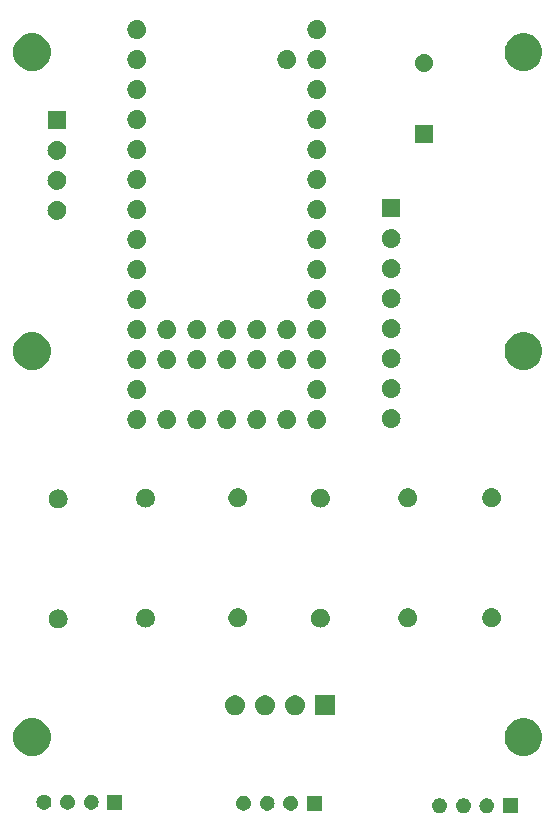
<source format=gbs>
G04 #@! TF.GenerationSoftware,KiCad,Pcbnew,8.0.5*
G04 #@! TF.CreationDate,2024-11-18T01:09:08-08:00*
G04 #@! TF.ProjectId,PCB,5043422e-6b69-4636-9164-5f7063625858,rev?*
G04 #@! TF.SameCoordinates,Original*
G04 #@! TF.FileFunction,Soldermask,Bot*
G04 #@! TF.FilePolarity,Negative*
%FSLAX46Y46*%
G04 Gerber Fmt 4.6, Leading zero omitted, Abs format (unit mm)*
G04 Created by KiCad (PCBNEW 8.0.5) date 2024-11-18 01:09:08*
%MOMM*%
%LPD*%
G01*
G04 APERTURE LIST*
G04 APERTURE END LIST*
G36*
X109034740Y-128434880D02*
G01*
X107764740Y-128434880D01*
X107764740Y-127164880D01*
X109034740Y-127164880D01*
X109034740Y-128434880D01*
G37*
G36*
X102625434Y-127206265D02*
G01*
X102760981Y-127277405D01*
X102875564Y-127378917D01*
X102962525Y-127504901D01*
X103016808Y-127648035D01*
X103035260Y-127800000D01*
X103016808Y-127951965D01*
X102962525Y-128095099D01*
X102875564Y-128221083D01*
X102760981Y-128322595D01*
X102625434Y-128393735D01*
X102476801Y-128430370D01*
X102323719Y-128430370D01*
X102175086Y-128393735D01*
X102039539Y-128322595D01*
X101924956Y-128221083D01*
X101837995Y-128095099D01*
X101783712Y-127951965D01*
X101765260Y-127800000D01*
X101783712Y-127648035D01*
X101837995Y-127504901D01*
X101924956Y-127378917D01*
X102039539Y-127277405D01*
X102175086Y-127206265D01*
X102323719Y-127169630D01*
X102476801Y-127169630D01*
X102625434Y-127206265D01*
G37*
G36*
X104626954Y-127206265D02*
G01*
X104762501Y-127277405D01*
X104877084Y-127378917D01*
X104964045Y-127504901D01*
X105018328Y-127648035D01*
X105036780Y-127800000D01*
X105018328Y-127951965D01*
X104964045Y-128095099D01*
X104877084Y-128221083D01*
X104762501Y-128322595D01*
X104626954Y-128393735D01*
X104478321Y-128430370D01*
X104325239Y-128430370D01*
X104176606Y-128393735D01*
X104041059Y-128322595D01*
X103926476Y-128221083D01*
X103839515Y-128095099D01*
X103785232Y-127951965D01*
X103766780Y-127800000D01*
X103785232Y-127648035D01*
X103839515Y-127504901D01*
X103926476Y-127378917D01*
X104041059Y-127277405D01*
X104176606Y-127206265D01*
X104325239Y-127169630D01*
X104478321Y-127169630D01*
X104626954Y-127206265D01*
G37*
G36*
X106623394Y-127206265D02*
G01*
X106758941Y-127277405D01*
X106873524Y-127378917D01*
X106960485Y-127504901D01*
X107014768Y-127648035D01*
X107033220Y-127800000D01*
X107014768Y-127951965D01*
X106960485Y-128095099D01*
X106873524Y-128221083D01*
X106758941Y-128322595D01*
X106623394Y-128393735D01*
X106474761Y-128430370D01*
X106321679Y-128430370D01*
X106173046Y-128393735D01*
X106037499Y-128322595D01*
X105922916Y-128221083D01*
X105835955Y-128095099D01*
X105781672Y-127951965D01*
X105763220Y-127800000D01*
X105781672Y-127648035D01*
X105835955Y-127504901D01*
X105922916Y-127378917D01*
X106037499Y-127277405D01*
X106173046Y-127206265D01*
X106321679Y-127169630D01*
X106474761Y-127169630D01*
X106623394Y-127206265D01*
G37*
G36*
X92435000Y-128235000D02*
G01*
X91165000Y-128235000D01*
X91165000Y-126965000D01*
X92435000Y-126965000D01*
X92435000Y-128235000D01*
G37*
G36*
X86025694Y-127006385D02*
G01*
X86161241Y-127077525D01*
X86275824Y-127179037D01*
X86362785Y-127305021D01*
X86417068Y-127448155D01*
X86435520Y-127600120D01*
X86417068Y-127752085D01*
X86362785Y-127895219D01*
X86275824Y-128021203D01*
X86161241Y-128122715D01*
X86025694Y-128193855D01*
X85877061Y-128230490D01*
X85723979Y-128230490D01*
X85575346Y-128193855D01*
X85439799Y-128122715D01*
X85325216Y-128021203D01*
X85238255Y-127895219D01*
X85183972Y-127752085D01*
X85165520Y-127600120D01*
X85183972Y-127448155D01*
X85238255Y-127305021D01*
X85325216Y-127179037D01*
X85439799Y-127077525D01*
X85575346Y-127006385D01*
X85723979Y-126969750D01*
X85877061Y-126969750D01*
X86025694Y-127006385D01*
G37*
G36*
X88027214Y-127006385D02*
G01*
X88162761Y-127077525D01*
X88277344Y-127179037D01*
X88364305Y-127305021D01*
X88418588Y-127448155D01*
X88437040Y-127600120D01*
X88418588Y-127752085D01*
X88364305Y-127895219D01*
X88277344Y-128021203D01*
X88162761Y-128122715D01*
X88027214Y-128193855D01*
X87878581Y-128230490D01*
X87725499Y-128230490D01*
X87576866Y-128193855D01*
X87441319Y-128122715D01*
X87326736Y-128021203D01*
X87239775Y-127895219D01*
X87185492Y-127752085D01*
X87167040Y-127600120D01*
X87185492Y-127448155D01*
X87239775Y-127305021D01*
X87326736Y-127179037D01*
X87441319Y-127077525D01*
X87576866Y-127006385D01*
X87725499Y-126969750D01*
X87878581Y-126969750D01*
X88027214Y-127006385D01*
G37*
G36*
X90023654Y-127006385D02*
G01*
X90159201Y-127077525D01*
X90273784Y-127179037D01*
X90360745Y-127305021D01*
X90415028Y-127448155D01*
X90433480Y-127600120D01*
X90415028Y-127752085D01*
X90360745Y-127895219D01*
X90273784Y-128021203D01*
X90159201Y-128122715D01*
X90023654Y-128193855D01*
X89875021Y-128230490D01*
X89721939Y-128230490D01*
X89573306Y-128193855D01*
X89437759Y-128122715D01*
X89323176Y-128021203D01*
X89236215Y-127895219D01*
X89181932Y-127752085D01*
X89163480Y-127600120D01*
X89181932Y-127448155D01*
X89236215Y-127305021D01*
X89323176Y-127179037D01*
X89437759Y-127077525D01*
X89573306Y-127006385D01*
X89721939Y-126969750D01*
X89875021Y-126969750D01*
X90023654Y-127006385D01*
G37*
G36*
X75534740Y-128134880D02*
G01*
X74264740Y-128134880D01*
X74264740Y-126864880D01*
X75534740Y-126864880D01*
X75534740Y-128134880D01*
G37*
G36*
X69125434Y-126906265D02*
G01*
X69260981Y-126977405D01*
X69375564Y-127078917D01*
X69462525Y-127204901D01*
X69516808Y-127348035D01*
X69535260Y-127500000D01*
X69516808Y-127651965D01*
X69462525Y-127795099D01*
X69375564Y-127921083D01*
X69260981Y-128022595D01*
X69125434Y-128093735D01*
X68976801Y-128130370D01*
X68823719Y-128130370D01*
X68675086Y-128093735D01*
X68539539Y-128022595D01*
X68424956Y-127921083D01*
X68337995Y-127795099D01*
X68283712Y-127651965D01*
X68265260Y-127500000D01*
X68283712Y-127348035D01*
X68337995Y-127204901D01*
X68424956Y-127078917D01*
X68539539Y-126977405D01*
X68675086Y-126906265D01*
X68823719Y-126869630D01*
X68976801Y-126869630D01*
X69125434Y-126906265D01*
G37*
G36*
X71126954Y-126906265D02*
G01*
X71262501Y-126977405D01*
X71377084Y-127078917D01*
X71464045Y-127204901D01*
X71518328Y-127348035D01*
X71536780Y-127500000D01*
X71518328Y-127651965D01*
X71464045Y-127795099D01*
X71377084Y-127921083D01*
X71262501Y-128022595D01*
X71126954Y-128093735D01*
X70978321Y-128130370D01*
X70825239Y-128130370D01*
X70676606Y-128093735D01*
X70541059Y-128022595D01*
X70426476Y-127921083D01*
X70339515Y-127795099D01*
X70285232Y-127651965D01*
X70266780Y-127500000D01*
X70285232Y-127348035D01*
X70339515Y-127204901D01*
X70426476Y-127078917D01*
X70541059Y-126977405D01*
X70676606Y-126906265D01*
X70825239Y-126869630D01*
X70978321Y-126869630D01*
X71126954Y-126906265D01*
G37*
G36*
X73123394Y-126906265D02*
G01*
X73258941Y-126977405D01*
X73373524Y-127078917D01*
X73460485Y-127204901D01*
X73514768Y-127348035D01*
X73533220Y-127500000D01*
X73514768Y-127651965D01*
X73460485Y-127795099D01*
X73373524Y-127921083D01*
X73258941Y-128022595D01*
X73123394Y-128093735D01*
X72974761Y-128130370D01*
X72821679Y-128130370D01*
X72673046Y-128093735D01*
X72537499Y-128022595D01*
X72422916Y-127921083D01*
X72335955Y-127795099D01*
X72281672Y-127651965D01*
X72263220Y-127500000D01*
X72281672Y-127348035D01*
X72335955Y-127204901D01*
X72422916Y-127078917D01*
X72537499Y-126977405D01*
X72673046Y-126906265D01*
X72821679Y-126869630D01*
X72974761Y-126869630D01*
X73123394Y-126906265D01*
G37*
G36*
X68150295Y-120419699D02*
G01*
X68394427Y-120478310D01*
X68626385Y-120574390D01*
X68840456Y-120705573D01*
X69031371Y-120868629D01*
X69194427Y-121059544D01*
X69325610Y-121273615D01*
X69421690Y-121505573D01*
X69480301Y-121749705D01*
X69500000Y-122000000D01*
X69480301Y-122250295D01*
X69421690Y-122494427D01*
X69325610Y-122726385D01*
X69194427Y-122940456D01*
X69031371Y-123131371D01*
X68840456Y-123294427D01*
X68626385Y-123425610D01*
X68394427Y-123521690D01*
X68150295Y-123580301D01*
X67900000Y-123600000D01*
X67649705Y-123580301D01*
X67405573Y-123521690D01*
X67173615Y-123425610D01*
X66959544Y-123294427D01*
X66768629Y-123131371D01*
X66605573Y-122940456D01*
X66474390Y-122726385D01*
X66378310Y-122494427D01*
X66319699Y-122250295D01*
X66300000Y-122000000D01*
X66319699Y-121749705D01*
X66378310Y-121505573D01*
X66474390Y-121273615D01*
X66605573Y-121059544D01*
X66768629Y-120868629D01*
X66959544Y-120705573D01*
X67173615Y-120574390D01*
X67405573Y-120478310D01*
X67649705Y-120419699D01*
X67900000Y-120400000D01*
X68150295Y-120419699D01*
G37*
G36*
X109750295Y-120419699D02*
G01*
X109994427Y-120478310D01*
X110226385Y-120574390D01*
X110440456Y-120705573D01*
X110631371Y-120868629D01*
X110794427Y-121059544D01*
X110925610Y-121273615D01*
X111021690Y-121505573D01*
X111080301Y-121749705D01*
X111100000Y-122000000D01*
X111080301Y-122250295D01*
X111021690Y-122494427D01*
X110925610Y-122726385D01*
X110794427Y-122940456D01*
X110631371Y-123131371D01*
X110440456Y-123294427D01*
X110226385Y-123425610D01*
X109994427Y-123521690D01*
X109750295Y-123580301D01*
X109500000Y-123600000D01*
X109249705Y-123580301D01*
X109005573Y-123521690D01*
X108773615Y-123425610D01*
X108559544Y-123294427D01*
X108368629Y-123131371D01*
X108205573Y-122940456D01*
X108074390Y-122726385D01*
X107978310Y-122494427D01*
X107919699Y-122250295D01*
X107900000Y-122000000D01*
X107919699Y-121749705D01*
X107978310Y-121505573D01*
X108074390Y-121273615D01*
X108205573Y-121059544D01*
X108368629Y-120868629D01*
X108559544Y-120705573D01*
X108773615Y-120574390D01*
X109005573Y-120478310D01*
X109249705Y-120419699D01*
X109500000Y-120400000D01*
X109750295Y-120419699D01*
G37*
G36*
X93530000Y-120150000D02*
G01*
X91830000Y-120150000D01*
X91830000Y-118450000D01*
X93530000Y-118450000D01*
X93530000Y-120150000D01*
G37*
G36*
X85322664Y-118491602D02*
G01*
X85485000Y-118563878D01*
X85628761Y-118668327D01*
X85747664Y-118800383D01*
X85836514Y-118954274D01*
X85891425Y-119123275D01*
X85910000Y-119300000D01*
X85891425Y-119476725D01*
X85836514Y-119645726D01*
X85747664Y-119799617D01*
X85628761Y-119931673D01*
X85485000Y-120036122D01*
X85322664Y-120108398D01*
X85148849Y-120145344D01*
X84971151Y-120145344D01*
X84797336Y-120108398D01*
X84635000Y-120036122D01*
X84491239Y-119931673D01*
X84372336Y-119799617D01*
X84283486Y-119645726D01*
X84228575Y-119476725D01*
X84210000Y-119300000D01*
X84228575Y-119123275D01*
X84283486Y-118954274D01*
X84372336Y-118800383D01*
X84491239Y-118668327D01*
X84635000Y-118563878D01*
X84797336Y-118491602D01*
X84971151Y-118454656D01*
X85148849Y-118454656D01*
X85322664Y-118491602D01*
G37*
G36*
X87862664Y-118491602D02*
G01*
X88025000Y-118563878D01*
X88168761Y-118668327D01*
X88287664Y-118800383D01*
X88376514Y-118954274D01*
X88431425Y-119123275D01*
X88450000Y-119300000D01*
X88431425Y-119476725D01*
X88376514Y-119645726D01*
X88287664Y-119799617D01*
X88168761Y-119931673D01*
X88025000Y-120036122D01*
X87862664Y-120108398D01*
X87688849Y-120145344D01*
X87511151Y-120145344D01*
X87337336Y-120108398D01*
X87175000Y-120036122D01*
X87031239Y-119931673D01*
X86912336Y-119799617D01*
X86823486Y-119645726D01*
X86768575Y-119476725D01*
X86750000Y-119300000D01*
X86768575Y-119123275D01*
X86823486Y-118954274D01*
X86912336Y-118800383D01*
X87031239Y-118668327D01*
X87175000Y-118563878D01*
X87337336Y-118491602D01*
X87511151Y-118454656D01*
X87688849Y-118454656D01*
X87862664Y-118491602D01*
G37*
G36*
X90402664Y-118491602D02*
G01*
X90565000Y-118563878D01*
X90708761Y-118668327D01*
X90827664Y-118800383D01*
X90916514Y-118954274D01*
X90971425Y-119123275D01*
X90990000Y-119300000D01*
X90971425Y-119476725D01*
X90916514Y-119645726D01*
X90827664Y-119799617D01*
X90708761Y-119931673D01*
X90565000Y-120036122D01*
X90402664Y-120108398D01*
X90228849Y-120145344D01*
X90051151Y-120145344D01*
X89877336Y-120108398D01*
X89715000Y-120036122D01*
X89571239Y-119931673D01*
X89452336Y-119799617D01*
X89363486Y-119645726D01*
X89308575Y-119476725D01*
X89290000Y-119300000D01*
X89308575Y-119123275D01*
X89363486Y-118954274D01*
X89452336Y-118800383D01*
X89571239Y-118668327D01*
X89715000Y-118563878D01*
X89877336Y-118491602D01*
X90051151Y-118454656D01*
X90228849Y-118454656D01*
X90402664Y-118491602D01*
G37*
G36*
X70141811Y-111184711D02*
G01*
X70183588Y-111184711D01*
X70230718Y-111194728D01*
X70278017Y-111200058D01*
X70312408Y-111212092D01*
X70347110Y-111219468D01*
X70397117Y-111241733D01*
X70447107Y-111259225D01*
X70473128Y-111275575D01*
X70499835Y-111287466D01*
X70549633Y-111323646D01*
X70598792Y-111354535D01*
X70616444Y-111372187D01*
X70635084Y-111385730D01*
X70681165Y-111436908D01*
X70725465Y-111481208D01*
X70735654Y-111497424D01*
X70746946Y-111509965D01*
X70785573Y-111576870D01*
X70820775Y-111632893D01*
X70825170Y-111645453D01*
X70830535Y-111654746D01*
X70858010Y-111739305D01*
X70879942Y-111801983D01*
X70880773Y-111809363D01*
X70882195Y-111813738D01*
X70895076Y-111936306D01*
X70900000Y-111980000D01*
X70895076Y-112023697D01*
X70882195Y-112146261D01*
X70880773Y-112150635D01*
X70879942Y-112158017D01*
X70858005Y-112220707D01*
X70830535Y-112305253D01*
X70825171Y-112314543D01*
X70820775Y-112327107D01*
X70785566Y-112383140D01*
X70746946Y-112450034D01*
X70735656Y-112462572D01*
X70725465Y-112478792D01*
X70681155Y-112523101D01*
X70635084Y-112574269D01*
X70616448Y-112587808D01*
X70598792Y-112605465D01*
X70549623Y-112636359D01*
X70499835Y-112672533D01*
X70473134Y-112684421D01*
X70447107Y-112700775D01*
X70397107Y-112718270D01*
X70347110Y-112740531D01*
X70312414Y-112747905D01*
X70278017Y-112759942D01*
X70230715Y-112765271D01*
X70183588Y-112775289D01*
X70141811Y-112775289D01*
X70100000Y-112780000D01*
X70058189Y-112775289D01*
X70016412Y-112775289D01*
X69969284Y-112765271D01*
X69921983Y-112759942D01*
X69887586Y-112747906D01*
X69852889Y-112740531D01*
X69802887Y-112718268D01*
X69752893Y-112700775D01*
X69726868Y-112684422D01*
X69700164Y-112672533D01*
X69650369Y-112636355D01*
X69601208Y-112605465D01*
X69583554Y-112587811D01*
X69564915Y-112574269D01*
X69518833Y-112523090D01*
X69474535Y-112478792D01*
X69464345Y-112462575D01*
X69453053Y-112450034D01*
X69414420Y-112383120D01*
X69379225Y-112327107D01*
X69374830Y-112314547D01*
X69369464Y-112305253D01*
X69341980Y-112220667D01*
X69320058Y-112158017D01*
X69319226Y-112150639D01*
X69317804Y-112146261D01*
X69304908Y-112023565D01*
X69300000Y-111980000D01*
X69304908Y-111936438D01*
X69317804Y-111813738D01*
X69319226Y-111809358D01*
X69320058Y-111801983D01*
X69341975Y-111739345D01*
X69369464Y-111654746D01*
X69374831Y-111645449D01*
X69379225Y-111632893D01*
X69414413Y-111576890D01*
X69453053Y-111509965D01*
X69464347Y-111497421D01*
X69474535Y-111481208D01*
X69518826Y-111436916D01*
X69564917Y-111385728D01*
X69583559Y-111372183D01*
X69601208Y-111354535D01*
X69650354Y-111323654D01*
X69700162Y-111287467D01*
X69726873Y-111275574D01*
X69752893Y-111259225D01*
X69802877Y-111241734D01*
X69852889Y-111219468D01*
X69887592Y-111212091D01*
X69921983Y-111200058D01*
X69969281Y-111194728D01*
X70016412Y-111184711D01*
X70058189Y-111184711D01*
X70100000Y-111180000D01*
X70141811Y-111184711D01*
G37*
G36*
X77541811Y-111124711D02*
G01*
X77583588Y-111124711D01*
X77630718Y-111134728D01*
X77678017Y-111140058D01*
X77712408Y-111152092D01*
X77747110Y-111159468D01*
X77797117Y-111181733D01*
X77847107Y-111199225D01*
X77873128Y-111215575D01*
X77899835Y-111227466D01*
X77949633Y-111263646D01*
X77998792Y-111294535D01*
X78016444Y-111312187D01*
X78035084Y-111325730D01*
X78081165Y-111376908D01*
X78125465Y-111421208D01*
X78135654Y-111437424D01*
X78146946Y-111449965D01*
X78185573Y-111516870D01*
X78220775Y-111572893D01*
X78225170Y-111585453D01*
X78230535Y-111594746D01*
X78258010Y-111679305D01*
X78279942Y-111741983D01*
X78280773Y-111749363D01*
X78282195Y-111753738D01*
X78295076Y-111876306D01*
X78300000Y-111920000D01*
X78295076Y-111963697D01*
X78282195Y-112086261D01*
X78280773Y-112090635D01*
X78279942Y-112098017D01*
X78258005Y-112160707D01*
X78230535Y-112245253D01*
X78225171Y-112254543D01*
X78220775Y-112267107D01*
X78185566Y-112323140D01*
X78146946Y-112390034D01*
X78135656Y-112402572D01*
X78125465Y-112418792D01*
X78081155Y-112463101D01*
X78035084Y-112514269D01*
X78016448Y-112527808D01*
X77998792Y-112545465D01*
X77949623Y-112576359D01*
X77899835Y-112612533D01*
X77873134Y-112624421D01*
X77847107Y-112640775D01*
X77797107Y-112658270D01*
X77747110Y-112680531D01*
X77712414Y-112687905D01*
X77678017Y-112699942D01*
X77630715Y-112705271D01*
X77583588Y-112715289D01*
X77541811Y-112715289D01*
X77500000Y-112720000D01*
X77458189Y-112715289D01*
X77416412Y-112715289D01*
X77369284Y-112705271D01*
X77321983Y-112699942D01*
X77287586Y-112687906D01*
X77252889Y-112680531D01*
X77202887Y-112658268D01*
X77152893Y-112640775D01*
X77126868Y-112624422D01*
X77100164Y-112612533D01*
X77050369Y-112576355D01*
X77001208Y-112545465D01*
X76983554Y-112527811D01*
X76964915Y-112514269D01*
X76918833Y-112463090D01*
X76874535Y-112418792D01*
X76864345Y-112402575D01*
X76853053Y-112390034D01*
X76814420Y-112323120D01*
X76779225Y-112267107D01*
X76774830Y-112254547D01*
X76769464Y-112245253D01*
X76741980Y-112160667D01*
X76720058Y-112098017D01*
X76719226Y-112090639D01*
X76717804Y-112086261D01*
X76704908Y-111963565D01*
X76700000Y-111920000D01*
X76704908Y-111876438D01*
X76717804Y-111753738D01*
X76719226Y-111749358D01*
X76720058Y-111741983D01*
X76741975Y-111679345D01*
X76769464Y-111594746D01*
X76774831Y-111585449D01*
X76779225Y-111572893D01*
X76814413Y-111516890D01*
X76853053Y-111449965D01*
X76864347Y-111437421D01*
X76874535Y-111421208D01*
X76918826Y-111376916D01*
X76964917Y-111325728D01*
X76983559Y-111312183D01*
X77001208Y-111294535D01*
X77050354Y-111263654D01*
X77100162Y-111227467D01*
X77126873Y-111215574D01*
X77152893Y-111199225D01*
X77202877Y-111181734D01*
X77252889Y-111159468D01*
X77287592Y-111152091D01*
X77321983Y-111140058D01*
X77369281Y-111134728D01*
X77416412Y-111124711D01*
X77458189Y-111124711D01*
X77500000Y-111120000D01*
X77541811Y-111124711D01*
G37*
G36*
X92341811Y-111124711D02*
G01*
X92383588Y-111124711D01*
X92430718Y-111134728D01*
X92478017Y-111140058D01*
X92512408Y-111152092D01*
X92547110Y-111159468D01*
X92597117Y-111181733D01*
X92647107Y-111199225D01*
X92673128Y-111215575D01*
X92699835Y-111227466D01*
X92749633Y-111263646D01*
X92798792Y-111294535D01*
X92816444Y-111312187D01*
X92835084Y-111325730D01*
X92881165Y-111376908D01*
X92925465Y-111421208D01*
X92935654Y-111437424D01*
X92946946Y-111449965D01*
X92985573Y-111516870D01*
X93020775Y-111572893D01*
X93025170Y-111585453D01*
X93030535Y-111594746D01*
X93058010Y-111679305D01*
X93079942Y-111741983D01*
X93080773Y-111749363D01*
X93082195Y-111753738D01*
X93095076Y-111876306D01*
X93100000Y-111920000D01*
X93095076Y-111963697D01*
X93082195Y-112086261D01*
X93080773Y-112090635D01*
X93079942Y-112098017D01*
X93058005Y-112160707D01*
X93030535Y-112245253D01*
X93025171Y-112254543D01*
X93020775Y-112267107D01*
X92985566Y-112323140D01*
X92946946Y-112390034D01*
X92935656Y-112402572D01*
X92925465Y-112418792D01*
X92881155Y-112463101D01*
X92835084Y-112514269D01*
X92816448Y-112527808D01*
X92798792Y-112545465D01*
X92749623Y-112576359D01*
X92699835Y-112612533D01*
X92673134Y-112624421D01*
X92647107Y-112640775D01*
X92597107Y-112658270D01*
X92547110Y-112680531D01*
X92512414Y-112687905D01*
X92478017Y-112699942D01*
X92430715Y-112705271D01*
X92383588Y-112715289D01*
X92341811Y-112715289D01*
X92300000Y-112720000D01*
X92258189Y-112715289D01*
X92216412Y-112715289D01*
X92169284Y-112705271D01*
X92121983Y-112699942D01*
X92087586Y-112687906D01*
X92052889Y-112680531D01*
X92002887Y-112658268D01*
X91952893Y-112640775D01*
X91926868Y-112624422D01*
X91900164Y-112612533D01*
X91850369Y-112576355D01*
X91801208Y-112545465D01*
X91783554Y-112527811D01*
X91764915Y-112514269D01*
X91718833Y-112463090D01*
X91674535Y-112418792D01*
X91664345Y-112402575D01*
X91653053Y-112390034D01*
X91614420Y-112323120D01*
X91579225Y-112267107D01*
X91574830Y-112254547D01*
X91569464Y-112245253D01*
X91541980Y-112160667D01*
X91520058Y-112098017D01*
X91519226Y-112090639D01*
X91517804Y-112086261D01*
X91504908Y-111963565D01*
X91500000Y-111920000D01*
X91504908Y-111876438D01*
X91517804Y-111753738D01*
X91519226Y-111749358D01*
X91520058Y-111741983D01*
X91541975Y-111679345D01*
X91569464Y-111594746D01*
X91574831Y-111585449D01*
X91579225Y-111572893D01*
X91614413Y-111516890D01*
X91653053Y-111449965D01*
X91664347Y-111437421D01*
X91674535Y-111421208D01*
X91718826Y-111376916D01*
X91764917Y-111325728D01*
X91783559Y-111312183D01*
X91801208Y-111294535D01*
X91850354Y-111263654D01*
X91900162Y-111227467D01*
X91926873Y-111215574D01*
X91952893Y-111199225D01*
X92002877Y-111181734D01*
X92052889Y-111159468D01*
X92087592Y-111152091D01*
X92121983Y-111140058D01*
X92169281Y-111134728D01*
X92216412Y-111124711D01*
X92258189Y-111124711D01*
X92300000Y-111120000D01*
X92341811Y-111124711D01*
G37*
G36*
X85341811Y-111084711D02*
G01*
X85383588Y-111084711D01*
X85430718Y-111094728D01*
X85478017Y-111100058D01*
X85512408Y-111112092D01*
X85547110Y-111119468D01*
X85597117Y-111141733D01*
X85647107Y-111159225D01*
X85673128Y-111175575D01*
X85699835Y-111187466D01*
X85749633Y-111223646D01*
X85798792Y-111254535D01*
X85816444Y-111272187D01*
X85835084Y-111285730D01*
X85881165Y-111336908D01*
X85925465Y-111381208D01*
X85935654Y-111397424D01*
X85946946Y-111409965D01*
X85985573Y-111476870D01*
X86020775Y-111532893D01*
X86025170Y-111545453D01*
X86030535Y-111554746D01*
X86058010Y-111639305D01*
X86079942Y-111701983D01*
X86080773Y-111709363D01*
X86082195Y-111713738D01*
X86095076Y-111836306D01*
X86100000Y-111880000D01*
X86095076Y-111923697D01*
X86082195Y-112046261D01*
X86080773Y-112050635D01*
X86079942Y-112058017D01*
X86058005Y-112120707D01*
X86030535Y-112205253D01*
X86025171Y-112214543D01*
X86020775Y-112227107D01*
X85985566Y-112283140D01*
X85946946Y-112350034D01*
X85935656Y-112362572D01*
X85925465Y-112378792D01*
X85881155Y-112423101D01*
X85835084Y-112474269D01*
X85816448Y-112487808D01*
X85798792Y-112505465D01*
X85749623Y-112536359D01*
X85699835Y-112572533D01*
X85673134Y-112584421D01*
X85647107Y-112600775D01*
X85597107Y-112618270D01*
X85547110Y-112640531D01*
X85512414Y-112647905D01*
X85478017Y-112659942D01*
X85430715Y-112665271D01*
X85383588Y-112675289D01*
X85341811Y-112675289D01*
X85300000Y-112680000D01*
X85258189Y-112675289D01*
X85216412Y-112675289D01*
X85169284Y-112665271D01*
X85121983Y-112659942D01*
X85087586Y-112647906D01*
X85052889Y-112640531D01*
X85002887Y-112618268D01*
X84952893Y-112600775D01*
X84926868Y-112584422D01*
X84900164Y-112572533D01*
X84850369Y-112536355D01*
X84801208Y-112505465D01*
X84783554Y-112487811D01*
X84764915Y-112474269D01*
X84718833Y-112423090D01*
X84674535Y-112378792D01*
X84664345Y-112362575D01*
X84653053Y-112350034D01*
X84614420Y-112283120D01*
X84579225Y-112227107D01*
X84574830Y-112214547D01*
X84569464Y-112205253D01*
X84541980Y-112120667D01*
X84520058Y-112058017D01*
X84519226Y-112050639D01*
X84517804Y-112046261D01*
X84504908Y-111923565D01*
X84500000Y-111880000D01*
X84504908Y-111836438D01*
X84517804Y-111713738D01*
X84519226Y-111709358D01*
X84520058Y-111701983D01*
X84541975Y-111639345D01*
X84569464Y-111554746D01*
X84574831Y-111545449D01*
X84579225Y-111532893D01*
X84614413Y-111476890D01*
X84653053Y-111409965D01*
X84664347Y-111397421D01*
X84674535Y-111381208D01*
X84718826Y-111336916D01*
X84764917Y-111285728D01*
X84783559Y-111272183D01*
X84801208Y-111254535D01*
X84850354Y-111223654D01*
X84900162Y-111187467D01*
X84926873Y-111175574D01*
X84952893Y-111159225D01*
X85002877Y-111141734D01*
X85052889Y-111119468D01*
X85087592Y-111112091D01*
X85121983Y-111100058D01*
X85169281Y-111094728D01*
X85216412Y-111084711D01*
X85258189Y-111084711D01*
X85300000Y-111080000D01*
X85341811Y-111084711D01*
G37*
G36*
X99741811Y-111084711D02*
G01*
X99783588Y-111084711D01*
X99830718Y-111094728D01*
X99878017Y-111100058D01*
X99912408Y-111112092D01*
X99947110Y-111119468D01*
X99997117Y-111141733D01*
X100047107Y-111159225D01*
X100073128Y-111175575D01*
X100099835Y-111187466D01*
X100149633Y-111223646D01*
X100198792Y-111254535D01*
X100216444Y-111272187D01*
X100235084Y-111285730D01*
X100281165Y-111336908D01*
X100325465Y-111381208D01*
X100335654Y-111397424D01*
X100346946Y-111409965D01*
X100385573Y-111476870D01*
X100420775Y-111532893D01*
X100425170Y-111545453D01*
X100430535Y-111554746D01*
X100458010Y-111639305D01*
X100479942Y-111701983D01*
X100480773Y-111709363D01*
X100482195Y-111713738D01*
X100495076Y-111836306D01*
X100500000Y-111880000D01*
X100495076Y-111923697D01*
X100482195Y-112046261D01*
X100480773Y-112050635D01*
X100479942Y-112058017D01*
X100458005Y-112120707D01*
X100430535Y-112205253D01*
X100425171Y-112214543D01*
X100420775Y-112227107D01*
X100385566Y-112283140D01*
X100346946Y-112350034D01*
X100335656Y-112362572D01*
X100325465Y-112378792D01*
X100281155Y-112423101D01*
X100235084Y-112474269D01*
X100216448Y-112487808D01*
X100198792Y-112505465D01*
X100149623Y-112536359D01*
X100099835Y-112572533D01*
X100073134Y-112584421D01*
X100047107Y-112600775D01*
X99997107Y-112618270D01*
X99947110Y-112640531D01*
X99912414Y-112647905D01*
X99878017Y-112659942D01*
X99830715Y-112665271D01*
X99783588Y-112675289D01*
X99741811Y-112675289D01*
X99700000Y-112680000D01*
X99658189Y-112675289D01*
X99616412Y-112675289D01*
X99569284Y-112665271D01*
X99521983Y-112659942D01*
X99487586Y-112647906D01*
X99452889Y-112640531D01*
X99402887Y-112618268D01*
X99352893Y-112600775D01*
X99326868Y-112584422D01*
X99300164Y-112572533D01*
X99250369Y-112536355D01*
X99201208Y-112505465D01*
X99183554Y-112487811D01*
X99164915Y-112474269D01*
X99118833Y-112423090D01*
X99074535Y-112378792D01*
X99064345Y-112362575D01*
X99053053Y-112350034D01*
X99014420Y-112283120D01*
X98979225Y-112227107D01*
X98974830Y-112214547D01*
X98969464Y-112205253D01*
X98941980Y-112120667D01*
X98920058Y-112058017D01*
X98919226Y-112050639D01*
X98917804Y-112046261D01*
X98904908Y-111923565D01*
X98900000Y-111880000D01*
X98904908Y-111836438D01*
X98917804Y-111713738D01*
X98919226Y-111709358D01*
X98920058Y-111701983D01*
X98941975Y-111639345D01*
X98969464Y-111554746D01*
X98974831Y-111545449D01*
X98979225Y-111532893D01*
X99014413Y-111476890D01*
X99053053Y-111409965D01*
X99064347Y-111397421D01*
X99074535Y-111381208D01*
X99118826Y-111336916D01*
X99164917Y-111285728D01*
X99183559Y-111272183D01*
X99201208Y-111254535D01*
X99250354Y-111223654D01*
X99300162Y-111187467D01*
X99326873Y-111175574D01*
X99352893Y-111159225D01*
X99402877Y-111141734D01*
X99452889Y-111119468D01*
X99487592Y-111112091D01*
X99521983Y-111100058D01*
X99569281Y-111094728D01*
X99616412Y-111084711D01*
X99658189Y-111084711D01*
X99700000Y-111080000D01*
X99741811Y-111084711D01*
G37*
G36*
X106841811Y-111084711D02*
G01*
X106883588Y-111084711D01*
X106930718Y-111094728D01*
X106978017Y-111100058D01*
X107012408Y-111112092D01*
X107047110Y-111119468D01*
X107097117Y-111141733D01*
X107147107Y-111159225D01*
X107173128Y-111175575D01*
X107199835Y-111187466D01*
X107249633Y-111223646D01*
X107298792Y-111254535D01*
X107316444Y-111272187D01*
X107335084Y-111285730D01*
X107381165Y-111336908D01*
X107425465Y-111381208D01*
X107435654Y-111397424D01*
X107446946Y-111409965D01*
X107485573Y-111476870D01*
X107520775Y-111532893D01*
X107525170Y-111545453D01*
X107530535Y-111554746D01*
X107558010Y-111639305D01*
X107579942Y-111701983D01*
X107580773Y-111709363D01*
X107582195Y-111713738D01*
X107595076Y-111836306D01*
X107600000Y-111880000D01*
X107595076Y-111923697D01*
X107582195Y-112046261D01*
X107580773Y-112050635D01*
X107579942Y-112058017D01*
X107558005Y-112120707D01*
X107530535Y-112205253D01*
X107525171Y-112214543D01*
X107520775Y-112227107D01*
X107485566Y-112283140D01*
X107446946Y-112350034D01*
X107435656Y-112362572D01*
X107425465Y-112378792D01*
X107381155Y-112423101D01*
X107335084Y-112474269D01*
X107316448Y-112487808D01*
X107298792Y-112505465D01*
X107249623Y-112536359D01*
X107199835Y-112572533D01*
X107173134Y-112584421D01*
X107147107Y-112600775D01*
X107097107Y-112618270D01*
X107047110Y-112640531D01*
X107012414Y-112647905D01*
X106978017Y-112659942D01*
X106930715Y-112665271D01*
X106883588Y-112675289D01*
X106841811Y-112675289D01*
X106800000Y-112680000D01*
X106758189Y-112675289D01*
X106716412Y-112675289D01*
X106669284Y-112665271D01*
X106621983Y-112659942D01*
X106587586Y-112647906D01*
X106552889Y-112640531D01*
X106502887Y-112618268D01*
X106452893Y-112600775D01*
X106426868Y-112584422D01*
X106400164Y-112572533D01*
X106350369Y-112536355D01*
X106301208Y-112505465D01*
X106283554Y-112487811D01*
X106264915Y-112474269D01*
X106218833Y-112423090D01*
X106174535Y-112378792D01*
X106164345Y-112362575D01*
X106153053Y-112350034D01*
X106114420Y-112283120D01*
X106079225Y-112227107D01*
X106074830Y-112214547D01*
X106069464Y-112205253D01*
X106041980Y-112120667D01*
X106020058Y-112058017D01*
X106019226Y-112050639D01*
X106017804Y-112046261D01*
X106004908Y-111923565D01*
X106000000Y-111880000D01*
X106004908Y-111836438D01*
X106017804Y-111713738D01*
X106019226Y-111709358D01*
X106020058Y-111701983D01*
X106041975Y-111639345D01*
X106069464Y-111554746D01*
X106074831Y-111545449D01*
X106079225Y-111532893D01*
X106114413Y-111476890D01*
X106153053Y-111409965D01*
X106164347Y-111397421D01*
X106174535Y-111381208D01*
X106218826Y-111336916D01*
X106264917Y-111285728D01*
X106283559Y-111272183D01*
X106301208Y-111254535D01*
X106350354Y-111223654D01*
X106400162Y-111187467D01*
X106426873Y-111175574D01*
X106452893Y-111159225D01*
X106502877Y-111141734D01*
X106552889Y-111119468D01*
X106587592Y-111112091D01*
X106621983Y-111100058D01*
X106669281Y-111094728D01*
X106716412Y-111084711D01*
X106758189Y-111084711D01*
X106800000Y-111080000D01*
X106841811Y-111084711D01*
G37*
G36*
X70141811Y-101024711D02*
G01*
X70183588Y-101024711D01*
X70230718Y-101034728D01*
X70278017Y-101040058D01*
X70312408Y-101052092D01*
X70347110Y-101059468D01*
X70397117Y-101081733D01*
X70447107Y-101099225D01*
X70473128Y-101115575D01*
X70499835Y-101127466D01*
X70549633Y-101163646D01*
X70598792Y-101194535D01*
X70616444Y-101212187D01*
X70635084Y-101225730D01*
X70681165Y-101276908D01*
X70725465Y-101321208D01*
X70735654Y-101337424D01*
X70746946Y-101349965D01*
X70785573Y-101416870D01*
X70820775Y-101472893D01*
X70825170Y-101485453D01*
X70830535Y-101494746D01*
X70858010Y-101579305D01*
X70879942Y-101641983D01*
X70880773Y-101649363D01*
X70882195Y-101653738D01*
X70895076Y-101776306D01*
X70900000Y-101820000D01*
X70895076Y-101863697D01*
X70882195Y-101986261D01*
X70880773Y-101990635D01*
X70879942Y-101998017D01*
X70858005Y-102060707D01*
X70830535Y-102145253D01*
X70825171Y-102154543D01*
X70820775Y-102167107D01*
X70785566Y-102223140D01*
X70746946Y-102290034D01*
X70735656Y-102302572D01*
X70725465Y-102318792D01*
X70681155Y-102363101D01*
X70635084Y-102414269D01*
X70616448Y-102427808D01*
X70598792Y-102445465D01*
X70549623Y-102476359D01*
X70499835Y-102512533D01*
X70473134Y-102524421D01*
X70447107Y-102540775D01*
X70397107Y-102558270D01*
X70347110Y-102580531D01*
X70312414Y-102587905D01*
X70278017Y-102599942D01*
X70230715Y-102605271D01*
X70183588Y-102615289D01*
X70141811Y-102615289D01*
X70100000Y-102620000D01*
X70058189Y-102615289D01*
X70016412Y-102615289D01*
X69969284Y-102605271D01*
X69921983Y-102599942D01*
X69887586Y-102587906D01*
X69852889Y-102580531D01*
X69802887Y-102558268D01*
X69752893Y-102540775D01*
X69726868Y-102524422D01*
X69700164Y-102512533D01*
X69650369Y-102476355D01*
X69601208Y-102445465D01*
X69583554Y-102427811D01*
X69564915Y-102414269D01*
X69518833Y-102363090D01*
X69474535Y-102318792D01*
X69464345Y-102302575D01*
X69453053Y-102290034D01*
X69414420Y-102223120D01*
X69379225Y-102167107D01*
X69374830Y-102154547D01*
X69369464Y-102145253D01*
X69341980Y-102060667D01*
X69320058Y-101998017D01*
X69319226Y-101990639D01*
X69317804Y-101986261D01*
X69304908Y-101863565D01*
X69300000Y-101820000D01*
X69304908Y-101776438D01*
X69317804Y-101653738D01*
X69319226Y-101649358D01*
X69320058Y-101641983D01*
X69341975Y-101579345D01*
X69369464Y-101494746D01*
X69374831Y-101485449D01*
X69379225Y-101472893D01*
X69414413Y-101416890D01*
X69453053Y-101349965D01*
X69464347Y-101337421D01*
X69474535Y-101321208D01*
X69518826Y-101276916D01*
X69564917Y-101225728D01*
X69583559Y-101212183D01*
X69601208Y-101194535D01*
X69650354Y-101163654D01*
X69700162Y-101127467D01*
X69726873Y-101115574D01*
X69752893Y-101099225D01*
X69802877Y-101081734D01*
X69852889Y-101059468D01*
X69887592Y-101052091D01*
X69921983Y-101040058D01*
X69969281Y-101034728D01*
X70016412Y-101024711D01*
X70058189Y-101024711D01*
X70100000Y-101020000D01*
X70141811Y-101024711D01*
G37*
G36*
X77541811Y-100964711D02*
G01*
X77583588Y-100964711D01*
X77630718Y-100974728D01*
X77678017Y-100980058D01*
X77712408Y-100992092D01*
X77747110Y-100999468D01*
X77797117Y-101021733D01*
X77847107Y-101039225D01*
X77873128Y-101055575D01*
X77899835Y-101067466D01*
X77949633Y-101103646D01*
X77998792Y-101134535D01*
X78016444Y-101152187D01*
X78035084Y-101165730D01*
X78081165Y-101216908D01*
X78125465Y-101261208D01*
X78135654Y-101277424D01*
X78146946Y-101289965D01*
X78185573Y-101356870D01*
X78220775Y-101412893D01*
X78225170Y-101425453D01*
X78230535Y-101434746D01*
X78258010Y-101519305D01*
X78279942Y-101581983D01*
X78280773Y-101589363D01*
X78282195Y-101593738D01*
X78295076Y-101716306D01*
X78300000Y-101760000D01*
X78295076Y-101803697D01*
X78282195Y-101926261D01*
X78280773Y-101930635D01*
X78279942Y-101938017D01*
X78258005Y-102000707D01*
X78230535Y-102085253D01*
X78225171Y-102094543D01*
X78220775Y-102107107D01*
X78185566Y-102163140D01*
X78146946Y-102230034D01*
X78135656Y-102242572D01*
X78125465Y-102258792D01*
X78081155Y-102303101D01*
X78035084Y-102354269D01*
X78016448Y-102367808D01*
X77998792Y-102385465D01*
X77949623Y-102416359D01*
X77899835Y-102452533D01*
X77873134Y-102464421D01*
X77847107Y-102480775D01*
X77797107Y-102498270D01*
X77747110Y-102520531D01*
X77712414Y-102527905D01*
X77678017Y-102539942D01*
X77630715Y-102545271D01*
X77583588Y-102555289D01*
X77541811Y-102555289D01*
X77500000Y-102560000D01*
X77458189Y-102555289D01*
X77416412Y-102555289D01*
X77369284Y-102545271D01*
X77321983Y-102539942D01*
X77287586Y-102527906D01*
X77252889Y-102520531D01*
X77202887Y-102498268D01*
X77152893Y-102480775D01*
X77126868Y-102464422D01*
X77100164Y-102452533D01*
X77050369Y-102416355D01*
X77001208Y-102385465D01*
X76983554Y-102367811D01*
X76964915Y-102354269D01*
X76918833Y-102303090D01*
X76874535Y-102258792D01*
X76864345Y-102242575D01*
X76853053Y-102230034D01*
X76814420Y-102163120D01*
X76779225Y-102107107D01*
X76774830Y-102094547D01*
X76769464Y-102085253D01*
X76741980Y-102000667D01*
X76720058Y-101938017D01*
X76719226Y-101930639D01*
X76717804Y-101926261D01*
X76704908Y-101803565D01*
X76700000Y-101760000D01*
X76704908Y-101716438D01*
X76717804Y-101593738D01*
X76719226Y-101589358D01*
X76720058Y-101581983D01*
X76741975Y-101519345D01*
X76769464Y-101434746D01*
X76774831Y-101425449D01*
X76779225Y-101412893D01*
X76814413Y-101356890D01*
X76853053Y-101289965D01*
X76864347Y-101277421D01*
X76874535Y-101261208D01*
X76918826Y-101216916D01*
X76964917Y-101165728D01*
X76983559Y-101152183D01*
X77001208Y-101134535D01*
X77050354Y-101103654D01*
X77100162Y-101067467D01*
X77126873Y-101055574D01*
X77152893Y-101039225D01*
X77202877Y-101021734D01*
X77252889Y-100999468D01*
X77287592Y-100992091D01*
X77321983Y-100980058D01*
X77369281Y-100974728D01*
X77416412Y-100964711D01*
X77458189Y-100964711D01*
X77500000Y-100960000D01*
X77541811Y-100964711D01*
G37*
G36*
X92341811Y-100964711D02*
G01*
X92383588Y-100964711D01*
X92430718Y-100974728D01*
X92478017Y-100980058D01*
X92512408Y-100992092D01*
X92547110Y-100999468D01*
X92597117Y-101021733D01*
X92647107Y-101039225D01*
X92673128Y-101055575D01*
X92699835Y-101067466D01*
X92749633Y-101103646D01*
X92798792Y-101134535D01*
X92816444Y-101152187D01*
X92835084Y-101165730D01*
X92881165Y-101216908D01*
X92925465Y-101261208D01*
X92935654Y-101277424D01*
X92946946Y-101289965D01*
X92985573Y-101356870D01*
X93020775Y-101412893D01*
X93025170Y-101425453D01*
X93030535Y-101434746D01*
X93058010Y-101519305D01*
X93079942Y-101581983D01*
X93080773Y-101589363D01*
X93082195Y-101593738D01*
X93095076Y-101716306D01*
X93100000Y-101760000D01*
X93095076Y-101803697D01*
X93082195Y-101926261D01*
X93080773Y-101930635D01*
X93079942Y-101938017D01*
X93058005Y-102000707D01*
X93030535Y-102085253D01*
X93025171Y-102094543D01*
X93020775Y-102107107D01*
X92985566Y-102163140D01*
X92946946Y-102230034D01*
X92935656Y-102242572D01*
X92925465Y-102258792D01*
X92881155Y-102303101D01*
X92835084Y-102354269D01*
X92816448Y-102367808D01*
X92798792Y-102385465D01*
X92749623Y-102416359D01*
X92699835Y-102452533D01*
X92673134Y-102464421D01*
X92647107Y-102480775D01*
X92597107Y-102498270D01*
X92547110Y-102520531D01*
X92512414Y-102527905D01*
X92478017Y-102539942D01*
X92430715Y-102545271D01*
X92383588Y-102555289D01*
X92341811Y-102555289D01*
X92300000Y-102560000D01*
X92258189Y-102555289D01*
X92216412Y-102555289D01*
X92169284Y-102545271D01*
X92121983Y-102539942D01*
X92087586Y-102527906D01*
X92052889Y-102520531D01*
X92002887Y-102498268D01*
X91952893Y-102480775D01*
X91926868Y-102464422D01*
X91900164Y-102452533D01*
X91850369Y-102416355D01*
X91801208Y-102385465D01*
X91783554Y-102367811D01*
X91764915Y-102354269D01*
X91718833Y-102303090D01*
X91674535Y-102258792D01*
X91664345Y-102242575D01*
X91653053Y-102230034D01*
X91614420Y-102163120D01*
X91579225Y-102107107D01*
X91574830Y-102094547D01*
X91569464Y-102085253D01*
X91541980Y-102000667D01*
X91520058Y-101938017D01*
X91519226Y-101930639D01*
X91517804Y-101926261D01*
X91504908Y-101803565D01*
X91500000Y-101760000D01*
X91504908Y-101716438D01*
X91517804Y-101593738D01*
X91519226Y-101589358D01*
X91520058Y-101581983D01*
X91541975Y-101519345D01*
X91569464Y-101434746D01*
X91574831Y-101425449D01*
X91579225Y-101412893D01*
X91614413Y-101356890D01*
X91653053Y-101289965D01*
X91664347Y-101277421D01*
X91674535Y-101261208D01*
X91718826Y-101216916D01*
X91764917Y-101165728D01*
X91783559Y-101152183D01*
X91801208Y-101134535D01*
X91850354Y-101103654D01*
X91900162Y-101067467D01*
X91926873Y-101055574D01*
X91952893Y-101039225D01*
X92002877Y-101021734D01*
X92052889Y-100999468D01*
X92087592Y-100992091D01*
X92121983Y-100980058D01*
X92169281Y-100974728D01*
X92216412Y-100964711D01*
X92258189Y-100964711D01*
X92300000Y-100960000D01*
X92341811Y-100964711D01*
G37*
G36*
X85341811Y-100924711D02*
G01*
X85383588Y-100924711D01*
X85430718Y-100934728D01*
X85478017Y-100940058D01*
X85512408Y-100952092D01*
X85547110Y-100959468D01*
X85597117Y-100981733D01*
X85647107Y-100999225D01*
X85673128Y-101015575D01*
X85699835Y-101027466D01*
X85749633Y-101063646D01*
X85798792Y-101094535D01*
X85816444Y-101112187D01*
X85835084Y-101125730D01*
X85881165Y-101176908D01*
X85925465Y-101221208D01*
X85935654Y-101237424D01*
X85946946Y-101249965D01*
X85985573Y-101316870D01*
X86020775Y-101372893D01*
X86025170Y-101385453D01*
X86030535Y-101394746D01*
X86058010Y-101479305D01*
X86079942Y-101541983D01*
X86080773Y-101549363D01*
X86082195Y-101553738D01*
X86095076Y-101676306D01*
X86100000Y-101720000D01*
X86095076Y-101763697D01*
X86082195Y-101886261D01*
X86080773Y-101890635D01*
X86079942Y-101898017D01*
X86058005Y-101960707D01*
X86030535Y-102045253D01*
X86025171Y-102054543D01*
X86020775Y-102067107D01*
X85985566Y-102123140D01*
X85946946Y-102190034D01*
X85935656Y-102202572D01*
X85925465Y-102218792D01*
X85881155Y-102263101D01*
X85835084Y-102314269D01*
X85816448Y-102327808D01*
X85798792Y-102345465D01*
X85749623Y-102376359D01*
X85699835Y-102412533D01*
X85673134Y-102424421D01*
X85647107Y-102440775D01*
X85597107Y-102458270D01*
X85547110Y-102480531D01*
X85512414Y-102487905D01*
X85478017Y-102499942D01*
X85430715Y-102505271D01*
X85383588Y-102515289D01*
X85341811Y-102515289D01*
X85300000Y-102520000D01*
X85258189Y-102515289D01*
X85216412Y-102515289D01*
X85169284Y-102505271D01*
X85121983Y-102499942D01*
X85087586Y-102487906D01*
X85052889Y-102480531D01*
X85002887Y-102458268D01*
X84952893Y-102440775D01*
X84926868Y-102424422D01*
X84900164Y-102412533D01*
X84850369Y-102376355D01*
X84801208Y-102345465D01*
X84783554Y-102327811D01*
X84764915Y-102314269D01*
X84718833Y-102263090D01*
X84674535Y-102218792D01*
X84664345Y-102202575D01*
X84653053Y-102190034D01*
X84614420Y-102123120D01*
X84579225Y-102067107D01*
X84574830Y-102054547D01*
X84569464Y-102045253D01*
X84541980Y-101960667D01*
X84520058Y-101898017D01*
X84519226Y-101890639D01*
X84517804Y-101886261D01*
X84504908Y-101763565D01*
X84500000Y-101720000D01*
X84504908Y-101676438D01*
X84517804Y-101553738D01*
X84519226Y-101549358D01*
X84520058Y-101541983D01*
X84541975Y-101479345D01*
X84569464Y-101394746D01*
X84574831Y-101385449D01*
X84579225Y-101372893D01*
X84614413Y-101316890D01*
X84653053Y-101249965D01*
X84664347Y-101237421D01*
X84674535Y-101221208D01*
X84718826Y-101176916D01*
X84764917Y-101125728D01*
X84783559Y-101112183D01*
X84801208Y-101094535D01*
X84850354Y-101063654D01*
X84900162Y-101027467D01*
X84926873Y-101015574D01*
X84952893Y-100999225D01*
X85002877Y-100981734D01*
X85052889Y-100959468D01*
X85087592Y-100952091D01*
X85121983Y-100940058D01*
X85169281Y-100934728D01*
X85216412Y-100924711D01*
X85258189Y-100924711D01*
X85300000Y-100920000D01*
X85341811Y-100924711D01*
G37*
G36*
X99741811Y-100924711D02*
G01*
X99783588Y-100924711D01*
X99830718Y-100934728D01*
X99878017Y-100940058D01*
X99912408Y-100952092D01*
X99947110Y-100959468D01*
X99997117Y-100981733D01*
X100047107Y-100999225D01*
X100073128Y-101015575D01*
X100099835Y-101027466D01*
X100149633Y-101063646D01*
X100198792Y-101094535D01*
X100216444Y-101112187D01*
X100235084Y-101125730D01*
X100281165Y-101176908D01*
X100325465Y-101221208D01*
X100335654Y-101237424D01*
X100346946Y-101249965D01*
X100385573Y-101316870D01*
X100420775Y-101372893D01*
X100425170Y-101385453D01*
X100430535Y-101394746D01*
X100458010Y-101479305D01*
X100479942Y-101541983D01*
X100480773Y-101549363D01*
X100482195Y-101553738D01*
X100495076Y-101676306D01*
X100500000Y-101720000D01*
X100495076Y-101763697D01*
X100482195Y-101886261D01*
X100480773Y-101890635D01*
X100479942Y-101898017D01*
X100458005Y-101960707D01*
X100430535Y-102045253D01*
X100425171Y-102054543D01*
X100420775Y-102067107D01*
X100385566Y-102123140D01*
X100346946Y-102190034D01*
X100335656Y-102202572D01*
X100325465Y-102218792D01*
X100281155Y-102263101D01*
X100235084Y-102314269D01*
X100216448Y-102327808D01*
X100198792Y-102345465D01*
X100149623Y-102376359D01*
X100099835Y-102412533D01*
X100073134Y-102424421D01*
X100047107Y-102440775D01*
X99997107Y-102458270D01*
X99947110Y-102480531D01*
X99912414Y-102487905D01*
X99878017Y-102499942D01*
X99830715Y-102505271D01*
X99783588Y-102515289D01*
X99741811Y-102515289D01*
X99700000Y-102520000D01*
X99658189Y-102515289D01*
X99616412Y-102515289D01*
X99569284Y-102505271D01*
X99521983Y-102499942D01*
X99487586Y-102487906D01*
X99452889Y-102480531D01*
X99402887Y-102458268D01*
X99352893Y-102440775D01*
X99326868Y-102424422D01*
X99300164Y-102412533D01*
X99250369Y-102376355D01*
X99201208Y-102345465D01*
X99183554Y-102327811D01*
X99164915Y-102314269D01*
X99118833Y-102263090D01*
X99074535Y-102218792D01*
X99064345Y-102202575D01*
X99053053Y-102190034D01*
X99014420Y-102123120D01*
X98979225Y-102067107D01*
X98974830Y-102054547D01*
X98969464Y-102045253D01*
X98941980Y-101960667D01*
X98920058Y-101898017D01*
X98919226Y-101890639D01*
X98917804Y-101886261D01*
X98904908Y-101763565D01*
X98900000Y-101720000D01*
X98904908Y-101676438D01*
X98917804Y-101553738D01*
X98919226Y-101549358D01*
X98920058Y-101541983D01*
X98941975Y-101479345D01*
X98969464Y-101394746D01*
X98974831Y-101385449D01*
X98979225Y-101372893D01*
X99014413Y-101316890D01*
X99053053Y-101249965D01*
X99064347Y-101237421D01*
X99074535Y-101221208D01*
X99118826Y-101176916D01*
X99164917Y-101125728D01*
X99183559Y-101112183D01*
X99201208Y-101094535D01*
X99250354Y-101063654D01*
X99300162Y-101027467D01*
X99326873Y-101015574D01*
X99352893Y-100999225D01*
X99402877Y-100981734D01*
X99452889Y-100959468D01*
X99487592Y-100952091D01*
X99521983Y-100940058D01*
X99569281Y-100934728D01*
X99616412Y-100924711D01*
X99658189Y-100924711D01*
X99700000Y-100920000D01*
X99741811Y-100924711D01*
G37*
G36*
X106841811Y-100924711D02*
G01*
X106883588Y-100924711D01*
X106930718Y-100934728D01*
X106978017Y-100940058D01*
X107012408Y-100952092D01*
X107047110Y-100959468D01*
X107097117Y-100981733D01*
X107147107Y-100999225D01*
X107173128Y-101015575D01*
X107199835Y-101027466D01*
X107249633Y-101063646D01*
X107298792Y-101094535D01*
X107316444Y-101112187D01*
X107335084Y-101125730D01*
X107381165Y-101176908D01*
X107425465Y-101221208D01*
X107435654Y-101237424D01*
X107446946Y-101249965D01*
X107485573Y-101316870D01*
X107520775Y-101372893D01*
X107525170Y-101385453D01*
X107530535Y-101394746D01*
X107558010Y-101479305D01*
X107579942Y-101541983D01*
X107580773Y-101549363D01*
X107582195Y-101553738D01*
X107595076Y-101676306D01*
X107600000Y-101720000D01*
X107595076Y-101763697D01*
X107582195Y-101886261D01*
X107580773Y-101890635D01*
X107579942Y-101898017D01*
X107558005Y-101960707D01*
X107530535Y-102045253D01*
X107525171Y-102054543D01*
X107520775Y-102067107D01*
X107485566Y-102123140D01*
X107446946Y-102190034D01*
X107435656Y-102202572D01*
X107425465Y-102218792D01*
X107381155Y-102263101D01*
X107335084Y-102314269D01*
X107316448Y-102327808D01*
X107298792Y-102345465D01*
X107249623Y-102376359D01*
X107199835Y-102412533D01*
X107173134Y-102424421D01*
X107147107Y-102440775D01*
X107097107Y-102458270D01*
X107047110Y-102480531D01*
X107012414Y-102487905D01*
X106978017Y-102499942D01*
X106930715Y-102505271D01*
X106883588Y-102515289D01*
X106841811Y-102515289D01*
X106800000Y-102520000D01*
X106758189Y-102515289D01*
X106716412Y-102515289D01*
X106669284Y-102505271D01*
X106621983Y-102499942D01*
X106587586Y-102487906D01*
X106552889Y-102480531D01*
X106502887Y-102458268D01*
X106452893Y-102440775D01*
X106426868Y-102424422D01*
X106400164Y-102412533D01*
X106350369Y-102376355D01*
X106301208Y-102345465D01*
X106283554Y-102327811D01*
X106264915Y-102314269D01*
X106218833Y-102263090D01*
X106174535Y-102218792D01*
X106164345Y-102202575D01*
X106153053Y-102190034D01*
X106114420Y-102123120D01*
X106079225Y-102067107D01*
X106074830Y-102054547D01*
X106069464Y-102045253D01*
X106041980Y-101960667D01*
X106020058Y-101898017D01*
X106019226Y-101890639D01*
X106017804Y-101886261D01*
X106004908Y-101763565D01*
X106000000Y-101720000D01*
X106004908Y-101676438D01*
X106017804Y-101553738D01*
X106019226Y-101549358D01*
X106020058Y-101541983D01*
X106041975Y-101479345D01*
X106069464Y-101394746D01*
X106074831Y-101385449D01*
X106079225Y-101372893D01*
X106114413Y-101316890D01*
X106153053Y-101249965D01*
X106164347Y-101237421D01*
X106174535Y-101221208D01*
X106218826Y-101176916D01*
X106264917Y-101125728D01*
X106283559Y-101112183D01*
X106301208Y-101094535D01*
X106350354Y-101063654D01*
X106400162Y-101027467D01*
X106426873Y-101015574D01*
X106452893Y-100999225D01*
X106502877Y-100981734D01*
X106552889Y-100959468D01*
X106587592Y-100952091D01*
X106621983Y-100940058D01*
X106669281Y-100934728D01*
X106716412Y-100924711D01*
X106758189Y-100924711D01*
X106800000Y-100920000D01*
X106841811Y-100924711D01*
G37*
G36*
X76801811Y-94304711D02*
G01*
X76843588Y-94304711D01*
X76890718Y-94314728D01*
X76938017Y-94320058D01*
X76972408Y-94332092D01*
X77007110Y-94339468D01*
X77057117Y-94361733D01*
X77107107Y-94379225D01*
X77133128Y-94395575D01*
X77159835Y-94407466D01*
X77209633Y-94443646D01*
X77258792Y-94474535D01*
X77276444Y-94492187D01*
X77295084Y-94505730D01*
X77341165Y-94556908D01*
X77385465Y-94601208D01*
X77395654Y-94617424D01*
X77406946Y-94629965D01*
X77445573Y-94696870D01*
X77480775Y-94752893D01*
X77485170Y-94765453D01*
X77490535Y-94774746D01*
X77518010Y-94859305D01*
X77539942Y-94921983D01*
X77540773Y-94929363D01*
X77542195Y-94933738D01*
X77555076Y-95056306D01*
X77560000Y-95100000D01*
X77555076Y-95143697D01*
X77542195Y-95266261D01*
X77540773Y-95270635D01*
X77539942Y-95278017D01*
X77518005Y-95340707D01*
X77490535Y-95425253D01*
X77485171Y-95434543D01*
X77480775Y-95447107D01*
X77445566Y-95503140D01*
X77406946Y-95570034D01*
X77395656Y-95582572D01*
X77385465Y-95598792D01*
X77341155Y-95643101D01*
X77295084Y-95694269D01*
X77276448Y-95707808D01*
X77258792Y-95725465D01*
X77209623Y-95756359D01*
X77159835Y-95792533D01*
X77133134Y-95804421D01*
X77107107Y-95820775D01*
X77057107Y-95838270D01*
X77007110Y-95860531D01*
X76972414Y-95867905D01*
X76938017Y-95879942D01*
X76890715Y-95885271D01*
X76843588Y-95895289D01*
X76801811Y-95895289D01*
X76760000Y-95900000D01*
X76718189Y-95895289D01*
X76676412Y-95895289D01*
X76629284Y-95885271D01*
X76581983Y-95879942D01*
X76547586Y-95867906D01*
X76512889Y-95860531D01*
X76462887Y-95838268D01*
X76412893Y-95820775D01*
X76386868Y-95804422D01*
X76360164Y-95792533D01*
X76310369Y-95756355D01*
X76261208Y-95725465D01*
X76243554Y-95707811D01*
X76224915Y-95694269D01*
X76178833Y-95643090D01*
X76134535Y-95598792D01*
X76124345Y-95582575D01*
X76113053Y-95570034D01*
X76074420Y-95503120D01*
X76039225Y-95447107D01*
X76034830Y-95434547D01*
X76029464Y-95425253D01*
X76001980Y-95340667D01*
X75980058Y-95278017D01*
X75979226Y-95270639D01*
X75977804Y-95266261D01*
X75964908Y-95143565D01*
X75960000Y-95100000D01*
X75964908Y-95056438D01*
X75977804Y-94933738D01*
X75979226Y-94929358D01*
X75980058Y-94921983D01*
X76001975Y-94859345D01*
X76029464Y-94774746D01*
X76034831Y-94765449D01*
X76039225Y-94752893D01*
X76074413Y-94696890D01*
X76113053Y-94629965D01*
X76124347Y-94617421D01*
X76134535Y-94601208D01*
X76178826Y-94556916D01*
X76224917Y-94505728D01*
X76243559Y-94492183D01*
X76261208Y-94474535D01*
X76310354Y-94443654D01*
X76360162Y-94407467D01*
X76386873Y-94395574D01*
X76412893Y-94379225D01*
X76462877Y-94361734D01*
X76512889Y-94339468D01*
X76547592Y-94332091D01*
X76581983Y-94320058D01*
X76629281Y-94314728D01*
X76676412Y-94304711D01*
X76718189Y-94304711D01*
X76760000Y-94300000D01*
X76801811Y-94304711D01*
G37*
G36*
X79341811Y-94304711D02*
G01*
X79383588Y-94304711D01*
X79430718Y-94314728D01*
X79478017Y-94320058D01*
X79512408Y-94332092D01*
X79547110Y-94339468D01*
X79597117Y-94361733D01*
X79647107Y-94379225D01*
X79673128Y-94395575D01*
X79699835Y-94407466D01*
X79749633Y-94443646D01*
X79798792Y-94474535D01*
X79816444Y-94492187D01*
X79835084Y-94505730D01*
X79881165Y-94556908D01*
X79925465Y-94601208D01*
X79935654Y-94617424D01*
X79946946Y-94629965D01*
X79985573Y-94696870D01*
X80020775Y-94752893D01*
X80025170Y-94765453D01*
X80030535Y-94774746D01*
X80058010Y-94859305D01*
X80079942Y-94921983D01*
X80080773Y-94929363D01*
X80082195Y-94933738D01*
X80095076Y-95056306D01*
X80100000Y-95100000D01*
X80095076Y-95143697D01*
X80082195Y-95266261D01*
X80080773Y-95270635D01*
X80079942Y-95278017D01*
X80058005Y-95340707D01*
X80030535Y-95425253D01*
X80025171Y-95434543D01*
X80020775Y-95447107D01*
X79985566Y-95503140D01*
X79946946Y-95570034D01*
X79935656Y-95582572D01*
X79925465Y-95598792D01*
X79881155Y-95643101D01*
X79835084Y-95694269D01*
X79816448Y-95707808D01*
X79798792Y-95725465D01*
X79749623Y-95756359D01*
X79699835Y-95792533D01*
X79673134Y-95804421D01*
X79647107Y-95820775D01*
X79597107Y-95838270D01*
X79547110Y-95860531D01*
X79512414Y-95867905D01*
X79478017Y-95879942D01*
X79430715Y-95885271D01*
X79383588Y-95895289D01*
X79341811Y-95895289D01*
X79300000Y-95900000D01*
X79258189Y-95895289D01*
X79216412Y-95895289D01*
X79169284Y-95885271D01*
X79121983Y-95879942D01*
X79087586Y-95867906D01*
X79052889Y-95860531D01*
X79002887Y-95838268D01*
X78952893Y-95820775D01*
X78926868Y-95804422D01*
X78900164Y-95792533D01*
X78850369Y-95756355D01*
X78801208Y-95725465D01*
X78783554Y-95707811D01*
X78764915Y-95694269D01*
X78718833Y-95643090D01*
X78674535Y-95598792D01*
X78664345Y-95582575D01*
X78653053Y-95570034D01*
X78614420Y-95503120D01*
X78579225Y-95447107D01*
X78574830Y-95434547D01*
X78569464Y-95425253D01*
X78541980Y-95340667D01*
X78520058Y-95278017D01*
X78519226Y-95270639D01*
X78517804Y-95266261D01*
X78504908Y-95143565D01*
X78500000Y-95100000D01*
X78504908Y-95056438D01*
X78517804Y-94933738D01*
X78519226Y-94929358D01*
X78520058Y-94921983D01*
X78541975Y-94859345D01*
X78569464Y-94774746D01*
X78574831Y-94765449D01*
X78579225Y-94752893D01*
X78614413Y-94696890D01*
X78653053Y-94629965D01*
X78664347Y-94617421D01*
X78674535Y-94601208D01*
X78718826Y-94556916D01*
X78764917Y-94505728D01*
X78783559Y-94492183D01*
X78801208Y-94474535D01*
X78850354Y-94443654D01*
X78900162Y-94407467D01*
X78926873Y-94395574D01*
X78952893Y-94379225D01*
X79002877Y-94361734D01*
X79052889Y-94339468D01*
X79087592Y-94332091D01*
X79121983Y-94320058D01*
X79169281Y-94314728D01*
X79216412Y-94304711D01*
X79258189Y-94304711D01*
X79300000Y-94300000D01*
X79341811Y-94304711D01*
G37*
G36*
X81881811Y-94304711D02*
G01*
X81923588Y-94304711D01*
X81970718Y-94314728D01*
X82018017Y-94320058D01*
X82052408Y-94332092D01*
X82087110Y-94339468D01*
X82137117Y-94361733D01*
X82187107Y-94379225D01*
X82213128Y-94395575D01*
X82239835Y-94407466D01*
X82289633Y-94443646D01*
X82338792Y-94474535D01*
X82356444Y-94492187D01*
X82375084Y-94505730D01*
X82421165Y-94556908D01*
X82465465Y-94601208D01*
X82475654Y-94617424D01*
X82486946Y-94629965D01*
X82525573Y-94696870D01*
X82560775Y-94752893D01*
X82565170Y-94765453D01*
X82570535Y-94774746D01*
X82598010Y-94859305D01*
X82619942Y-94921983D01*
X82620773Y-94929363D01*
X82622195Y-94933738D01*
X82635076Y-95056306D01*
X82640000Y-95100000D01*
X82635076Y-95143697D01*
X82622195Y-95266261D01*
X82620773Y-95270635D01*
X82619942Y-95278017D01*
X82598005Y-95340707D01*
X82570535Y-95425253D01*
X82565171Y-95434543D01*
X82560775Y-95447107D01*
X82525566Y-95503140D01*
X82486946Y-95570034D01*
X82475656Y-95582572D01*
X82465465Y-95598792D01*
X82421155Y-95643101D01*
X82375084Y-95694269D01*
X82356448Y-95707808D01*
X82338792Y-95725465D01*
X82289623Y-95756359D01*
X82239835Y-95792533D01*
X82213134Y-95804421D01*
X82187107Y-95820775D01*
X82137107Y-95838270D01*
X82087110Y-95860531D01*
X82052414Y-95867905D01*
X82018017Y-95879942D01*
X81970715Y-95885271D01*
X81923588Y-95895289D01*
X81881811Y-95895289D01*
X81840000Y-95900000D01*
X81798189Y-95895289D01*
X81756412Y-95895289D01*
X81709284Y-95885271D01*
X81661983Y-95879942D01*
X81627586Y-95867906D01*
X81592889Y-95860531D01*
X81542887Y-95838268D01*
X81492893Y-95820775D01*
X81466868Y-95804422D01*
X81440164Y-95792533D01*
X81390369Y-95756355D01*
X81341208Y-95725465D01*
X81323554Y-95707811D01*
X81304915Y-95694269D01*
X81258833Y-95643090D01*
X81214535Y-95598792D01*
X81204345Y-95582575D01*
X81193053Y-95570034D01*
X81154420Y-95503120D01*
X81119225Y-95447107D01*
X81114830Y-95434547D01*
X81109464Y-95425253D01*
X81081980Y-95340667D01*
X81060058Y-95278017D01*
X81059226Y-95270639D01*
X81057804Y-95266261D01*
X81044908Y-95143565D01*
X81040000Y-95100000D01*
X81044908Y-95056438D01*
X81057804Y-94933738D01*
X81059226Y-94929358D01*
X81060058Y-94921983D01*
X81081975Y-94859345D01*
X81109464Y-94774746D01*
X81114831Y-94765449D01*
X81119225Y-94752893D01*
X81154413Y-94696890D01*
X81193053Y-94629965D01*
X81204347Y-94617421D01*
X81214535Y-94601208D01*
X81258826Y-94556916D01*
X81304917Y-94505728D01*
X81323559Y-94492183D01*
X81341208Y-94474535D01*
X81390354Y-94443654D01*
X81440162Y-94407467D01*
X81466873Y-94395574D01*
X81492893Y-94379225D01*
X81542877Y-94361734D01*
X81592889Y-94339468D01*
X81627592Y-94332091D01*
X81661983Y-94320058D01*
X81709281Y-94314728D01*
X81756412Y-94304711D01*
X81798189Y-94304711D01*
X81840000Y-94300000D01*
X81881811Y-94304711D01*
G37*
G36*
X84421811Y-94304711D02*
G01*
X84463588Y-94304711D01*
X84510718Y-94314728D01*
X84558017Y-94320058D01*
X84592408Y-94332092D01*
X84627110Y-94339468D01*
X84677117Y-94361733D01*
X84727107Y-94379225D01*
X84753128Y-94395575D01*
X84779835Y-94407466D01*
X84829633Y-94443646D01*
X84878792Y-94474535D01*
X84896444Y-94492187D01*
X84915084Y-94505730D01*
X84961165Y-94556908D01*
X85005465Y-94601208D01*
X85015654Y-94617424D01*
X85026946Y-94629965D01*
X85065573Y-94696870D01*
X85100775Y-94752893D01*
X85105170Y-94765453D01*
X85110535Y-94774746D01*
X85138010Y-94859305D01*
X85159942Y-94921983D01*
X85160773Y-94929363D01*
X85162195Y-94933738D01*
X85175076Y-95056306D01*
X85180000Y-95100000D01*
X85175076Y-95143697D01*
X85162195Y-95266261D01*
X85160773Y-95270635D01*
X85159942Y-95278017D01*
X85138005Y-95340707D01*
X85110535Y-95425253D01*
X85105171Y-95434543D01*
X85100775Y-95447107D01*
X85065566Y-95503140D01*
X85026946Y-95570034D01*
X85015656Y-95582572D01*
X85005465Y-95598792D01*
X84961155Y-95643101D01*
X84915084Y-95694269D01*
X84896448Y-95707808D01*
X84878792Y-95725465D01*
X84829623Y-95756359D01*
X84779835Y-95792533D01*
X84753134Y-95804421D01*
X84727107Y-95820775D01*
X84677107Y-95838270D01*
X84627110Y-95860531D01*
X84592414Y-95867905D01*
X84558017Y-95879942D01*
X84510715Y-95885271D01*
X84463588Y-95895289D01*
X84421811Y-95895289D01*
X84380000Y-95900000D01*
X84338189Y-95895289D01*
X84296412Y-95895289D01*
X84249284Y-95885271D01*
X84201983Y-95879942D01*
X84167586Y-95867906D01*
X84132889Y-95860531D01*
X84082887Y-95838268D01*
X84032893Y-95820775D01*
X84006868Y-95804422D01*
X83980164Y-95792533D01*
X83930369Y-95756355D01*
X83881208Y-95725465D01*
X83863554Y-95707811D01*
X83844915Y-95694269D01*
X83798833Y-95643090D01*
X83754535Y-95598792D01*
X83744345Y-95582575D01*
X83733053Y-95570034D01*
X83694420Y-95503120D01*
X83659225Y-95447107D01*
X83654830Y-95434547D01*
X83649464Y-95425253D01*
X83621980Y-95340667D01*
X83600058Y-95278017D01*
X83599226Y-95270639D01*
X83597804Y-95266261D01*
X83584908Y-95143565D01*
X83580000Y-95100000D01*
X83584908Y-95056438D01*
X83597804Y-94933738D01*
X83599226Y-94929358D01*
X83600058Y-94921983D01*
X83621975Y-94859345D01*
X83649464Y-94774746D01*
X83654831Y-94765449D01*
X83659225Y-94752893D01*
X83694413Y-94696890D01*
X83733053Y-94629965D01*
X83744347Y-94617421D01*
X83754535Y-94601208D01*
X83798826Y-94556916D01*
X83844917Y-94505728D01*
X83863559Y-94492183D01*
X83881208Y-94474535D01*
X83930354Y-94443654D01*
X83980162Y-94407467D01*
X84006873Y-94395574D01*
X84032893Y-94379225D01*
X84082877Y-94361734D01*
X84132889Y-94339468D01*
X84167592Y-94332091D01*
X84201983Y-94320058D01*
X84249281Y-94314728D01*
X84296412Y-94304711D01*
X84338189Y-94304711D01*
X84380000Y-94300000D01*
X84421811Y-94304711D01*
G37*
G36*
X86961811Y-94304711D02*
G01*
X87003588Y-94304711D01*
X87050718Y-94314728D01*
X87098017Y-94320058D01*
X87132408Y-94332092D01*
X87167110Y-94339468D01*
X87217117Y-94361733D01*
X87267107Y-94379225D01*
X87293128Y-94395575D01*
X87319835Y-94407466D01*
X87369633Y-94443646D01*
X87418792Y-94474535D01*
X87436444Y-94492187D01*
X87455084Y-94505730D01*
X87501165Y-94556908D01*
X87545465Y-94601208D01*
X87555654Y-94617424D01*
X87566946Y-94629965D01*
X87605573Y-94696870D01*
X87640775Y-94752893D01*
X87645170Y-94765453D01*
X87650535Y-94774746D01*
X87678010Y-94859305D01*
X87699942Y-94921983D01*
X87700773Y-94929363D01*
X87702195Y-94933738D01*
X87715076Y-95056306D01*
X87720000Y-95100000D01*
X87715076Y-95143697D01*
X87702195Y-95266261D01*
X87700773Y-95270635D01*
X87699942Y-95278017D01*
X87678005Y-95340707D01*
X87650535Y-95425253D01*
X87645171Y-95434543D01*
X87640775Y-95447107D01*
X87605566Y-95503140D01*
X87566946Y-95570034D01*
X87555656Y-95582572D01*
X87545465Y-95598792D01*
X87501155Y-95643101D01*
X87455084Y-95694269D01*
X87436448Y-95707808D01*
X87418792Y-95725465D01*
X87369623Y-95756359D01*
X87319835Y-95792533D01*
X87293134Y-95804421D01*
X87267107Y-95820775D01*
X87217107Y-95838270D01*
X87167110Y-95860531D01*
X87132414Y-95867905D01*
X87098017Y-95879942D01*
X87050715Y-95885271D01*
X87003588Y-95895289D01*
X86961811Y-95895289D01*
X86920000Y-95900000D01*
X86878189Y-95895289D01*
X86836412Y-95895289D01*
X86789284Y-95885271D01*
X86741983Y-95879942D01*
X86707586Y-95867906D01*
X86672889Y-95860531D01*
X86622887Y-95838268D01*
X86572893Y-95820775D01*
X86546868Y-95804422D01*
X86520164Y-95792533D01*
X86470369Y-95756355D01*
X86421208Y-95725465D01*
X86403554Y-95707811D01*
X86384915Y-95694269D01*
X86338833Y-95643090D01*
X86294535Y-95598792D01*
X86284345Y-95582575D01*
X86273053Y-95570034D01*
X86234420Y-95503120D01*
X86199225Y-95447107D01*
X86194830Y-95434547D01*
X86189464Y-95425253D01*
X86161980Y-95340667D01*
X86140058Y-95278017D01*
X86139226Y-95270639D01*
X86137804Y-95266261D01*
X86124908Y-95143565D01*
X86120000Y-95100000D01*
X86124908Y-95056438D01*
X86137804Y-94933738D01*
X86139226Y-94929358D01*
X86140058Y-94921983D01*
X86161975Y-94859345D01*
X86189464Y-94774746D01*
X86194831Y-94765449D01*
X86199225Y-94752893D01*
X86234413Y-94696890D01*
X86273053Y-94629965D01*
X86284347Y-94617421D01*
X86294535Y-94601208D01*
X86338826Y-94556916D01*
X86384917Y-94505728D01*
X86403559Y-94492183D01*
X86421208Y-94474535D01*
X86470354Y-94443654D01*
X86520162Y-94407467D01*
X86546873Y-94395574D01*
X86572893Y-94379225D01*
X86622877Y-94361734D01*
X86672889Y-94339468D01*
X86707592Y-94332091D01*
X86741983Y-94320058D01*
X86789281Y-94314728D01*
X86836412Y-94304711D01*
X86878189Y-94304711D01*
X86920000Y-94300000D01*
X86961811Y-94304711D01*
G37*
G36*
X89501811Y-94304711D02*
G01*
X89543588Y-94304711D01*
X89590718Y-94314728D01*
X89638017Y-94320058D01*
X89672408Y-94332092D01*
X89707110Y-94339468D01*
X89757117Y-94361733D01*
X89807107Y-94379225D01*
X89833128Y-94395575D01*
X89859835Y-94407466D01*
X89909633Y-94443646D01*
X89958792Y-94474535D01*
X89976444Y-94492187D01*
X89995084Y-94505730D01*
X90041165Y-94556908D01*
X90085465Y-94601208D01*
X90095654Y-94617424D01*
X90106946Y-94629965D01*
X90145573Y-94696870D01*
X90180775Y-94752893D01*
X90185170Y-94765453D01*
X90190535Y-94774746D01*
X90218010Y-94859305D01*
X90239942Y-94921983D01*
X90240773Y-94929363D01*
X90242195Y-94933738D01*
X90255076Y-95056306D01*
X90260000Y-95100000D01*
X90255076Y-95143697D01*
X90242195Y-95266261D01*
X90240773Y-95270635D01*
X90239942Y-95278017D01*
X90218005Y-95340707D01*
X90190535Y-95425253D01*
X90185171Y-95434543D01*
X90180775Y-95447107D01*
X90145566Y-95503140D01*
X90106946Y-95570034D01*
X90095656Y-95582572D01*
X90085465Y-95598792D01*
X90041155Y-95643101D01*
X89995084Y-95694269D01*
X89976448Y-95707808D01*
X89958792Y-95725465D01*
X89909623Y-95756359D01*
X89859835Y-95792533D01*
X89833134Y-95804421D01*
X89807107Y-95820775D01*
X89757107Y-95838270D01*
X89707110Y-95860531D01*
X89672414Y-95867905D01*
X89638017Y-95879942D01*
X89590715Y-95885271D01*
X89543588Y-95895289D01*
X89501811Y-95895289D01*
X89460000Y-95900000D01*
X89418189Y-95895289D01*
X89376412Y-95895289D01*
X89329284Y-95885271D01*
X89281983Y-95879942D01*
X89247586Y-95867906D01*
X89212889Y-95860531D01*
X89162887Y-95838268D01*
X89112893Y-95820775D01*
X89086868Y-95804422D01*
X89060164Y-95792533D01*
X89010369Y-95756355D01*
X88961208Y-95725465D01*
X88943554Y-95707811D01*
X88924915Y-95694269D01*
X88878833Y-95643090D01*
X88834535Y-95598792D01*
X88824345Y-95582575D01*
X88813053Y-95570034D01*
X88774420Y-95503120D01*
X88739225Y-95447107D01*
X88734830Y-95434547D01*
X88729464Y-95425253D01*
X88701980Y-95340667D01*
X88680058Y-95278017D01*
X88679226Y-95270639D01*
X88677804Y-95266261D01*
X88664908Y-95143565D01*
X88660000Y-95100000D01*
X88664908Y-95056438D01*
X88677804Y-94933738D01*
X88679226Y-94929358D01*
X88680058Y-94921983D01*
X88701975Y-94859345D01*
X88729464Y-94774746D01*
X88734831Y-94765449D01*
X88739225Y-94752893D01*
X88774413Y-94696890D01*
X88813053Y-94629965D01*
X88824347Y-94617421D01*
X88834535Y-94601208D01*
X88878826Y-94556916D01*
X88924917Y-94505728D01*
X88943559Y-94492183D01*
X88961208Y-94474535D01*
X89010354Y-94443654D01*
X89060162Y-94407467D01*
X89086873Y-94395574D01*
X89112893Y-94379225D01*
X89162877Y-94361734D01*
X89212889Y-94339468D01*
X89247592Y-94332091D01*
X89281983Y-94320058D01*
X89329281Y-94314728D01*
X89376412Y-94304711D01*
X89418189Y-94304711D01*
X89460000Y-94300000D01*
X89501811Y-94304711D01*
G37*
G36*
X92041811Y-94304711D02*
G01*
X92083588Y-94304711D01*
X92130718Y-94314728D01*
X92178017Y-94320058D01*
X92212408Y-94332092D01*
X92247110Y-94339468D01*
X92297117Y-94361733D01*
X92347107Y-94379225D01*
X92373128Y-94395575D01*
X92399835Y-94407466D01*
X92449633Y-94443646D01*
X92498792Y-94474535D01*
X92516444Y-94492187D01*
X92535084Y-94505730D01*
X92581165Y-94556908D01*
X92625465Y-94601208D01*
X92635654Y-94617424D01*
X92646946Y-94629965D01*
X92685573Y-94696870D01*
X92720775Y-94752893D01*
X92725170Y-94765453D01*
X92730535Y-94774746D01*
X92758010Y-94859305D01*
X92779942Y-94921983D01*
X92780773Y-94929363D01*
X92782195Y-94933738D01*
X92795076Y-95056306D01*
X92800000Y-95100000D01*
X92795076Y-95143697D01*
X92782195Y-95266261D01*
X92780773Y-95270635D01*
X92779942Y-95278017D01*
X92758005Y-95340707D01*
X92730535Y-95425253D01*
X92725171Y-95434543D01*
X92720775Y-95447107D01*
X92685566Y-95503140D01*
X92646946Y-95570034D01*
X92635656Y-95582572D01*
X92625465Y-95598792D01*
X92581155Y-95643101D01*
X92535084Y-95694269D01*
X92516448Y-95707808D01*
X92498792Y-95725465D01*
X92449623Y-95756359D01*
X92399835Y-95792533D01*
X92373134Y-95804421D01*
X92347107Y-95820775D01*
X92297107Y-95838270D01*
X92247110Y-95860531D01*
X92212414Y-95867905D01*
X92178017Y-95879942D01*
X92130715Y-95885271D01*
X92083588Y-95895289D01*
X92041811Y-95895289D01*
X92000000Y-95900000D01*
X91958189Y-95895289D01*
X91916412Y-95895289D01*
X91869284Y-95885271D01*
X91821983Y-95879942D01*
X91787586Y-95867906D01*
X91752889Y-95860531D01*
X91702887Y-95838268D01*
X91652893Y-95820775D01*
X91626868Y-95804422D01*
X91600164Y-95792533D01*
X91550369Y-95756355D01*
X91501208Y-95725465D01*
X91483554Y-95707811D01*
X91464915Y-95694269D01*
X91418833Y-95643090D01*
X91374535Y-95598792D01*
X91364345Y-95582575D01*
X91353053Y-95570034D01*
X91314420Y-95503120D01*
X91279225Y-95447107D01*
X91274830Y-95434547D01*
X91269464Y-95425253D01*
X91241980Y-95340667D01*
X91220058Y-95278017D01*
X91219226Y-95270639D01*
X91217804Y-95266261D01*
X91204908Y-95143565D01*
X91200000Y-95100000D01*
X91204908Y-95056438D01*
X91217804Y-94933738D01*
X91219226Y-94929358D01*
X91220058Y-94921983D01*
X91241975Y-94859345D01*
X91269464Y-94774746D01*
X91274831Y-94765449D01*
X91279225Y-94752893D01*
X91314413Y-94696890D01*
X91353053Y-94629965D01*
X91364347Y-94617421D01*
X91374535Y-94601208D01*
X91418826Y-94556916D01*
X91464917Y-94505728D01*
X91483559Y-94492183D01*
X91501208Y-94474535D01*
X91550354Y-94443654D01*
X91600162Y-94407467D01*
X91626873Y-94395574D01*
X91652893Y-94379225D01*
X91702877Y-94361734D01*
X91752889Y-94339468D01*
X91787592Y-94332091D01*
X91821983Y-94320058D01*
X91869281Y-94314728D01*
X91916412Y-94304711D01*
X91958189Y-94304711D01*
X92000000Y-94300000D01*
X92041811Y-94304711D01*
G37*
G36*
X98331751Y-94223786D02*
G01*
X98373528Y-94223786D01*
X98420658Y-94233803D01*
X98467957Y-94239133D01*
X98502348Y-94251167D01*
X98537050Y-94258543D01*
X98587057Y-94280808D01*
X98637047Y-94298300D01*
X98663068Y-94314650D01*
X98689775Y-94326541D01*
X98739573Y-94362721D01*
X98788732Y-94393610D01*
X98806384Y-94411262D01*
X98825024Y-94424805D01*
X98871105Y-94475983D01*
X98915405Y-94520283D01*
X98925594Y-94536499D01*
X98936886Y-94549040D01*
X98975513Y-94615945D01*
X99010715Y-94671968D01*
X99015110Y-94684528D01*
X99020475Y-94693821D01*
X99047950Y-94778380D01*
X99069882Y-94841058D01*
X99070713Y-94848438D01*
X99072135Y-94852813D01*
X99085016Y-94975381D01*
X99089940Y-95019075D01*
X99085016Y-95062772D01*
X99072135Y-95185336D01*
X99070713Y-95189710D01*
X99069882Y-95197092D01*
X99047945Y-95259782D01*
X99020475Y-95344328D01*
X99015111Y-95353618D01*
X99010715Y-95366182D01*
X98975506Y-95422215D01*
X98936886Y-95489109D01*
X98925596Y-95501647D01*
X98915405Y-95517867D01*
X98871095Y-95562176D01*
X98825024Y-95613344D01*
X98806388Y-95626883D01*
X98788732Y-95644540D01*
X98739563Y-95675434D01*
X98689775Y-95711608D01*
X98663074Y-95723496D01*
X98637047Y-95739850D01*
X98587047Y-95757345D01*
X98537050Y-95779606D01*
X98502354Y-95786980D01*
X98467957Y-95799017D01*
X98420655Y-95804346D01*
X98373528Y-95814364D01*
X98331751Y-95814364D01*
X98289940Y-95819075D01*
X98248129Y-95814364D01*
X98206352Y-95814364D01*
X98159224Y-95804346D01*
X98111923Y-95799017D01*
X98077526Y-95786981D01*
X98042829Y-95779606D01*
X97992827Y-95757343D01*
X97942833Y-95739850D01*
X97916808Y-95723497D01*
X97890104Y-95711608D01*
X97840309Y-95675430D01*
X97791148Y-95644540D01*
X97773494Y-95626886D01*
X97754855Y-95613344D01*
X97708773Y-95562165D01*
X97664475Y-95517867D01*
X97654285Y-95501650D01*
X97642993Y-95489109D01*
X97604360Y-95422195D01*
X97569165Y-95366182D01*
X97564770Y-95353622D01*
X97559404Y-95344328D01*
X97531920Y-95259742D01*
X97509998Y-95197092D01*
X97509166Y-95189714D01*
X97507744Y-95185336D01*
X97494848Y-95062640D01*
X97489940Y-95019075D01*
X97494848Y-94975513D01*
X97507744Y-94852813D01*
X97509166Y-94848433D01*
X97509998Y-94841058D01*
X97531915Y-94778420D01*
X97559404Y-94693821D01*
X97564771Y-94684524D01*
X97569165Y-94671968D01*
X97604353Y-94615965D01*
X97642993Y-94549040D01*
X97654287Y-94536496D01*
X97664475Y-94520283D01*
X97708766Y-94475991D01*
X97754857Y-94424803D01*
X97773499Y-94411258D01*
X97791148Y-94393610D01*
X97840294Y-94362729D01*
X97890102Y-94326542D01*
X97916813Y-94314649D01*
X97942833Y-94298300D01*
X97992817Y-94280809D01*
X98042829Y-94258543D01*
X98077532Y-94251166D01*
X98111923Y-94239133D01*
X98159221Y-94233803D01*
X98206352Y-94223786D01*
X98248129Y-94223786D01*
X98289940Y-94219075D01*
X98331751Y-94223786D01*
G37*
G36*
X76801811Y-91764711D02*
G01*
X76843588Y-91764711D01*
X76890718Y-91774728D01*
X76938017Y-91780058D01*
X76972408Y-91792092D01*
X77007110Y-91799468D01*
X77057117Y-91821733D01*
X77107107Y-91839225D01*
X77133128Y-91855575D01*
X77159835Y-91867466D01*
X77209633Y-91903646D01*
X77258792Y-91934535D01*
X77276444Y-91952187D01*
X77295084Y-91965730D01*
X77341165Y-92016908D01*
X77385465Y-92061208D01*
X77395654Y-92077424D01*
X77406946Y-92089965D01*
X77445573Y-92156870D01*
X77480775Y-92212893D01*
X77485170Y-92225453D01*
X77490535Y-92234746D01*
X77518010Y-92319305D01*
X77539942Y-92381983D01*
X77540773Y-92389363D01*
X77542195Y-92393738D01*
X77555076Y-92516306D01*
X77560000Y-92560000D01*
X77555076Y-92603697D01*
X77542195Y-92726261D01*
X77540773Y-92730635D01*
X77539942Y-92738017D01*
X77518005Y-92800707D01*
X77490535Y-92885253D01*
X77485171Y-92894543D01*
X77480775Y-92907107D01*
X77445566Y-92963140D01*
X77406946Y-93030034D01*
X77395656Y-93042572D01*
X77385465Y-93058792D01*
X77341155Y-93103101D01*
X77295084Y-93154269D01*
X77276448Y-93167808D01*
X77258792Y-93185465D01*
X77209623Y-93216359D01*
X77159835Y-93252533D01*
X77133134Y-93264421D01*
X77107107Y-93280775D01*
X77057107Y-93298270D01*
X77007110Y-93320531D01*
X76972414Y-93327905D01*
X76938017Y-93339942D01*
X76890715Y-93345271D01*
X76843588Y-93355289D01*
X76801811Y-93355289D01*
X76760000Y-93360000D01*
X76718189Y-93355289D01*
X76676412Y-93355289D01*
X76629284Y-93345271D01*
X76581983Y-93339942D01*
X76547586Y-93327906D01*
X76512889Y-93320531D01*
X76462887Y-93298268D01*
X76412893Y-93280775D01*
X76386868Y-93264422D01*
X76360164Y-93252533D01*
X76310369Y-93216355D01*
X76261208Y-93185465D01*
X76243554Y-93167811D01*
X76224915Y-93154269D01*
X76178833Y-93103090D01*
X76134535Y-93058792D01*
X76124345Y-93042575D01*
X76113053Y-93030034D01*
X76074420Y-92963120D01*
X76039225Y-92907107D01*
X76034830Y-92894547D01*
X76029464Y-92885253D01*
X76001980Y-92800667D01*
X75980058Y-92738017D01*
X75979226Y-92730639D01*
X75977804Y-92726261D01*
X75964908Y-92603565D01*
X75960000Y-92560000D01*
X75964908Y-92516438D01*
X75977804Y-92393738D01*
X75979226Y-92389358D01*
X75980058Y-92381983D01*
X76001975Y-92319345D01*
X76029464Y-92234746D01*
X76034831Y-92225449D01*
X76039225Y-92212893D01*
X76074413Y-92156890D01*
X76113053Y-92089965D01*
X76124347Y-92077421D01*
X76134535Y-92061208D01*
X76178826Y-92016916D01*
X76224917Y-91965728D01*
X76243559Y-91952183D01*
X76261208Y-91934535D01*
X76310354Y-91903654D01*
X76360162Y-91867467D01*
X76386873Y-91855574D01*
X76412893Y-91839225D01*
X76462877Y-91821734D01*
X76512889Y-91799468D01*
X76547592Y-91792091D01*
X76581983Y-91780058D01*
X76629281Y-91774728D01*
X76676412Y-91764711D01*
X76718189Y-91764711D01*
X76760000Y-91760000D01*
X76801811Y-91764711D01*
G37*
G36*
X92041811Y-91764711D02*
G01*
X92083588Y-91764711D01*
X92130718Y-91774728D01*
X92178017Y-91780058D01*
X92212408Y-91792092D01*
X92247110Y-91799468D01*
X92297117Y-91821733D01*
X92347107Y-91839225D01*
X92373128Y-91855575D01*
X92399835Y-91867466D01*
X92449633Y-91903646D01*
X92498792Y-91934535D01*
X92516444Y-91952187D01*
X92535084Y-91965730D01*
X92581165Y-92016908D01*
X92625465Y-92061208D01*
X92635654Y-92077424D01*
X92646946Y-92089965D01*
X92685573Y-92156870D01*
X92720775Y-92212893D01*
X92725170Y-92225453D01*
X92730535Y-92234746D01*
X92758010Y-92319305D01*
X92779942Y-92381983D01*
X92780773Y-92389363D01*
X92782195Y-92393738D01*
X92795076Y-92516306D01*
X92800000Y-92560000D01*
X92795076Y-92603697D01*
X92782195Y-92726261D01*
X92780773Y-92730635D01*
X92779942Y-92738017D01*
X92758005Y-92800707D01*
X92730535Y-92885253D01*
X92725171Y-92894543D01*
X92720775Y-92907107D01*
X92685566Y-92963140D01*
X92646946Y-93030034D01*
X92635656Y-93042572D01*
X92625465Y-93058792D01*
X92581155Y-93103101D01*
X92535084Y-93154269D01*
X92516448Y-93167808D01*
X92498792Y-93185465D01*
X92449623Y-93216359D01*
X92399835Y-93252533D01*
X92373134Y-93264421D01*
X92347107Y-93280775D01*
X92297107Y-93298270D01*
X92247110Y-93320531D01*
X92212414Y-93327905D01*
X92178017Y-93339942D01*
X92130715Y-93345271D01*
X92083588Y-93355289D01*
X92041811Y-93355289D01*
X92000000Y-93360000D01*
X91958189Y-93355289D01*
X91916412Y-93355289D01*
X91869284Y-93345271D01*
X91821983Y-93339942D01*
X91787586Y-93327906D01*
X91752889Y-93320531D01*
X91702887Y-93298268D01*
X91652893Y-93280775D01*
X91626868Y-93264422D01*
X91600164Y-93252533D01*
X91550369Y-93216355D01*
X91501208Y-93185465D01*
X91483554Y-93167811D01*
X91464915Y-93154269D01*
X91418833Y-93103090D01*
X91374535Y-93058792D01*
X91364345Y-93042575D01*
X91353053Y-93030034D01*
X91314420Y-92963120D01*
X91279225Y-92907107D01*
X91274830Y-92894547D01*
X91269464Y-92885253D01*
X91241980Y-92800667D01*
X91220058Y-92738017D01*
X91219226Y-92730639D01*
X91217804Y-92726261D01*
X91204908Y-92603565D01*
X91200000Y-92560000D01*
X91204908Y-92516438D01*
X91217804Y-92393738D01*
X91219226Y-92389358D01*
X91220058Y-92381983D01*
X91241975Y-92319345D01*
X91269464Y-92234746D01*
X91274831Y-92225449D01*
X91279225Y-92212893D01*
X91314413Y-92156890D01*
X91353053Y-92089965D01*
X91364347Y-92077421D01*
X91374535Y-92061208D01*
X91418826Y-92016916D01*
X91464917Y-91965728D01*
X91483559Y-91952183D01*
X91501208Y-91934535D01*
X91550354Y-91903654D01*
X91600162Y-91867467D01*
X91626873Y-91855574D01*
X91652893Y-91839225D01*
X91702877Y-91821734D01*
X91752889Y-91799468D01*
X91787592Y-91792091D01*
X91821983Y-91780058D01*
X91869281Y-91774728D01*
X91916412Y-91764711D01*
X91958189Y-91764711D01*
X92000000Y-91760000D01*
X92041811Y-91764711D01*
G37*
G36*
X98331751Y-91683786D02*
G01*
X98373528Y-91683786D01*
X98420658Y-91693803D01*
X98467957Y-91699133D01*
X98502348Y-91711167D01*
X98537050Y-91718543D01*
X98587057Y-91740808D01*
X98637047Y-91758300D01*
X98663068Y-91774650D01*
X98689775Y-91786541D01*
X98739573Y-91822721D01*
X98788732Y-91853610D01*
X98806384Y-91871262D01*
X98825024Y-91884805D01*
X98871105Y-91935983D01*
X98915405Y-91980283D01*
X98925594Y-91996499D01*
X98936886Y-92009040D01*
X98975513Y-92075945D01*
X99010715Y-92131968D01*
X99015110Y-92144528D01*
X99020475Y-92153821D01*
X99047950Y-92238380D01*
X99069882Y-92301058D01*
X99070713Y-92308438D01*
X99072135Y-92312813D01*
X99085016Y-92435381D01*
X99089940Y-92479075D01*
X99085016Y-92522772D01*
X99072135Y-92645336D01*
X99070713Y-92649710D01*
X99069882Y-92657092D01*
X99047945Y-92719782D01*
X99020475Y-92804328D01*
X99015111Y-92813618D01*
X99010715Y-92826182D01*
X98975506Y-92882215D01*
X98936886Y-92949109D01*
X98925596Y-92961647D01*
X98915405Y-92977867D01*
X98871095Y-93022176D01*
X98825024Y-93073344D01*
X98806388Y-93086883D01*
X98788732Y-93104540D01*
X98739563Y-93135434D01*
X98689775Y-93171608D01*
X98663074Y-93183496D01*
X98637047Y-93199850D01*
X98587047Y-93217345D01*
X98537050Y-93239606D01*
X98502354Y-93246980D01*
X98467957Y-93259017D01*
X98420655Y-93264346D01*
X98373528Y-93274364D01*
X98331751Y-93274364D01*
X98289940Y-93279075D01*
X98248129Y-93274364D01*
X98206352Y-93274364D01*
X98159224Y-93264346D01*
X98111923Y-93259017D01*
X98077526Y-93246981D01*
X98042829Y-93239606D01*
X97992827Y-93217343D01*
X97942833Y-93199850D01*
X97916808Y-93183497D01*
X97890104Y-93171608D01*
X97840309Y-93135430D01*
X97791148Y-93104540D01*
X97773494Y-93086886D01*
X97754855Y-93073344D01*
X97708773Y-93022165D01*
X97664475Y-92977867D01*
X97654285Y-92961650D01*
X97642993Y-92949109D01*
X97604360Y-92882195D01*
X97569165Y-92826182D01*
X97564770Y-92813622D01*
X97559404Y-92804328D01*
X97531920Y-92719742D01*
X97509998Y-92657092D01*
X97509166Y-92649714D01*
X97507744Y-92645336D01*
X97494848Y-92522640D01*
X97489940Y-92479075D01*
X97494848Y-92435513D01*
X97507744Y-92312813D01*
X97509166Y-92308433D01*
X97509998Y-92301058D01*
X97531915Y-92238420D01*
X97559404Y-92153821D01*
X97564771Y-92144524D01*
X97569165Y-92131968D01*
X97604353Y-92075965D01*
X97642993Y-92009040D01*
X97654287Y-91996496D01*
X97664475Y-91980283D01*
X97708766Y-91935991D01*
X97754857Y-91884803D01*
X97773499Y-91871258D01*
X97791148Y-91853610D01*
X97840294Y-91822729D01*
X97890102Y-91786542D01*
X97916813Y-91774649D01*
X97942833Y-91758300D01*
X97992817Y-91740809D01*
X98042829Y-91718543D01*
X98077532Y-91711166D01*
X98111923Y-91699133D01*
X98159221Y-91693803D01*
X98206352Y-91683786D01*
X98248129Y-91683786D01*
X98289940Y-91679075D01*
X98331751Y-91683786D01*
G37*
G36*
X68150295Y-87719699D02*
G01*
X68394427Y-87778310D01*
X68626385Y-87874390D01*
X68840456Y-88005573D01*
X69031371Y-88168629D01*
X69194427Y-88359544D01*
X69325610Y-88573615D01*
X69421690Y-88805573D01*
X69480301Y-89049705D01*
X69500000Y-89300000D01*
X69480301Y-89550295D01*
X69421690Y-89794427D01*
X69325610Y-90026385D01*
X69194427Y-90240456D01*
X69031371Y-90431371D01*
X68840456Y-90594427D01*
X68626385Y-90725610D01*
X68394427Y-90821690D01*
X68150295Y-90880301D01*
X67900000Y-90900000D01*
X67649705Y-90880301D01*
X67405573Y-90821690D01*
X67173615Y-90725610D01*
X66959544Y-90594427D01*
X66768629Y-90431371D01*
X66605573Y-90240456D01*
X66474390Y-90026385D01*
X66378310Y-89794427D01*
X66319699Y-89550295D01*
X66300000Y-89300000D01*
X66319699Y-89049705D01*
X66378310Y-88805573D01*
X66474390Y-88573615D01*
X66605573Y-88359544D01*
X66768629Y-88168629D01*
X66959544Y-88005573D01*
X67173615Y-87874390D01*
X67405573Y-87778310D01*
X67649705Y-87719699D01*
X67900000Y-87700000D01*
X68150295Y-87719699D01*
G37*
G36*
X109750295Y-87719699D02*
G01*
X109994427Y-87778310D01*
X110226385Y-87874390D01*
X110440456Y-88005573D01*
X110631371Y-88168629D01*
X110794427Y-88359544D01*
X110925610Y-88573615D01*
X111021690Y-88805573D01*
X111080301Y-89049705D01*
X111100000Y-89300000D01*
X111080301Y-89550295D01*
X111021690Y-89794427D01*
X110925610Y-90026385D01*
X110794427Y-90240456D01*
X110631371Y-90431371D01*
X110440456Y-90594427D01*
X110226385Y-90725610D01*
X109994427Y-90821690D01*
X109750295Y-90880301D01*
X109500000Y-90900000D01*
X109249705Y-90880301D01*
X109005573Y-90821690D01*
X108773615Y-90725610D01*
X108559544Y-90594427D01*
X108368629Y-90431371D01*
X108205573Y-90240456D01*
X108074390Y-90026385D01*
X107978310Y-89794427D01*
X107919699Y-89550295D01*
X107900000Y-89300000D01*
X107919699Y-89049705D01*
X107978310Y-88805573D01*
X108074390Y-88573615D01*
X108205573Y-88359544D01*
X108368629Y-88168629D01*
X108559544Y-88005573D01*
X108773615Y-87874390D01*
X109005573Y-87778310D01*
X109249705Y-87719699D01*
X109500000Y-87700000D01*
X109750295Y-87719699D01*
G37*
G36*
X76801811Y-89224711D02*
G01*
X76843588Y-89224711D01*
X76890718Y-89234728D01*
X76938017Y-89240058D01*
X76972408Y-89252092D01*
X77007110Y-89259468D01*
X77057117Y-89281733D01*
X77107107Y-89299225D01*
X77133128Y-89315575D01*
X77159835Y-89327466D01*
X77209633Y-89363646D01*
X77258792Y-89394535D01*
X77276444Y-89412187D01*
X77295084Y-89425730D01*
X77341165Y-89476908D01*
X77385465Y-89521208D01*
X77395654Y-89537424D01*
X77406946Y-89549965D01*
X77445573Y-89616870D01*
X77480775Y-89672893D01*
X77485170Y-89685453D01*
X77490535Y-89694746D01*
X77518010Y-89779305D01*
X77539942Y-89841983D01*
X77540773Y-89849363D01*
X77542195Y-89853738D01*
X77555076Y-89976306D01*
X77560000Y-90020000D01*
X77555076Y-90063697D01*
X77542195Y-90186261D01*
X77540773Y-90190635D01*
X77539942Y-90198017D01*
X77518005Y-90260707D01*
X77490535Y-90345253D01*
X77485171Y-90354543D01*
X77480775Y-90367107D01*
X77445566Y-90423140D01*
X77406946Y-90490034D01*
X77395656Y-90502572D01*
X77385465Y-90518792D01*
X77341155Y-90563101D01*
X77295084Y-90614269D01*
X77276448Y-90627808D01*
X77258792Y-90645465D01*
X77209623Y-90676359D01*
X77159835Y-90712533D01*
X77133134Y-90724421D01*
X77107107Y-90740775D01*
X77057107Y-90758270D01*
X77007110Y-90780531D01*
X76972414Y-90787905D01*
X76938017Y-90799942D01*
X76890715Y-90805271D01*
X76843588Y-90815289D01*
X76801811Y-90815289D01*
X76760000Y-90820000D01*
X76718189Y-90815289D01*
X76676412Y-90815289D01*
X76629284Y-90805271D01*
X76581983Y-90799942D01*
X76547586Y-90787906D01*
X76512889Y-90780531D01*
X76462887Y-90758268D01*
X76412893Y-90740775D01*
X76386868Y-90724422D01*
X76360164Y-90712533D01*
X76310369Y-90676355D01*
X76261208Y-90645465D01*
X76243554Y-90627811D01*
X76224915Y-90614269D01*
X76178833Y-90563090D01*
X76134535Y-90518792D01*
X76124345Y-90502575D01*
X76113053Y-90490034D01*
X76074420Y-90423120D01*
X76039225Y-90367107D01*
X76034830Y-90354547D01*
X76029464Y-90345253D01*
X76001980Y-90260667D01*
X75980058Y-90198017D01*
X75979226Y-90190639D01*
X75977804Y-90186261D01*
X75964908Y-90063565D01*
X75960000Y-90020000D01*
X75964908Y-89976438D01*
X75977804Y-89853738D01*
X75979226Y-89849358D01*
X75980058Y-89841983D01*
X76001975Y-89779345D01*
X76029464Y-89694746D01*
X76034831Y-89685449D01*
X76039225Y-89672893D01*
X76074413Y-89616890D01*
X76113053Y-89549965D01*
X76124347Y-89537421D01*
X76134535Y-89521208D01*
X76178826Y-89476916D01*
X76224917Y-89425728D01*
X76243559Y-89412183D01*
X76261208Y-89394535D01*
X76310354Y-89363654D01*
X76360162Y-89327467D01*
X76386873Y-89315574D01*
X76412893Y-89299225D01*
X76462877Y-89281734D01*
X76512889Y-89259468D01*
X76547592Y-89252091D01*
X76581983Y-89240058D01*
X76629281Y-89234728D01*
X76676412Y-89224711D01*
X76718189Y-89224711D01*
X76760000Y-89220000D01*
X76801811Y-89224711D01*
G37*
G36*
X79341811Y-89224711D02*
G01*
X79383588Y-89224711D01*
X79430718Y-89234728D01*
X79478017Y-89240058D01*
X79512408Y-89252092D01*
X79547110Y-89259468D01*
X79597117Y-89281733D01*
X79647107Y-89299225D01*
X79673128Y-89315575D01*
X79699835Y-89327466D01*
X79749633Y-89363646D01*
X79798792Y-89394535D01*
X79816444Y-89412187D01*
X79835084Y-89425730D01*
X79881165Y-89476908D01*
X79925465Y-89521208D01*
X79935654Y-89537424D01*
X79946946Y-89549965D01*
X79985573Y-89616870D01*
X80020775Y-89672893D01*
X80025170Y-89685453D01*
X80030535Y-89694746D01*
X80058010Y-89779305D01*
X80079942Y-89841983D01*
X80080773Y-89849363D01*
X80082195Y-89853738D01*
X80095076Y-89976306D01*
X80100000Y-90020000D01*
X80095076Y-90063697D01*
X80082195Y-90186261D01*
X80080773Y-90190635D01*
X80079942Y-90198017D01*
X80058005Y-90260707D01*
X80030535Y-90345253D01*
X80025171Y-90354543D01*
X80020775Y-90367107D01*
X79985566Y-90423140D01*
X79946946Y-90490034D01*
X79935656Y-90502572D01*
X79925465Y-90518792D01*
X79881155Y-90563101D01*
X79835084Y-90614269D01*
X79816448Y-90627808D01*
X79798792Y-90645465D01*
X79749623Y-90676359D01*
X79699835Y-90712533D01*
X79673134Y-90724421D01*
X79647107Y-90740775D01*
X79597107Y-90758270D01*
X79547110Y-90780531D01*
X79512414Y-90787905D01*
X79478017Y-90799942D01*
X79430715Y-90805271D01*
X79383588Y-90815289D01*
X79341811Y-90815289D01*
X79300000Y-90820000D01*
X79258189Y-90815289D01*
X79216412Y-90815289D01*
X79169284Y-90805271D01*
X79121983Y-90799942D01*
X79087586Y-90787906D01*
X79052889Y-90780531D01*
X79002887Y-90758268D01*
X78952893Y-90740775D01*
X78926868Y-90724422D01*
X78900164Y-90712533D01*
X78850369Y-90676355D01*
X78801208Y-90645465D01*
X78783554Y-90627811D01*
X78764915Y-90614269D01*
X78718833Y-90563090D01*
X78674535Y-90518792D01*
X78664345Y-90502575D01*
X78653053Y-90490034D01*
X78614420Y-90423120D01*
X78579225Y-90367107D01*
X78574830Y-90354547D01*
X78569464Y-90345253D01*
X78541980Y-90260667D01*
X78520058Y-90198017D01*
X78519226Y-90190639D01*
X78517804Y-90186261D01*
X78504908Y-90063565D01*
X78500000Y-90020000D01*
X78504908Y-89976438D01*
X78517804Y-89853738D01*
X78519226Y-89849358D01*
X78520058Y-89841983D01*
X78541975Y-89779345D01*
X78569464Y-89694746D01*
X78574831Y-89685449D01*
X78579225Y-89672893D01*
X78614413Y-89616890D01*
X78653053Y-89549965D01*
X78664347Y-89537421D01*
X78674535Y-89521208D01*
X78718826Y-89476916D01*
X78764917Y-89425728D01*
X78783559Y-89412183D01*
X78801208Y-89394535D01*
X78850354Y-89363654D01*
X78900162Y-89327467D01*
X78926873Y-89315574D01*
X78952893Y-89299225D01*
X79002877Y-89281734D01*
X79052889Y-89259468D01*
X79087592Y-89252091D01*
X79121983Y-89240058D01*
X79169281Y-89234728D01*
X79216412Y-89224711D01*
X79258189Y-89224711D01*
X79300000Y-89220000D01*
X79341811Y-89224711D01*
G37*
G36*
X81881811Y-89224711D02*
G01*
X81923588Y-89224711D01*
X81970718Y-89234728D01*
X82018017Y-89240058D01*
X82052408Y-89252092D01*
X82087110Y-89259468D01*
X82137117Y-89281733D01*
X82187107Y-89299225D01*
X82213128Y-89315575D01*
X82239835Y-89327466D01*
X82289633Y-89363646D01*
X82338792Y-89394535D01*
X82356444Y-89412187D01*
X82375084Y-89425730D01*
X82421165Y-89476908D01*
X82465465Y-89521208D01*
X82475654Y-89537424D01*
X82486946Y-89549965D01*
X82525573Y-89616870D01*
X82560775Y-89672893D01*
X82565170Y-89685453D01*
X82570535Y-89694746D01*
X82598010Y-89779305D01*
X82619942Y-89841983D01*
X82620773Y-89849363D01*
X82622195Y-89853738D01*
X82635076Y-89976306D01*
X82640000Y-90020000D01*
X82635076Y-90063697D01*
X82622195Y-90186261D01*
X82620773Y-90190635D01*
X82619942Y-90198017D01*
X82598005Y-90260707D01*
X82570535Y-90345253D01*
X82565171Y-90354543D01*
X82560775Y-90367107D01*
X82525566Y-90423140D01*
X82486946Y-90490034D01*
X82475656Y-90502572D01*
X82465465Y-90518792D01*
X82421155Y-90563101D01*
X82375084Y-90614269D01*
X82356448Y-90627808D01*
X82338792Y-90645465D01*
X82289623Y-90676359D01*
X82239835Y-90712533D01*
X82213134Y-90724421D01*
X82187107Y-90740775D01*
X82137107Y-90758270D01*
X82087110Y-90780531D01*
X82052414Y-90787905D01*
X82018017Y-90799942D01*
X81970715Y-90805271D01*
X81923588Y-90815289D01*
X81881811Y-90815289D01*
X81840000Y-90820000D01*
X81798189Y-90815289D01*
X81756412Y-90815289D01*
X81709284Y-90805271D01*
X81661983Y-90799942D01*
X81627586Y-90787906D01*
X81592889Y-90780531D01*
X81542887Y-90758268D01*
X81492893Y-90740775D01*
X81466868Y-90724422D01*
X81440164Y-90712533D01*
X81390369Y-90676355D01*
X81341208Y-90645465D01*
X81323554Y-90627811D01*
X81304915Y-90614269D01*
X81258833Y-90563090D01*
X81214535Y-90518792D01*
X81204345Y-90502575D01*
X81193053Y-90490034D01*
X81154420Y-90423120D01*
X81119225Y-90367107D01*
X81114830Y-90354547D01*
X81109464Y-90345253D01*
X81081980Y-90260667D01*
X81060058Y-90198017D01*
X81059226Y-90190639D01*
X81057804Y-90186261D01*
X81044908Y-90063565D01*
X81040000Y-90020000D01*
X81044908Y-89976438D01*
X81057804Y-89853738D01*
X81059226Y-89849358D01*
X81060058Y-89841983D01*
X81081975Y-89779345D01*
X81109464Y-89694746D01*
X81114831Y-89685449D01*
X81119225Y-89672893D01*
X81154413Y-89616890D01*
X81193053Y-89549965D01*
X81204347Y-89537421D01*
X81214535Y-89521208D01*
X81258826Y-89476916D01*
X81304917Y-89425728D01*
X81323559Y-89412183D01*
X81341208Y-89394535D01*
X81390354Y-89363654D01*
X81440162Y-89327467D01*
X81466873Y-89315574D01*
X81492893Y-89299225D01*
X81542877Y-89281734D01*
X81592889Y-89259468D01*
X81627592Y-89252091D01*
X81661983Y-89240058D01*
X81709281Y-89234728D01*
X81756412Y-89224711D01*
X81798189Y-89224711D01*
X81840000Y-89220000D01*
X81881811Y-89224711D01*
G37*
G36*
X84421811Y-89224711D02*
G01*
X84463588Y-89224711D01*
X84510718Y-89234728D01*
X84558017Y-89240058D01*
X84592408Y-89252092D01*
X84627110Y-89259468D01*
X84677117Y-89281733D01*
X84727107Y-89299225D01*
X84753128Y-89315575D01*
X84779835Y-89327466D01*
X84829633Y-89363646D01*
X84878792Y-89394535D01*
X84896444Y-89412187D01*
X84915084Y-89425730D01*
X84961165Y-89476908D01*
X85005465Y-89521208D01*
X85015654Y-89537424D01*
X85026946Y-89549965D01*
X85065573Y-89616870D01*
X85100775Y-89672893D01*
X85105170Y-89685453D01*
X85110535Y-89694746D01*
X85138010Y-89779305D01*
X85159942Y-89841983D01*
X85160773Y-89849363D01*
X85162195Y-89853738D01*
X85175076Y-89976306D01*
X85180000Y-90020000D01*
X85175076Y-90063697D01*
X85162195Y-90186261D01*
X85160773Y-90190635D01*
X85159942Y-90198017D01*
X85138005Y-90260707D01*
X85110535Y-90345253D01*
X85105171Y-90354543D01*
X85100775Y-90367107D01*
X85065566Y-90423140D01*
X85026946Y-90490034D01*
X85015656Y-90502572D01*
X85005465Y-90518792D01*
X84961155Y-90563101D01*
X84915084Y-90614269D01*
X84896448Y-90627808D01*
X84878792Y-90645465D01*
X84829623Y-90676359D01*
X84779835Y-90712533D01*
X84753134Y-90724421D01*
X84727107Y-90740775D01*
X84677107Y-90758270D01*
X84627110Y-90780531D01*
X84592414Y-90787905D01*
X84558017Y-90799942D01*
X84510715Y-90805271D01*
X84463588Y-90815289D01*
X84421811Y-90815289D01*
X84380000Y-90820000D01*
X84338189Y-90815289D01*
X84296412Y-90815289D01*
X84249284Y-90805271D01*
X84201983Y-90799942D01*
X84167586Y-90787906D01*
X84132889Y-90780531D01*
X84082887Y-90758268D01*
X84032893Y-90740775D01*
X84006868Y-90724422D01*
X83980164Y-90712533D01*
X83930369Y-90676355D01*
X83881208Y-90645465D01*
X83863554Y-90627811D01*
X83844915Y-90614269D01*
X83798833Y-90563090D01*
X83754535Y-90518792D01*
X83744345Y-90502575D01*
X83733053Y-90490034D01*
X83694420Y-90423120D01*
X83659225Y-90367107D01*
X83654830Y-90354547D01*
X83649464Y-90345253D01*
X83621980Y-90260667D01*
X83600058Y-90198017D01*
X83599226Y-90190639D01*
X83597804Y-90186261D01*
X83584908Y-90063565D01*
X83580000Y-90020000D01*
X83584908Y-89976438D01*
X83597804Y-89853738D01*
X83599226Y-89849358D01*
X83600058Y-89841983D01*
X83621975Y-89779345D01*
X83649464Y-89694746D01*
X83654831Y-89685449D01*
X83659225Y-89672893D01*
X83694413Y-89616890D01*
X83733053Y-89549965D01*
X83744347Y-89537421D01*
X83754535Y-89521208D01*
X83798826Y-89476916D01*
X83844917Y-89425728D01*
X83863559Y-89412183D01*
X83881208Y-89394535D01*
X83930354Y-89363654D01*
X83980162Y-89327467D01*
X84006873Y-89315574D01*
X84032893Y-89299225D01*
X84082877Y-89281734D01*
X84132889Y-89259468D01*
X84167592Y-89252091D01*
X84201983Y-89240058D01*
X84249281Y-89234728D01*
X84296412Y-89224711D01*
X84338189Y-89224711D01*
X84380000Y-89220000D01*
X84421811Y-89224711D01*
G37*
G36*
X86961811Y-89224711D02*
G01*
X87003588Y-89224711D01*
X87050718Y-89234728D01*
X87098017Y-89240058D01*
X87132408Y-89252092D01*
X87167110Y-89259468D01*
X87217117Y-89281733D01*
X87267107Y-89299225D01*
X87293128Y-89315575D01*
X87319835Y-89327466D01*
X87369633Y-89363646D01*
X87418792Y-89394535D01*
X87436444Y-89412187D01*
X87455084Y-89425730D01*
X87501165Y-89476908D01*
X87545465Y-89521208D01*
X87555654Y-89537424D01*
X87566946Y-89549965D01*
X87605573Y-89616870D01*
X87640775Y-89672893D01*
X87645170Y-89685453D01*
X87650535Y-89694746D01*
X87678010Y-89779305D01*
X87699942Y-89841983D01*
X87700773Y-89849363D01*
X87702195Y-89853738D01*
X87715076Y-89976306D01*
X87720000Y-90020000D01*
X87715076Y-90063697D01*
X87702195Y-90186261D01*
X87700773Y-90190635D01*
X87699942Y-90198017D01*
X87678005Y-90260707D01*
X87650535Y-90345253D01*
X87645171Y-90354543D01*
X87640775Y-90367107D01*
X87605566Y-90423140D01*
X87566946Y-90490034D01*
X87555656Y-90502572D01*
X87545465Y-90518792D01*
X87501155Y-90563101D01*
X87455084Y-90614269D01*
X87436448Y-90627808D01*
X87418792Y-90645465D01*
X87369623Y-90676359D01*
X87319835Y-90712533D01*
X87293134Y-90724421D01*
X87267107Y-90740775D01*
X87217107Y-90758270D01*
X87167110Y-90780531D01*
X87132414Y-90787905D01*
X87098017Y-90799942D01*
X87050715Y-90805271D01*
X87003588Y-90815289D01*
X86961811Y-90815289D01*
X86920000Y-90820000D01*
X86878189Y-90815289D01*
X86836412Y-90815289D01*
X86789284Y-90805271D01*
X86741983Y-90799942D01*
X86707586Y-90787906D01*
X86672889Y-90780531D01*
X86622887Y-90758268D01*
X86572893Y-90740775D01*
X86546868Y-90724422D01*
X86520164Y-90712533D01*
X86470369Y-90676355D01*
X86421208Y-90645465D01*
X86403554Y-90627811D01*
X86384915Y-90614269D01*
X86338833Y-90563090D01*
X86294535Y-90518792D01*
X86284345Y-90502575D01*
X86273053Y-90490034D01*
X86234420Y-90423120D01*
X86199225Y-90367107D01*
X86194830Y-90354547D01*
X86189464Y-90345253D01*
X86161980Y-90260667D01*
X86140058Y-90198017D01*
X86139226Y-90190639D01*
X86137804Y-90186261D01*
X86124908Y-90063565D01*
X86120000Y-90020000D01*
X86124908Y-89976438D01*
X86137804Y-89853738D01*
X86139226Y-89849358D01*
X86140058Y-89841983D01*
X86161975Y-89779345D01*
X86189464Y-89694746D01*
X86194831Y-89685449D01*
X86199225Y-89672893D01*
X86234413Y-89616890D01*
X86273053Y-89549965D01*
X86284347Y-89537421D01*
X86294535Y-89521208D01*
X86338826Y-89476916D01*
X86384917Y-89425728D01*
X86403559Y-89412183D01*
X86421208Y-89394535D01*
X86470354Y-89363654D01*
X86520162Y-89327467D01*
X86546873Y-89315574D01*
X86572893Y-89299225D01*
X86622877Y-89281734D01*
X86672889Y-89259468D01*
X86707592Y-89252091D01*
X86741983Y-89240058D01*
X86789281Y-89234728D01*
X86836412Y-89224711D01*
X86878189Y-89224711D01*
X86920000Y-89220000D01*
X86961811Y-89224711D01*
G37*
G36*
X89501811Y-89224711D02*
G01*
X89543588Y-89224711D01*
X89590718Y-89234728D01*
X89638017Y-89240058D01*
X89672408Y-89252092D01*
X89707110Y-89259468D01*
X89757117Y-89281733D01*
X89807107Y-89299225D01*
X89833128Y-89315575D01*
X89859835Y-89327466D01*
X89909633Y-89363646D01*
X89958792Y-89394535D01*
X89976444Y-89412187D01*
X89995084Y-89425730D01*
X90041165Y-89476908D01*
X90085465Y-89521208D01*
X90095654Y-89537424D01*
X90106946Y-89549965D01*
X90145573Y-89616870D01*
X90180775Y-89672893D01*
X90185170Y-89685453D01*
X90190535Y-89694746D01*
X90218010Y-89779305D01*
X90239942Y-89841983D01*
X90240773Y-89849363D01*
X90242195Y-89853738D01*
X90255076Y-89976306D01*
X90260000Y-90020000D01*
X90255076Y-90063697D01*
X90242195Y-90186261D01*
X90240773Y-90190635D01*
X90239942Y-90198017D01*
X90218005Y-90260707D01*
X90190535Y-90345253D01*
X90185171Y-90354543D01*
X90180775Y-90367107D01*
X90145566Y-90423140D01*
X90106946Y-90490034D01*
X90095656Y-90502572D01*
X90085465Y-90518792D01*
X90041155Y-90563101D01*
X89995084Y-90614269D01*
X89976448Y-90627808D01*
X89958792Y-90645465D01*
X89909623Y-90676359D01*
X89859835Y-90712533D01*
X89833134Y-90724421D01*
X89807107Y-90740775D01*
X89757107Y-90758270D01*
X89707110Y-90780531D01*
X89672414Y-90787905D01*
X89638017Y-90799942D01*
X89590715Y-90805271D01*
X89543588Y-90815289D01*
X89501811Y-90815289D01*
X89460000Y-90820000D01*
X89418189Y-90815289D01*
X89376412Y-90815289D01*
X89329284Y-90805271D01*
X89281983Y-90799942D01*
X89247586Y-90787906D01*
X89212889Y-90780531D01*
X89162887Y-90758268D01*
X89112893Y-90740775D01*
X89086868Y-90724422D01*
X89060164Y-90712533D01*
X89010369Y-90676355D01*
X88961208Y-90645465D01*
X88943554Y-90627811D01*
X88924915Y-90614269D01*
X88878833Y-90563090D01*
X88834535Y-90518792D01*
X88824345Y-90502575D01*
X88813053Y-90490034D01*
X88774420Y-90423120D01*
X88739225Y-90367107D01*
X88734830Y-90354547D01*
X88729464Y-90345253D01*
X88701980Y-90260667D01*
X88680058Y-90198017D01*
X88679226Y-90190639D01*
X88677804Y-90186261D01*
X88664908Y-90063565D01*
X88660000Y-90020000D01*
X88664908Y-89976438D01*
X88677804Y-89853738D01*
X88679226Y-89849358D01*
X88680058Y-89841983D01*
X88701975Y-89779345D01*
X88729464Y-89694746D01*
X88734831Y-89685449D01*
X88739225Y-89672893D01*
X88774413Y-89616890D01*
X88813053Y-89549965D01*
X88824347Y-89537421D01*
X88834535Y-89521208D01*
X88878826Y-89476916D01*
X88924917Y-89425728D01*
X88943559Y-89412183D01*
X88961208Y-89394535D01*
X89010354Y-89363654D01*
X89060162Y-89327467D01*
X89086873Y-89315574D01*
X89112893Y-89299225D01*
X89162877Y-89281734D01*
X89212889Y-89259468D01*
X89247592Y-89252091D01*
X89281983Y-89240058D01*
X89329281Y-89234728D01*
X89376412Y-89224711D01*
X89418189Y-89224711D01*
X89460000Y-89220000D01*
X89501811Y-89224711D01*
G37*
G36*
X92041811Y-89224711D02*
G01*
X92083588Y-89224711D01*
X92130718Y-89234728D01*
X92178017Y-89240058D01*
X92212408Y-89252092D01*
X92247110Y-89259468D01*
X92297117Y-89281733D01*
X92347107Y-89299225D01*
X92373128Y-89315575D01*
X92399835Y-89327466D01*
X92449633Y-89363646D01*
X92498792Y-89394535D01*
X92516444Y-89412187D01*
X92535084Y-89425730D01*
X92581165Y-89476908D01*
X92625465Y-89521208D01*
X92635654Y-89537424D01*
X92646946Y-89549965D01*
X92685573Y-89616870D01*
X92720775Y-89672893D01*
X92725170Y-89685453D01*
X92730535Y-89694746D01*
X92758010Y-89779305D01*
X92779942Y-89841983D01*
X92780773Y-89849363D01*
X92782195Y-89853738D01*
X92795076Y-89976306D01*
X92800000Y-90020000D01*
X92795076Y-90063697D01*
X92782195Y-90186261D01*
X92780773Y-90190635D01*
X92779942Y-90198017D01*
X92758005Y-90260707D01*
X92730535Y-90345253D01*
X92725171Y-90354543D01*
X92720775Y-90367107D01*
X92685566Y-90423140D01*
X92646946Y-90490034D01*
X92635656Y-90502572D01*
X92625465Y-90518792D01*
X92581155Y-90563101D01*
X92535084Y-90614269D01*
X92516448Y-90627808D01*
X92498792Y-90645465D01*
X92449623Y-90676359D01*
X92399835Y-90712533D01*
X92373134Y-90724421D01*
X92347107Y-90740775D01*
X92297107Y-90758270D01*
X92247110Y-90780531D01*
X92212414Y-90787905D01*
X92178017Y-90799942D01*
X92130715Y-90805271D01*
X92083588Y-90815289D01*
X92041811Y-90815289D01*
X92000000Y-90820000D01*
X91958189Y-90815289D01*
X91916412Y-90815289D01*
X91869284Y-90805271D01*
X91821983Y-90799942D01*
X91787586Y-90787906D01*
X91752889Y-90780531D01*
X91702887Y-90758268D01*
X91652893Y-90740775D01*
X91626868Y-90724422D01*
X91600164Y-90712533D01*
X91550369Y-90676355D01*
X91501208Y-90645465D01*
X91483554Y-90627811D01*
X91464915Y-90614269D01*
X91418833Y-90563090D01*
X91374535Y-90518792D01*
X91364345Y-90502575D01*
X91353053Y-90490034D01*
X91314420Y-90423120D01*
X91279225Y-90367107D01*
X91274830Y-90354547D01*
X91269464Y-90345253D01*
X91241980Y-90260667D01*
X91220058Y-90198017D01*
X91219226Y-90190639D01*
X91217804Y-90186261D01*
X91204908Y-90063565D01*
X91200000Y-90020000D01*
X91204908Y-89976438D01*
X91217804Y-89853738D01*
X91219226Y-89849358D01*
X91220058Y-89841983D01*
X91241975Y-89779345D01*
X91269464Y-89694746D01*
X91274831Y-89685449D01*
X91279225Y-89672893D01*
X91314413Y-89616890D01*
X91353053Y-89549965D01*
X91364347Y-89537421D01*
X91374535Y-89521208D01*
X91418826Y-89476916D01*
X91464917Y-89425728D01*
X91483559Y-89412183D01*
X91501208Y-89394535D01*
X91550354Y-89363654D01*
X91600162Y-89327467D01*
X91626873Y-89315574D01*
X91652893Y-89299225D01*
X91702877Y-89281734D01*
X91752889Y-89259468D01*
X91787592Y-89252091D01*
X91821983Y-89240058D01*
X91869281Y-89234728D01*
X91916412Y-89224711D01*
X91958189Y-89224711D01*
X92000000Y-89220000D01*
X92041811Y-89224711D01*
G37*
G36*
X98331751Y-89143786D02*
G01*
X98373528Y-89143786D01*
X98420658Y-89153803D01*
X98467957Y-89159133D01*
X98502348Y-89171167D01*
X98537050Y-89178543D01*
X98587057Y-89200808D01*
X98637047Y-89218300D01*
X98663068Y-89234650D01*
X98689775Y-89246541D01*
X98739573Y-89282721D01*
X98788732Y-89313610D01*
X98806384Y-89331262D01*
X98825024Y-89344805D01*
X98871105Y-89395983D01*
X98915405Y-89440283D01*
X98925594Y-89456499D01*
X98936886Y-89469040D01*
X98975513Y-89535945D01*
X99010715Y-89591968D01*
X99015110Y-89604528D01*
X99020475Y-89613821D01*
X99047950Y-89698380D01*
X99069882Y-89761058D01*
X99070713Y-89768438D01*
X99072135Y-89772813D01*
X99085016Y-89895381D01*
X99089940Y-89939075D01*
X99085016Y-89982772D01*
X99072135Y-90105336D01*
X99070713Y-90109710D01*
X99069882Y-90117092D01*
X99047945Y-90179782D01*
X99020475Y-90264328D01*
X99015111Y-90273618D01*
X99010715Y-90286182D01*
X98975506Y-90342215D01*
X98936886Y-90409109D01*
X98925596Y-90421647D01*
X98915405Y-90437867D01*
X98871095Y-90482176D01*
X98825024Y-90533344D01*
X98806388Y-90546883D01*
X98788732Y-90564540D01*
X98739563Y-90595434D01*
X98689775Y-90631608D01*
X98663074Y-90643496D01*
X98637047Y-90659850D01*
X98587047Y-90677345D01*
X98537050Y-90699606D01*
X98502354Y-90706980D01*
X98467957Y-90719017D01*
X98420655Y-90724346D01*
X98373528Y-90734364D01*
X98331751Y-90734364D01*
X98289940Y-90739075D01*
X98248129Y-90734364D01*
X98206352Y-90734364D01*
X98159224Y-90724346D01*
X98111923Y-90719017D01*
X98077526Y-90706981D01*
X98042829Y-90699606D01*
X97992827Y-90677343D01*
X97942833Y-90659850D01*
X97916808Y-90643497D01*
X97890104Y-90631608D01*
X97840309Y-90595430D01*
X97791148Y-90564540D01*
X97773494Y-90546886D01*
X97754855Y-90533344D01*
X97708773Y-90482165D01*
X97664475Y-90437867D01*
X97654285Y-90421650D01*
X97642993Y-90409109D01*
X97604360Y-90342195D01*
X97569165Y-90286182D01*
X97564770Y-90273622D01*
X97559404Y-90264328D01*
X97531920Y-90179742D01*
X97509998Y-90117092D01*
X97509166Y-90109714D01*
X97507744Y-90105336D01*
X97494848Y-89982640D01*
X97489940Y-89939075D01*
X97494848Y-89895513D01*
X97507744Y-89772813D01*
X97509166Y-89768433D01*
X97509998Y-89761058D01*
X97531915Y-89698420D01*
X97559404Y-89613821D01*
X97564771Y-89604524D01*
X97569165Y-89591968D01*
X97604353Y-89535965D01*
X97642993Y-89469040D01*
X97654287Y-89456496D01*
X97664475Y-89440283D01*
X97708766Y-89395991D01*
X97754857Y-89344803D01*
X97773499Y-89331258D01*
X97791148Y-89313610D01*
X97840294Y-89282729D01*
X97890102Y-89246542D01*
X97916813Y-89234649D01*
X97942833Y-89218300D01*
X97992817Y-89200809D01*
X98042829Y-89178543D01*
X98077532Y-89171166D01*
X98111923Y-89159133D01*
X98159221Y-89153803D01*
X98206352Y-89143786D01*
X98248129Y-89143786D01*
X98289940Y-89139075D01*
X98331751Y-89143786D01*
G37*
G36*
X76801811Y-86684711D02*
G01*
X76843588Y-86684711D01*
X76890718Y-86694728D01*
X76938017Y-86700058D01*
X76972408Y-86712092D01*
X77007110Y-86719468D01*
X77057117Y-86741733D01*
X77107107Y-86759225D01*
X77133128Y-86775575D01*
X77159835Y-86787466D01*
X77209633Y-86823646D01*
X77258792Y-86854535D01*
X77276444Y-86872187D01*
X77295084Y-86885730D01*
X77341165Y-86936908D01*
X77385465Y-86981208D01*
X77395654Y-86997424D01*
X77406946Y-87009965D01*
X77445573Y-87076870D01*
X77480775Y-87132893D01*
X77485170Y-87145453D01*
X77490535Y-87154746D01*
X77518010Y-87239305D01*
X77539942Y-87301983D01*
X77540773Y-87309363D01*
X77542195Y-87313738D01*
X77555076Y-87436306D01*
X77560000Y-87480000D01*
X77555076Y-87523697D01*
X77542195Y-87646261D01*
X77540773Y-87650635D01*
X77539942Y-87658017D01*
X77518005Y-87720707D01*
X77490535Y-87805253D01*
X77485171Y-87814543D01*
X77480775Y-87827107D01*
X77445566Y-87883140D01*
X77406946Y-87950034D01*
X77395656Y-87962572D01*
X77385465Y-87978792D01*
X77341155Y-88023101D01*
X77295084Y-88074269D01*
X77276448Y-88087808D01*
X77258792Y-88105465D01*
X77209623Y-88136359D01*
X77159835Y-88172533D01*
X77133134Y-88184421D01*
X77107107Y-88200775D01*
X77057107Y-88218270D01*
X77007110Y-88240531D01*
X76972414Y-88247905D01*
X76938017Y-88259942D01*
X76890715Y-88265271D01*
X76843588Y-88275289D01*
X76801811Y-88275289D01*
X76760000Y-88280000D01*
X76718189Y-88275289D01*
X76676412Y-88275289D01*
X76629284Y-88265271D01*
X76581983Y-88259942D01*
X76547586Y-88247906D01*
X76512889Y-88240531D01*
X76462887Y-88218268D01*
X76412893Y-88200775D01*
X76386868Y-88184422D01*
X76360164Y-88172533D01*
X76310369Y-88136355D01*
X76261208Y-88105465D01*
X76243554Y-88087811D01*
X76224915Y-88074269D01*
X76178833Y-88023090D01*
X76134535Y-87978792D01*
X76124345Y-87962575D01*
X76113053Y-87950034D01*
X76074420Y-87883120D01*
X76039225Y-87827107D01*
X76034830Y-87814547D01*
X76029464Y-87805253D01*
X76001980Y-87720667D01*
X75980058Y-87658017D01*
X75979226Y-87650639D01*
X75977804Y-87646261D01*
X75964908Y-87523565D01*
X75960000Y-87480000D01*
X75964908Y-87436438D01*
X75977804Y-87313738D01*
X75979226Y-87309358D01*
X75980058Y-87301983D01*
X76001975Y-87239345D01*
X76029464Y-87154746D01*
X76034831Y-87145449D01*
X76039225Y-87132893D01*
X76074413Y-87076890D01*
X76113053Y-87009965D01*
X76124347Y-86997421D01*
X76134535Y-86981208D01*
X76178826Y-86936916D01*
X76224917Y-86885728D01*
X76243559Y-86872183D01*
X76261208Y-86854535D01*
X76310354Y-86823654D01*
X76360162Y-86787467D01*
X76386873Y-86775574D01*
X76412893Y-86759225D01*
X76462877Y-86741734D01*
X76512889Y-86719468D01*
X76547592Y-86712091D01*
X76581983Y-86700058D01*
X76629281Y-86694728D01*
X76676412Y-86684711D01*
X76718189Y-86684711D01*
X76760000Y-86680000D01*
X76801811Y-86684711D01*
G37*
G36*
X79341811Y-86684711D02*
G01*
X79383588Y-86684711D01*
X79430718Y-86694728D01*
X79478017Y-86700058D01*
X79512408Y-86712092D01*
X79547110Y-86719468D01*
X79597117Y-86741733D01*
X79647107Y-86759225D01*
X79673128Y-86775575D01*
X79699835Y-86787466D01*
X79749633Y-86823646D01*
X79798792Y-86854535D01*
X79816444Y-86872187D01*
X79835084Y-86885730D01*
X79881165Y-86936908D01*
X79925465Y-86981208D01*
X79935654Y-86997424D01*
X79946946Y-87009965D01*
X79985573Y-87076870D01*
X80020775Y-87132893D01*
X80025170Y-87145453D01*
X80030535Y-87154746D01*
X80058010Y-87239305D01*
X80079942Y-87301983D01*
X80080773Y-87309363D01*
X80082195Y-87313738D01*
X80095076Y-87436306D01*
X80100000Y-87480000D01*
X80095076Y-87523697D01*
X80082195Y-87646261D01*
X80080773Y-87650635D01*
X80079942Y-87658017D01*
X80058005Y-87720707D01*
X80030535Y-87805253D01*
X80025171Y-87814543D01*
X80020775Y-87827107D01*
X79985566Y-87883140D01*
X79946946Y-87950034D01*
X79935656Y-87962572D01*
X79925465Y-87978792D01*
X79881155Y-88023101D01*
X79835084Y-88074269D01*
X79816448Y-88087808D01*
X79798792Y-88105465D01*
X79749623Y-88136359D01*
X79699835Y-88172533D01*
X79673134Y-88184421D01*
X79647107Y-88200775D01*
X79597107Y-88218270D01*
X79547110Y-88240531D01*
X79512414Y-88247905D01*
X79478017Y-88259942D01*
X79430715Y-88265271D01*
X79383588Y-88275289D01*
X79341811Y-88275289D01*
X79300000Y-88280000D01*
X79258189Y-88275289D01*
X79216412Y-88275289D01*
X79169284Y-88265271D01*
X79121983Y-88259942D01*
X79087586Y-88247906D01*
X79052889Y-88240531D01*
X79002887Y-88218268D01*
X78952893Y-88200775D01*
X78926868Y-88184422D01*
X78900164Y-88172533D01*
X78850369Y-88136355D01*
X78801208Y-88105465D01*
X78783554Y-88087811D01*
X78764915Y-88074269D01*
X78718833Y-88023090D01*
X78674535Y-87978792D01*
X78664345Y-87962575D01*
X78653053Y-87950034D01*
X78614420Y-87883120D01*
X78579225Y-87827107D01*
X78574830Y-87814547D01*
X78569464Y-87805253D01*
X78541980Y-87720667D01*
X78520058Y-87658017D01*
X78519226Y-87650639D01*
X78517804Y-87646261D01*
X78504908Y-87523565D01*
X78500000Y-87480000D01*
X78504908Y-87436438D01*
X78517804Y-87313738D01*
X78519226Y-87309358D01*
X78520058Y-87301983D01*
X78541975Y-87239345D01*
X78569464Y-87154746D01*
X78574831Y-87145449D01*
X78579225Y-87132893D01*
X78614413Y-87076890D01*
X78653053Y-87009965D01*
X78664347Y-86997421D01*
X78674535Y-86981208D01*
X78718826Y-86936916D01*
X78764917Y-86885728D01*
X78783559Y-86872183D01*
X78801208Y-86854535D01*
X78850354Y-86823654D01*
X78900162Y-86787467D01*
X78926873Y-86775574D01*
X78952893Y-86759225D01*
X79002877Y-86741734D01*
X79052889Y-86719468D01*
X79087592Y-86712091D01*
X79121983Y-86700058D01*
X79169281Y-86694728D01*
X79216412Y-86684711D01*
X79258189Y-86684711D01*
X79300000Y-86680000D01*
X79341811Y-86684711D01*
G37*
G36*
X81881811Y-86684711D02*
G01*
X81923588Y-86684711D01*
X81970718Y-86694728D01*
X82018017Y-86700058D01*
X82052408Y-86712092D01*
X82087110Y-86719468D01*
X82137117Y-86741733D01*
X82187107Y-86759225D01*
X82213128Y-86775575D01*
X82239835Y-86787466D01*
X82289633Y-86823646D01*
X82338792Y-86854535D01*
X82356444Y-86872187D01*
X82375084Y-86885730D01*
X82421165Y-86936908D01*
X82465465Y-86981208D01*
X82475654Y-86997424D01*
X82486946Y-87009965D01*
X82525573Y-87076870D01*
X82560775Y-87132893D01*
X82565170Y-87145453D01*
X82570535Y-87154746D01*
X82598010Y-87239305D01*
X82619942Y-87301983D01*
X82620773Y-87309363D01*
X82622195Y-87313738D01*
X82635076Y-87436306D01*
X82640000Y-87480000D01*
X82635076Y-87523697D01*
X82622195Y-87646261D01*
X82620773Y-87650635D01*
X82619942Y-87658017D01*
X82598005Y-87720707D01*
X82570535Y-87805253D01*
X82565171Y-87814543D01*
X82560775Y-87827107D01*
X82525566Y-87883140D01*
X82486946Y-87950034D01*
X82475656Y-87962572D01*
X82465465Y-87978792D01*
X82421155Y-88023101D01*
X82375084Y-88074269D01*
X82356448Y-88087808D01*
X82338792Y-88105465D01*
X82289623Y-88136359D01*
X82239835Y-88172533D01*
X82213134Y-88184421D01*
X82187107Y-88200775D01*
X82137107Y-88218270D01*
X82087110Y-88240531D01*
X82052414Y-88247905D01*
X82018017Y-88259942D01*
X81970715Y-88265271D01*
X81923588Y-88275289D01*
X81881811Y-88275289D01*
X81840000Y-88280000D01*
X81798189Y-88275289D01*
X81756412Y-88275289D01*
X81709284Y-88265271D01*
X81661983Y-88259942D01*
X81627586Y-88247906D01*
X81592889Y-88240531D01*
X81542887Y-88218268D01*
X81492893Y-88200775D01*
X81466868Y-88184422D01*
X81440164Y-88172533D01*
X81390369Y-88136355D01*
X81341208Y-88105465D01*
X81323554Y-88087811D01*
X81304915Y-88074269D01*
X81258833Y-88023090D01*
X81214535Y-87978792D01*
X81204345Y-87962575D01*
X81193053Y-87950034D01*
X81154420Y-87883120D01*
X81119225Y-87827107D01*
X81114830Y-87814547D01*
X81109464Y-87805253D01*
X81081980Y-87720667D01*
X81060058Y-87658017D01*
X81059226Y-87650639D01*
X81057804Y-87646261D01*
X81044908Y-87523565D01*
X81040000Y-87480000D01*
X81044908Y-87436438D01*
X81057804Y-87313738D01*
X81059226Y-87309358D01*
X81060058Y-87301983D01*
X81081975Y-87239345D01*
X81109464Y-87154746D01*
X81114831Y-87145449D01*
X81119225Y-87132893D01*
X81154413Y-87076890D01*
X81193053Y-87009965D01*
X81204347Y-86997421D01*
X81214535Y-86981208D01*
X81258826Y-86936916D01*
X81304917Y-86885728D01*
X81323559Y-86872183D01*
X81341208Y-86854535D01*
X81390354Y-86823654D01*
X81440162Y-86787467D01*
X81466873Y-86775574D01*
X81492893Y-86759225D01*
X81542877Y-86741734D01*
X81592889Y-86719468D01*
X81627592Y-86712091D01*
X81661983Y-86700058D01*
X81709281Y-86694728D01*
X81756412Y-86684711D01*
X81798189Y-86684711D01*
X81840000Y-86680000D01*
X81881811Y-86684711D01*
G37*
G36*
X84421811Y-86684711D02*
G01*
X84463588Y-86684711D01*
X84510718Y-86694728D01*
X84558017Y-86700058D01*
X84592408Y-86712092D01*
X84627110Y-86719468D01*
X84677117Y-86741733D01*
X84727107Y-86759225D01*
X84753128Y-86775575D01*
X84779835Y-86787466D01*
X84829633Y-86823646D01*
X84878792Y-86854535D01*
X84896444Y-86872187D01*
X84915084Y-86885730D01*
X84961165Y-86936908D01*
X85005465Y-86981208D01*
X85015654Y-86997424D01*
X85026946Y-87009965D01*
X85065573Y-87076870D01*
X85100775Y-87132893D01*
X85105170Y-87145453D01*
X85110535Y-87154746D01*
X85138010Y-87239305D01*
X85159942Y-87301983D01*
X85160773Y-87309363D01*
X85162195Y-87313738D01*
X85175076Y-87436306D01*
X85180000Y-87480000D01*
X85175076Y-87523697D01*
X85162195Y-87646261D01*
X85160773Y-87650635D01*
X85159942Y-87658017D01*
X85138005Y-87720707D01*
X85110535Y-87805253D01*
X85105171Y-87814543D01*
X85100775Y-87827107D01*
X85065566Y-87883140D01*
X85026946Y-87950034D01*
X85015656Y-87962572D01*
X85005465Y-87978792D01*
X84961155Y-88023101D01*
X84915084Y-88074269D01*
X84896448Y-88087808D01*
X84878792Y-88105465D01*
X84829623Y-88136359D01*
X84779835Y-88172533D01*
X84753134Y-88184421D01*
X84727107Y-88200775D01*
X84677107Y-88218270D01*
X84627110Y-88240531D01*
X84592414Y-88247905D01*
X84558017Y-88259942D01*
X84510715Y-88265271D01*
X84463588Y-88275289D01*
X84421811Y-88275289D01*
X84380000Y-88280000D01*
X84338189Y-88275289D01*
X84296412Y-88275289D01*
X84249284Y-88265271D01*
X84201983Y-88259942D01*
X84167586Y-88247906D01*
X84132889Y-88240531D01*
X84082887Y-88218268D01*
X84032893Y-88200775D01*
X84006868Y-88184422D01*
X83980164Y-88172533D01*
X83930369Y-88136355D01*
X83881208Y-88105465D01*
X83863554Y-88087811D01*
X83844915Y-88074269D01*
X83798833Y-88023090D01*
X83754535Y-87978792D01*
X83744345Y-87962575D01*
X83733053Y-87950034D01*
X83694420Y-87883120D01*
X83659225Y-87827107D01*
X83654830Y-87814547D01*
X83649464Y-87805253D01*
X83621980Y-87720667D01*
X83600058Y-87658017D01*
X83599226Y-87650639D01*
X83597804Y-87646261D01*
X83584908Y-87523565D01*
X83580000Y-87480000D01*
X83584908Y-87436438D01*
X83597804Y-87313738D01*
X83599226Y-87309358D01*
X83600058Y-87301983D01*
X83621975Y-87239345D01*
X83649464Y-87154746D01*
X83654831Y-87145449D01*
X83659225Y-87132893D01*
X83694413Y-87076890D01*
X83733053Y-87009965D01*
X83744347Y-86997421D01*
X83754535Y-86981208D01*
X83798826Y-86936916D01*
X83844917Y-86885728D01*
X83863559Y-86872183D01*
X83881208Y-86854535D01*
X83930354Y-86823654D01*
X83980162Y-86787467D01*
X84006873Y-86775574D01*
X84032893Y-86759225D01*
X84082877Y-86741734D01*
X84132889Y-86719468D01*
X84167592Y-86712091D01*
X84201983Y-86700058D01*
X84249281Y-86694728D01*
X84296412Y-86684711D01*
X84338189Y-86684711D01*
X84380000Y-86680000D01*
X84421811Y-86684711D01*
G37*
G36*
X86961811Y-86684711D02*
G01*
X87003588Y-86684711D01*
X87050718Y-86694728D01*
X87098017Y-86700058D01*
X87132408Y-86712092D01*
X87167110Y-86719468D01*
X87217117Y-86741733D01*
X87267107Y-86759225D01*
X87293128Y-86775575D01*
X87319835Y-86787466D01*
X87369633Y-86823646D01*
X87418792Y-86854535D01*
X87436444Y-86872187D01*
X87455084Y-86885730D01*
X87501165Y-86936908D01*
X87545465Y-86981208D01*
X87555654Y-86997424D01*
X87566946Y-87009965D01*
X87605573Y-87076870D01*
X87640775Y-87132893D01*
X87645170Y-87145453D01*
X87650535Y-87154746D01*
X87678010Y-87239305D01*
X87699942Y-87301983D01*
X87700773Y-87309363D01*
X87702195Y-87313738D01*
X87715076Y-87436306D01*
X87720000Y-87480000D01*
X87715076Y-87523697D01*
X87702195Y-87646261D01*
X87700773Y-87650635D01*
X87699942Y-87658017D01*
X87678005Y-87720707D01*
X87650535Y-87805253D01*
X87645171Y-87814543D01*
X87640775Y-87827107D01*
X87605566Y-87883140D01*
X87566946Y-87950034D01*
X87555656Y-87962572D01*
X87545465Y-87978792D01*
X87501155Y-88023101D01*
X87455084Y-88074269D01*
X87436448Y-88087808D01*
X87418792Y-88105465D01*
X87369623Y-88136359D01*
X87319835Y-88172533D01*
X87293134Y-88184421D01*
X87267107Y-88200775D01*
X87217107Y-88218270D01*
X87167110Y-88240531D01*
X87132414Y-88247905D01*
X87098017Y-88259942D01*
X87050715Y-88265271D01*
X87003588Y-88275289D01*
X86961811Y-88275289D01*
X86920000Y-88280000D01*
X86878189Y-88275289D01*
X86836412Y-88275289D01*
X86789284Y-88265271D01*
X86741983Y-88259942D01*
X86707586Y-88247906D01*
X86672889Y-88240531D01*
X86622887Y-88218268D01*
X86572893Y-88200775D01*
X86546868Y-88184422D01*
X86520164Y-88172533D01*
X86470369Y-88136355D01*
X86421208Y-88105465D01*
X86403554Y-88087811D01*
X86384915Y-88074269D01*
X86338833Y-88023090D01*
X86294535Y-87978792D01*
X86284345Y-87962575D01*
X86273053Y-87950034D01*
X86234420Y-87883120D01*
X86199225Y-87827107D01*
X86194830Y-87814547D01*
X86189464Y-87805253D01*
X86161980Y-87720667D01*
X86140058Y-87658017D01*
X86139226Y-87650639D01*
X86137804Y-87646261D01*
X86124908Y-87523565D01*
X86120000Y-87480000D01*
X86124908Y-87436438D01*
X86137804Y-87313738D01*
X86139226Y-87309358D01*
X86140058Y-87301983D01*
X86161975Y-87239345D01*
X86189464Y-87154746D01*
X86194831Y-87145449D01*
X86199225Y-87132893D01*
X86234413Y-87076890D01*
X86273053Y-87009965D01*
X86284347Y-86997421D01*
X86294535Y-86981208D01*
X86338826Y-86936916D01*
X86384917Y-86885728D01*
X86403559Y-86872183D01*
X86421208Y-86854535D01*
X86470354Y-86823654D01*
X86520162Y-86787467D01*
X86546873Y-86775574D01*
X86572893Y-86759225D01*
X86622877Y-86741734D01*
X86672889Y-86719468D01*
X86707592Y-86712091D01*
X86741983Y-86700058D01*
X86789281Y-86694728D01*
X86836412Y-86684711D01*
X86878189Y-86684711D01*
X86920000Y-86680000D01*
X86961811Y-86684711D01*
G37*
G36*
X89501811Y-86684711D02*
G01*
X89543588Y-86684711D01*
X89590718Y-86694728D01*
X89638017Y-86700058D01*
X89672408Y-86712092D01*
X89707110Y-86719468D01*
X89757117Y-86741733D01*
X89807107Y-86759225D01*
X89833128Y-86775575D01*
X89859835Y-86787466D01*
X89909633Y-86823646D01*
X89958792Y-86854535D01*
X89976444Y-86872187D01*
X89995084Y-86885730D01*
X90041165Y-86936908D01*
X90085465Y-86981208D01*
X90095654Y-86997424D01*
X90106946Y-87009965D01*
X90145573Y-87076870D01*
X90180775Y-87132893D01*
X90185170Y-87145453D01*
X90190535Y-87154746D01*
X90218010Y-87239305D01*
X90239942Y-87301983D01*
X90240773Y-87309363D01*
X90242195Y-87313738D01*
X90255076Y-87436306D01*
X90260000Y-87480000D01*
X90255076Y-87523697D01*
X90242195Y-87646261D01*
X90240773Y-87650635D01*
X90239942Y-87658017D01*
X90218005Y-87720707D01*
X90190535Y-87805253D01*
X90185171Y-87814543D01*
X90180775Y-87827107D01*
X90145566Y-87883140D01*
X90106946Y-87950034D01*
X90095656Y-87962572D01*
X90085465Y-87978792D01*
X90041155Y-88023101D01*
X89995084Y-88074269D01*
X89976448Y-88087808D01*
X89958792Y-88105465D01*
X89909623Y-88136359D01*
X89859835Y-88172533D01*
X89833134Y-88184421D01*
X89807107Y-88200775D01*
X89757107Y-88218270D01*
X89707110Y-88240531D01*
X89672414Y-88247905D01*
X89638017Y-88259942D01*
X89590715Y-88265271D01*
X89543588Y-88275289D01*
X89501811Y-88275289D01*
X89460000Y-88280000D01*
X89418189Y-88275289D01*
X89376412Y-88275289D01*
X89329284Y-88265271D01*
X89281983Y-88259942D01*
X89247586Y-88247906D01*
X89212889Y-88240531D01*
X89162887Y-88218268D01*
X89112893Y-88200775D01*
X89086868Y-88184422D01*
X89060164Y-88172533D01*
X89010369Y-88136355D01*
X88961208Y-88105465D01*
X88943554Y-88087811D01*
X88924915Y-88074269D01*
X88878833Y-88023090D01*
X88834535Y-87978792D01*
X88824345Y-87962575D01*
X88813053Y-87950034D01*
X88774420Y-87883120D01*
X88739225Y-87827107D01*
X88734830Y-87814547D01*
X88729464Y-87805253D01*
X88701980Y-87720667D01*
X88680058Y-87658017D01*
X88679226Y-87650639D01*
X88677804Y-87646261D01*
X88664908Y-87523565D01*
X88660000Y-87480000D01*
X88664908Y-87436438D01*
X88677804Y-87313738D01*
X88679226Y-87309358D01*
X88680058Y-87301983D01*
X88701975Y-87239345D01*
X88729464Y-87154746D01*
X88734831Y-87145449D01*
X88739225Y-87132893D01*
X88774413Y-87076890D01*
X88813053Y-87009965D01*
X88824347Y-86997421D01*
X88834535Y-86981208D01*
X88878826Y-86936916D01*
X88924917Y-86885728D01*
X88943559Y-86872183D01*
X88961208Y-86854535D01*
X89010354Y-86823654D01*
X89060162Y-86787467D01*
X89086873Y-86775574D01*
X89112893Y-86759225D01*
X89162877Y-86741734D01*
X89212889Y-86719468D01*
X89247592Y-86712091D01*
X89281983Y-86700058D01*
X89329281Y-86694728D01*
X89376412Y-86684711D01*
X89418189Y-86684711D01*
X89460000Y-86680000D01*
X89501811Y-86684711D01*
G37*
G36*
X92041811Y-86684711D02*
G01*
X92083588Y-86684711D01*
X92130718Y-86694728D01*
X92178017Y-86700058D01*
X92212408Y-86712092D01*
X92247110Y-86719468D01*
X92297117Y-86741733D01*
X92347107Y-86759225D01*
X92373128Y-86775575D01*
X92399835Y-86787466D01*
X92449633Y-86823646D01*
X92498792Y-86854535D01*
X92516444Y-86872187D01*
X92535084Y-86885730D01*
X92581165Y-86936908D01*
X92625465Y-86981208D01*
X92635654Y-86997424D01*
X92646946Y-87009965D01*
X92685573Y-87076870D01*
X92720775Y-87132893D01*
X92725170Y-87145453D01*
X92730535Y-87154746D01*
X92758010Y-87239305D01*
X92779942Y-87301983D01*
X92780773Y-87309363D01*
X92782195Y-87313738D01*
X92795076Y-87436306D01*
X92800000Y-87480000D01*
X92795076Y-87523697D01*
X92782195Y-87646261D01*
X92780773Y-87650635D01*
X92779942Y-87658017D01*
X92758005Y-87720707D01*
X92730535Y-87805253D01*
X92725171Y-87814543D01*
X92720775Y-87827107D01*
X92685566Y-87883140D01*
X92646946Y-87950034D01*
X92635656Y-87962572D01*
X92625465Y-87978792D01*
X92581155Y-88023101D01*
X92535084Y-88074269D01*
X92516448Y-88087808D01*
X92498792Y-88105465D01*
X92449623Y-88136359D01*
X92399835Y-88172533D01*
X92373134Y-88184421D01*
X92347107Y-88200775D01*
X92297107Y-88218270D01*
X92247110Y-88240531D01*
X92212414Y-88247905D01*
X92178017Y-88259942D01*
X92130715Y-88265271D01*
X92083588Y-88275289D01*
X92041811Y-88275289D01*
X92000000Y-88280000D01*
X91958189Y-88275289D01*
X91916412Y-88275289D01*
X91869284Y-88265271D01*
X91821983Y-88259942D01*
X91787586Y-88247906D01*
X91752889Y-88240531D01*
X91702887Y-88218268D01*
X91652893Y-88200775D01*
X91626868Y-88184422D01*
X91600164Y-88172533D01*
X91550369Y-88136355D01*
X91501208Y-88105465D01*
X91483554Y-88087811D01*
X91464915Y-88074269D01*
X91418833Y-88023090D01*
X91374535Y-87978792D01*
X91364345Y-87962575D01*
X91353053Y-87950034D01*
X91314420Y-87883120D01*
X91279225Y-87827107D01*
X91274830Y-87814547D01*
X91269464Y-87805253D01*
X91241980Y-87720667D01*
X91220058Y-87658017D01*
X91219226Y-87650639D01*
X91217804Y-87646261D01*
X91204908Y-87523565D01*
X91200000Y-87480000D01*
X91204908Y-87436438D01*
X91217804Y-87313738D01*
X91219226Y-87309358D01*
X91220058Y-87301983D01*
X91241975Y-87239345D01*
X91269464Y-87154746D01*
X91274831Y-87145449D01*
X91279225Y-87132893D01*
X91314413Y-87076890D01*
X91353053Y-87009965D01*
X91364347Y-86997421D01*
X91374535Y-86981208D01*
X91418826Y-86936916D01*
X91464917Y-86885728D01*
X91483559Y-86872183D01*
X91501208Y-86854535D01*
X91550354Y-86823654D01*
X91600162Y-86787467D01*
X91626873Y-86775574D01*
X91652893Y-86759225D01*
X91702877Y-86741734D01*
X91752889Y-86719468D01*
X91787592Y-86712091D01*
X91821983Y-86700058D01*
X91869281Y-86694728D01*
X91916412Y-86684711D01*
X91958189Y-86684711D01*
X92000000Y-86680000D01*
X92041811Y-86684711D01*
G37*
G36*
X98331751Y-86603786D02*
G01*
X98373528Y-86603786D01*
X98420658Y-86613803D01*
X98467957Y-86619133D01*
X98502348Y-86631167D01*
X98537050Y-86638543D01*
X98587057Y-86660808D01*
X98637047Y-86678300D01*
X98663068Y-86694650D01*
X98689775Y-86706541D01*
X98739573Y-86742721D01*
X98788732Y-86773610D01*
X98806384Y-86791262D01*
X98825024Y-86804805D01*
X98871105Y-86855983D01*
X98915405Y-86900283D01*
X98925594Y-86916499D01*
X98936886Y-86929040D01*
X98975513Y-86995945D01*
X99010715Y-87051968D01*
X99015110Y-87064528D01*
X99020475Y-87073821D01*
X99047950Y-87158380D01*
X99069882Y-87221058D01*
X99070713Y-87228438D01*
X99072135Y-87232813D01*
X99085016Y-87355381D01*
X99089940Y-87399075D01*
X99085016Y-87442772D01*
X99072135Y-87565336D01*
X99070713Y-87569710D01*
X99069882Y-87577092D01*
X99047945Y-87639782D01*
X99020475Y-87724328D01*
X99015111Y-87733618D01*
X99010715Y-87746182D01*
X98975506Y-87802215D01*
X98936886Y-87869109D01*
X98925596Y-87881647D01*
X98915405Y-87897867D01*
X98871095Y-87942176D01*
X98825024Y-87993344D01*
X98806388Y-88006883D01*
X98788732Y-88024540D01*
X98739563Y-88055434D01*
X98689775Y-88091608D01*
X98663074Y-88103496D01*
X98637047Y-88119850D01*
X98587047Y-88137345D01*
X98537050Y-88159606D01*
X98502354Y-88166980D01*
X98467957Y-88179017D01*
X98420655Y-88184346D01*
X98373528Y-88194364D01*
X98331751Y-88194364D01*
X98289940Y-88199075D01*
X98248129Y-88194364D01*
X98206352Y-88194364D01*
X98159224Y-88184346D01*
X98111923Y-88179017D01*
X98077526Y-88166981D01*
X98042829Y-88159606D01*
X97992827Y-88137343D01*
X97942833Y-88119850D01*
X97916808Y-88103497D01*
X97890104Y-88091608D01*
X97840309Y-88055430D01*
X97791148Y-88024540D01*
X97773494Y-88006886D01*
X97754855Y-87993344D01*
X97708773Y-87942165D01*
X97664475Y-87897867D01*
X97654285Y-87881650D01*
X97642993Y-87869109D01*
X97604360Y-87802195D01*
X97569165Y-87746182D01*
X97564770Y-87733622D01*
X97559404Y-87724328D01*
X97531920Y-87639742D01*
X97509998Y-87577092D01*
X97509166Y-87569714D01*
X97507744Y-87565336D01*
X97494848Y-87442640D01*
X97489940Y-87399075D01*
X97494848Y-87355513D01*
X97507744Y-87232813D01*
X97509166Y-87228433D01*
X97509998Y-87221058D01*
X97531915Y-87158420D01*
X97559404Y-87073821D01*
X97564771Y-87064524D01*
X97569165Y-87051968D01*
X97604353Y-86995965D01*
X97642993Y-86929040D01*
X97654287Y-86916496D01*
X97664475Y-86900283D01*
X97708766Y-86855991D01*
X97754857Y-86804803D01*
X97773499Y-86791258D01*
X97791148Y-86773610D01*
X97840294Y-86742729D01*
X97890102Y-86706542D01*
X97916813Y-86694649D01*
X97942833Y-86678300D01*
X97992817Y-86660809D01*
X98042829Y-86638543D01*
X98077532Y-86631166D01*
X98111923Y-86619133D01*
X98159221Y-86613803D01*
X98206352Y-86603786D01*
X98248129Y-86603786D01*
X98289940Y-86599075D01*
X98331751Y-86603786D01*
G37*
G36*
X76801811Y-84144711D02*
G01*
X76843588Y-84144711D01*
X76890718Y-84154728D01*
X76938017Y-84160058D01*
X76972408Y-84172092D01*
X77007110Y-84179468D01*
X77057117Y-84201733D01*
X77107107Y-84219225D01*
X77133128Y-84235575D01*
X77159835Y-84247466D01*
X77209633Y-84283646D01*
X77258792Y-84314535D01*
X77276444Y-84332187D01*
X77295084Y-84345730D01*
X77341165Y-84396908D01*
X77385465Y-84441208D01*
X77395654Y-84457424D01*
X77406946Y-84469965D01*
X77445573Y-84536870D01*
X77480775Y-84592893D01*
X77485170Y-84605453D01*
X77490535Y-84614746D01*
X77518010Y-84699305D01*
X77539942Y-84761983D01*
X77540773Y-84769363D01*
X77542195Y-84773738D01*
X77555076Y-84896306D01*
X77560000Y-84940000D01*
X77555076Y-84983697D01*
X77542195Y-85106261D01*
X77540773Y-85110635D01*
X77539942Y-85118017D01*
X77518005Y-85180707D01*
X77490535Y-85265253D01*
X77485171Y-85274543D01*
X77480775Y-85287107D01*
X77445566Y-85343140D01*
X77406946Y-85410034D01*
X77395656Y-85422572D01*
X77385465Y-85438792D01*
X77341155Y-85483101D01*
X77295084Y-85534269D01*
X77276448Y-85547808D01*
X77258792Y-85565465D01*
X77209623Y-85596359D01*
X77159835Y-85632533D01*
X77133134Y-85644421D01*
X77107107Y-85660775D01*
X77057107Y-85678270D01*
X77007110Y-85700531D01*
X76972414Y-85707905D01*
X76938017Y-85719942D01*
X76890715Y-85725271D01*
X76843588Y-85735289D01*
X76801811Y-85735289D01*
X76760000Y-85740000D01*
X76718189Y-85735289D01*
X76676412Y-85735289D01*
X76629284Y-85725271D01*
X76581983Y-85719942D01*
X76547586Y-85707906D01*
X76512889Y-85700531D01*
X76462887Y-85678268D01*
X76412893Y-85660775D01*
X76386868Y-85644422D01*
X76360164Y-85632533D01*
X76310369Y-85596355D01*
X76261208Y-85565465D01*
X76243554Y-85547811D01*
X76224915Y-85534269D01*
X76178833Y-85483090D01*
X76134535Y-85438792D01*
X76124345Y-85422575D01*
X76113053Y-85410034D01*
X76074420Y-85343120D01*
X76039225Y-85287107D01*
X76034830Y-85274547D01*
X76029464Y-85265253D01*
X76001980Y-85180667D01*
X75980058Y-85118017D01*
X75979226Y-85110639D01*
X75977804Y-85106261D01*
X75964908Y-84983565D01*
X75960000Y-84940000D01*
X75964908Y-84896438D01*
X75977804Y-84773738D01*
X75979226Y-84769358D01*
X75980058Y-84761983D01*
X76001975Y-84699345D01*
X76029464Y-84614746D01*
X76034831Y-84605449D01*
X76039225Y-84592893D01*
X76074413Y-84536890D01*
X76113053Y-84469965D01*
X76124347Y-84457421D01*
X76134535Y-84441208D01*
X76178826Y-84396916D01*
X76224917Y-84345728D01*
X76243559Y-84332183D01*
X76261208Y-84314535D01*
X76310354Y-84283654D01*
X76360162Y-84247467D01*
X76386873Y-84235574D01*
X76412893Y-84219225D01*
X76462877Y-84201734D01*
X76512889Y-84179468D01*
X76547592Y-84172091D01*
X76581983Y-84160058D01*
X76629281Y-84154728D01*
X76676412Y-84144711D01*
X76718189Y-84144711D01*
X76760000Y-84140000D01*
X76801811Y-84144711D01*
G37*
G36*
X92041811Y-84144711D02*
G01*
X92083588Y-84144711D01*
X92130718Y-84154728D01*
X92178017Y-84160058D01*
X92212408Y-84172092D01*
X92247110Y-84179468D01*
X92297117Y-84201733D01*
X92347107Y-84219225D01*
X92373128Y-84235575D01*
X92399835Y-84247466D01*
X92449633Y-84283646D01*
X92498792Y-84314535D01*
X92516444Y-84332187D01*
X92535084Y-84345730D01*
X92581165Y-84396908D01*
X92625465Y-84441208D01*
X92635654Y-84457424D01*
X92646946Y-84469965D01*
X92685573Y-84536870D01*
X92720775Y-84592893D01*
X92725170Y-84605453D01*
X92730535Y-84614746D01*
X92758010Y-84699305D01*
X92779942Y-84761983D01*
X92780773Y-84769363D01*
X92782195Y-84773738D01*
X92795076Y-84896306D01*
X92800000Y-84940000D01*
X92795076Y-84983697D01*
X92782195Y-85106261D01*
X92780773Y-85110635D01*
X92779942Y-85118017D01*
X92758005Y-85180707D01*
X92730535Y-85265253D01*
X92725171Y-85274543D01*
X92720775Y-85287107D01*
X92685566Y-85343140D01*
X92646946Y-85410034D01*
X92635656Y-85422572D01*
X92625465Y-85438792D01*
X92581155Y-85483101D01*
X92535084Y-85534269D01*
X92516448Y-85547808D01*
X92498792Y-85565465D01*
X92449623Y-85596359D01*
X92399835Y-85632533D01*
X92373134Y-85644421D01*
X92347107Y-85660775D01*
X92297107Y-85678270D01*
X92247110Y-85700531D01*
X92212414Y-85707905D01*
X92178017Y-85719942D01*
X92130715Y-85725271D01*
X92083588Y-85735289D01*
X92041811Y-85735289D01*
X92000000Y-85740000D01*
X91958189Y-85735289D01*
X91916412Y-85735289D01*
X91869284Y-85725271D01*
X91821983Y-85719942D01*
X91787586Y-85707906D01*
X91752889Y-85700531D01*
X91702887Y-85678268D01*
X91652893Y-85660775D01*
X91626868Y-85644422D01*
X91600164Y-85632533D01*
X91550369Y-85596355D01*
X91501208Y-85565465D01*
X91483554Y-85547811D01*
X91464915Y-85534269D01*
X91418833Y-85483090D01*
X91374535Y-85438792D01*
X91364345Y-85422575D01*
X91353053Y-85410034D01*
X91314420Y-85343120D01*
X91279225Y-85287107D01*
X91274830Y-85274547D01*
X91269464Y-85265253D01*
X91241980Y-85180667D01*
X91220058Y-85118017D01*
X91219226Y-85110639D01*
X91217804Y-85106261D01*
X91204908Y-84983565D01*
X91200000Y-84940000D01*
X91204908Y-84896438D01*
X91217804Y-84773738D01*
X91219226Y-84769358D01*
X91220058Y-84761983D01*
X91241975Y-84699345D01*
X91269464Y-84614746D01*
X91274831Y-84605449D01*
X91279225Y-84592893D01*
X91314413Y-84536890D01*
X91353053Y-84469965D01*
X91364347Y-84457421D01*
X91374535Y-84441208D01*
X91418826Y-84396916D01*
X91464917Y-84345728D01*
X91483559Y-84332183D01*
X91501208Y-84314535D01*
X91550354Y-84283654D01*
X91600162Y-84247467D01*
X91626873Y-84235574D01*
X91652893Y-84219225D01*
X91702877Y-84201734D01*
X91752889Y-84179468D01*
X91787592Y-84172091D01*
X91821983Y-84160058D01*
X91869281Y-84154728D01*
X91916412Y-84144711D01*
X91958189Y-84144711D01*
X92000000Y-84140000D01*
X92041811Y-84144711D01*
G37*
G36*
X98331751Y-84063786D02*
G01*
X98373528Y-84063786D01*
X98420658Y-84073803D01*
X98467957Y-84079133D01*
X98502348Y-84091167D01*
X98537050Y-84098543D01*
X98587057Y-84120808D01*
X98637047Y-84138300D01*
X98663068Y-84154650D01*
X98689775Y-84166541D01*
X98739573Y-84202721D01*
X98788732Y-84233610D01*
X98806384Y-84251262D01*
X98825024Y-84264805D01*
X98871105Y-84315983D01*
X98915405Y-84360283D01*
X98925594Y-84376499D01*
X98936886Y-84389040D01*
X98975513Y-84455945D01*
X99010715Y-84511968D01*
X99015110Y-84524528D01*
X99020475Y-84533821D01*
X99047950Y-84618380D01*
X99069882Y-84681058D01*
X99070713Y-84688438D01*
X99072135Y-84692813D01*
X99085016Y-84815381D01*
X99089940Y-84859075D01*
X99085016Y-84902772D01*
X99072135Y-85025336D01*
X99070713Y-85029710D01*
X99069882Y-85037092D01*
X99047945Y-85099782D01*
X99020475Y-85184328D01*
X99015111Y-85193618D01*
X99010715Y-85206182D01*
X98975506Y-85262215D01*
X98936886Y-85329109D01*
X98925596Y-85341647D01*
X98915405Y-85357867D01*
X98871095Y-85402176D01*
X98825024Y-85453344D01*
X98806388Y-85466883D01*
X98788732Y-85484540D01*
X98739563Y-85515434D01*
X98689775Y-85551608D01*
X98663074Y-85563496D01*
X98637047Y-85579850D01*
X98587047Y-85597345D01*
X98537050Y-85619606D01*
X98502354Y-85626980D01*
X98467957Y-85639017D01*
X98420655Y-85644346D01*
X98373528Y-85654364D01*
X98331751Y-85654364D01*
X98289940Y-85659075D01*
X98248129Y-85654364D01*
X98206352Y-85654364D01*
X98159224Y-85644346D01*
X98111923Y-85639017D01*
X98077526Y-85626981D01*
X98042829Y-85619606D01*
X97992827Y-85597343D01*
X97942833Y-85579850D01*
X97916808Y-85563497D01*
X97890104Y-85551608D01*
X97840309Y-85515430D01*
X97791148Y-85484540D01*
X97773494Y-85466886D01*
X97754855Y-85453344D01*
X97708773Y-85402165D01*
X97664475Y-85357867D01*
X97654285Y-85341650D01*
X97642993Y-85329109D01*
X97604360Y-85262195D01*
X97569165Y-85206182D01*
X97564770Y-85193622D01*
X97559404Y-85184328D01*
X97531920Y-85099742D01*
X97509998Y-85037092D01*
X97509166Y-85029714D01*
X97507744Y-85025336D01*
X97494848Y-84902640D01*
X97489940Y-84859075D01*
X97494848Y-84815513D01*
X97507744Y-84692813D01*
X97509166Y-84688433D01*
X97509998Y-84681058D01*
X97531915Y-84618420D01*
X97559404Y-84533821D01*
X97564771Y-84524524D01*
X97569165Y-84511968D01*
X97604353Y-84455965D01*
X97642993Y-84389040D01*
X97654287Y-84376496D01*
X97664475Y-84360283D01*
X97708766Y-84315991D01*
X97754857Y-84264803D01*
X97773499Y-84251258D01*
X97791148Y-84233610D01*
X97840294Y-84202729D01*
X97890102Y-84166542D01*
X97916813Y-84154649D01*
X97942833Y-84138300D01*
X97992817Y-84120809D01*
X98042829Y-84098543D01*
X98077532Y-84091166D01*
X98111923Y-84079133D01*
X98159221Y-84073803D01*
X98206352Y-84063786D01*
X98248129Y-84063786D01*
X98289940Y-84059075D01*
X98331751Y-84063786D01*
G37*
G36*
X76801811Y-81604711D02*
G01*
X76843588Y-81604711D01*
X76890718Y-81614728D01*
X76938017Y-81620058D01*
X76972408Y-81632092D01*
X77007110Y-81639468D01*
X77057117Y-81661733D01*
X77107107Y-81679225D01*
X77133128Y-81695575D01*
X77159835Y-81707466D01*
X77209633Y-81743646D01*
X77258792Y-81774535D01*
X77276444Y-81792187D01*
X77295084Y-81805730D01*
X77341165Y-81856908D01*
X77385465Y-81901208D01*
X77395654Y-81917424D01*
X77406946Y-81929965D01*
X77445573Y-81996870D01*
X77480775Y-82052893D01*
X77485170Y-82065453D01*
X77490535Y-82074746D01*
X77518010Y-82159305D01*
X77539942Y-82221983D01*
X77540773Y-82229363D01*
X77542195Y-82233738D01*
X77555076Y-82356306D01*
X77560000Y-82400000D01*
X77555076Y-82443697D01*
X77542195Y-82566261D01*
X77540773Y-82570635D01*
X77539942Y-82578017D01*
X77518005Y-82640707D01*
X77490535Y-82725253D01*
X77485171Y-82734543D01*
X77480775Y-82747107D01*
X77445566Y-82803140D01*
X77406946Y-82870034D01*
X77395656Y-82882572D01*
X77385465Y-82898792D01*
X77341155Y-82943101D01*
X77295084Y-82994269D01*
X77276448Y-83007808D01*
X77258792Y-83025465D01*
X77209623Y-83056359D01*
X77159835Y-83092533D01*
X77133134Y-83104421D01*
X77107107Y-83120775D01*
X77057107Y-83138270D01*
X77007110Y-83160531D01*
X76972414Y-83167905D01*
X76938017Y-83179942D01*
X76890715Y-83185271D01*
X76843588Y-83195289D01*
X76801811Y-83195289D01*
X76760000Y-83200000D01*
X76718189Y-83195289D01*
X76676412Y-83195289D01*
X76629284Y-83185271D01*
X76581983Y-83179942D01*
X76547586Y-83167906D01*
X76512889Y-83160531D01*
X76462887Y-83138268D01*
X76412893Y-83120775D01*
X76386868Y-83104422D01*
X76360164Y-83092533D01*
X76310369Y-83056355D01*
X76261208Y-83025465D01*
X76243554Y-83007811D01*
X76224915Y-82994269D01*
X76178833Y-82943090D01*
X76134535Y-82898792D01*
X76124345Y-82882575D01*
X76113053Y-82870034D01*
X76074420Y-82803120D01*
X76039225Y-82747107D01*
X76034830Y-82734547D01*
X76029464Y-82725253D01*
X76001980Y-82640667D01*
X75980058Y-82578017D01*
X75979226Y-82570639D01*
X75977804Y-82566261D01*
X75964908Y-82443565D01*
X75960000Y-82400000D01*
X75964908Y-82356438D01*
X75977804Y-82233738D01*
X75979226Y-82229358D01*
X75980058Y-82221983D01*
X76001975Y-82159345D01*
X76029464Y-82074746D01*
X76034831Y-82065449D01*
X76039225Y-82052893D01*
X76074413Y-81996890D01*
X76113053Y-81929965D01*
X76124347Y-81917421D01*
X76134535Y-81901208D01*
X76178826Y-81856916D01*
X76224917Y-81805728D01*
X76243559Y-81792183D01*
X76261208Y-81774535D01*
X76310354Y-81743654D01*
X76360162Y-81707467D01*
X76386873Y-81695574D01*
X76412893Y-81679225D01*
X76462877Y-81661734D01*
X76512889Y-81639468D01*
X76547592Y-81632091D01*
X76581983Y-81620058D01*
X76629281Y-81614728D01*
X76676412Y-81604711D01*
X76718189Y-81604711D01*
X76760000Y-81600000D01*
X76801811Y-81604711D01*
G37*
G36*
X92041811Y-81604711D02*
G01*
X92083588Y-81604711D01*
X92130718Y-81614728D01*
X92178017Y-81620058D01*
X92212408Y-81632092D01*
X92247110Y-81639468D01*
X92297117Y-81661733D01*
X92347107Y-81679225D01*
X92373128Y-81695575D01*
X92399835Y-81707466D01*
X92449633Y-81743646D01*
X92498792Y-81774535D01*
X92516444Y-81792187D01*
X92535084Y-81805730D01*
X92581165Y-81856908D01*
X92625465Y-81901208D01*
X92635654Y-81917424D01*
X92646946Y-81929965D01*
X92685573Y-81996870D01*
X92720775Y-82052893D01*
X92725170Y-82065453D01*
X92730535Y-82074746D01*
X92758010Y-82159305D01*
X92779942Y-82221983D01*
X92780773Y-82229363D01*
X92782195Y-82233738D01*
X92795076Y-82356306D01*
X92800000Y-82400000D01*
X92795076Y-82443697D01*
X92782195Y-82566261D01*
X92780773Y-82570635D01*
X92779942Y-82578017D01*
X92758005Y-82640707D01*
X92730535Y-82725253D01*
X92725171Y-82734543D01*
X92720775Y-82747107D01*
X92685566Y-82803140D01*
X92646946Y-82870034D01*
X92635656Y-82882572D01*
X92625465Y-82898792D01*
X92581155Y-82943101D01*
X92535084Y-82994269D01*
X92516448Y-83007808D01*
X92498792Y-83025465D01*
X92449623Y-83056359D01*
X92399835Y-83092533D01*
X92373134Y-83104421D01*
X92347107Y-83120775D01*
X92297107Y-83138270D01*
X92247110Y-83160531D01*
X92212414Y-83167905D01*
X92178017Y-83179942D01*
X92130715Y-83185271D01*
X92083588Y-83195289D01*
X92041811Y-83195289D01*
X92000000Y-83200000D01*
X91958189Y-83195289D01*
X91916412Y-83195289D01*
X91869284Y-83185271D01*
X91821983Y-83179942D01*
X91787586Y-83167906D01*
X91752889Y-83160531D01*
X91702887Y-83138268D01*
X91652893Y-83120775D01*
X91626868Y-83104422D01*
X91600164Y-83092533D01*
X91550369Y-83056355D01*
X91501208Y-83025465D01*
X91483554Y-83007811D01*
X91464915Y-82994269D01*
X91418833Y-82943090D01*
X91374535Y-82898792D01*
X91364345Y-82882575D01*
X91353053Y-82870034D01*
X91314420Y-82803120D01*
X91279225Y-82747107D01*
X91274830Y-82734547D01*
X91269464Y-82725253D01*
X91241980Y-82640667D01*
X91220058Y-82578017D01*
X91219226Y-82570639D01*
X91217804Y-82566261D01*
X91204908Y-82443565D01*
X91200000Y-82400000D01*
X91204908Y-82356438D01*
X91217804Y-82233738D01*
X91219226Y-82229358D01*
X91220058Y-82221983D01*
X91241975Y-82159345D01*
X91269464Y-82074746D01*
X91274831Y-82065449D01*
X91279225Y-82052893D01*
X91314413Y-81996890D01*
X91353053Y-81929965D01*
X91364347Y-81917421D01*
X91374535Y-81901208D01*
X91418826Y-81856916D01*
X91464917Y-81805728D01*
X91483559Y-81792183D01*
X91501208Y-81774535D01*
X91550354Y-81743654D01*
X91600162Y-81707467D01*
X91626873Y-81695574D01*
X91652893Y-81679225D01*
X91702877Y-81661734D01*
X91752889Y-81639468D01*
X91787592Y-81632091D01*
X91821983Y-81620058D01*
X91869281Y-81614728D01*
X91916412Y-81604711D01*
X91958189Y-81604711D01*
X92000000Y-81600000D01*
X92041811Y-81604711D01*
G37*
G36*
X98331751Y-81523786D02*
G01*
X98373528Y-81523786D01*
X98420658Y-81533803D01*
X98467957Y-81539133D01*
X98502348Y-81551167D01*
X98537050Y-81558543D01*
X98587057Y-81580808D01*
X98637047Y-81598300D01*
X98663068Y-81614650D01*
X98689775Y-81626541D01*
X98739573Y-81662721D01*
X98788732Y-81693610D01*
X98806384Y-81711262D01*
X98825024Y-81724805D01*
X98871105Y-81775983D01*
X98915405Y-81820283D01*
X98925594Y-81836499D01*
X98936886Y-81849040D01*
X98975513Y-81915945D01*
X99010715Y-81971968D01*
X99015110Y-81984528D01*
X99020475Y-81993821D01*
X99047950Y-82078380D01*
X99069882Y-82141058D01*
X99070713Y-82148438D01*
X99072135Y-82152813D01*
X99085016Y-82275381D01*
X99089940Y-82319075D01*
X99085016Y-82362772D01*
X99072135Y-82485336D01*
X99070713Y-82489710D01*
X99069882Y-82497092D01*
X99047945Y-82559782D01*
X99020475Y-82644328D01*
X99015111Y-82653618D01*
X99010715Y-82666182D01*
X98975506Y-82722215D01*
X98936886Y-82789109D01*
X98925596Y-82801647D01*
X98915405Y-82817867D01*
X98871095Y-82862176D01*
X98825024Y-82913344D01*
X98806388Y-82926883D01*
X98788732Y-82944540D01*
X98739563Y-82975434D01*
X98689775Y-83011608D01*
X98663074Y-83023496D01*
X98637047Y-83039850D01*
X98587047Y-83057345D01*
X98537050Y-83079606D01*
X98502354Y-83086980D01*
X98467957Y-83099017D01*
X98420655Y-83104346D01*
X98373528Y-83114364D01*
X98331751Y-83114364D01*
X98289940Y-83119075D01*
X98248129Y-83114364D01*
X98206352Y-83114364D01*
X98159224Y-83104346D01*
X98111923Y-83099017D01*
X98077526Y-83086981D01*
X98042829Y-83079606D01*
X97992827Y-83057343D01*
X97942833Y-83039850D01*
X97916808Y-83023497D01*
X97890104Y-83011608D01*
X97840309Y-82975430D01*
X97791148Y-82944540D01*
X97773494Y-82926886D01*
X97754855Y-82913344D01*
X97708773Y-82862165D01*
X97664475Y-82817867D01*
X97654285Y-82801650D01*
X97642993Y-82789109D01*
X97604360Y-82722195D01*
X97569165Y-82666182D01*
X97564770Y-82653622D01*
X97559404Y-82644328D01*
X97531920Y-82559742D01*
X97509998Y-82497092D01*
X97509166Y-82489714D01*
X97507744Y-82485336D01*
X97494848Y-82362640D01*
X97489940Y-82319075D01*
X97494848Y-82275513D01*
X97507744Y-82152813D01*
X97509166Y-82148433D01*
X97509998Y-82141058D01*
X97531915Y-82078420D01*
X97559404Y-81993821D01*
X97564771Y-81984524D01*
X97569165Y-81971968D01*
X97604353Y-81915965D01*
X97642993Y-81849040D01*
X97654287Y-81836496D01*
X97664475Y-81820283D01*
X97708766Y-81775991D01*
X97754857Y-81724803D01*
X97773499Y-81711258D01*
X97791148Y-81693610D01*
X97840294Y-81662729D01*
X97890102Y-81626542D01*
X97916813Y-81614649D01*
X97942833Y-81598300D01*
X97992817Y-81580809D01*
X98042829Y-81558543D01*
X98077532Y-81551166D01*
X98111923Y-81539133D01*
X98159221Y-81533803D01*
X98206352Y-81523786D01*
X98248129Y-81523786D01*
X98289940Y-81519075D01*
X98331751Y-81523786D01*
G37*
G36*
X76801811Y-79064711D02*
G01*
X76843588Y-79064711D01*
X76890718Y-79074728D01*
X76938017Y-79080058D01*
X76972408Y-79092092D01*
X77007110Y-79099468D01*
X77057117Y-79121733D01*
X77107107Y-79139225D01*
X77133128Y-79155575D01*
X77159835Y-79167466D01*
X77209633Y-79203646D01*
X77258792Y-79234535D01*
X77276444Y-79252187D01*
X77295084Y-79265730D01*
X77341165Y-79316908D01*
X77385465Y-79361208D01*
X77395654Y-79377424D01*
X77406946Y-79389965D01*
X77445573Y-79456870D01*
X77480775Y-79512893D01*
X77485170Y-79525453D01*
X77490535Y-79534746D01*
X77518010Y-79619305D01*
X77539942Y-79681983D01*
X77540773Y-79689363D01*
X77542195Y-79693738D01*
X77555076Y-79816306D01*
X77560000Y-79860000D01*
X77555076Y-79903697D01*
X77542195Y-80026261D01*
X77540773Y-80030635D01*
X77539942Y-80038017D01*
X77518005Y-80100707D01*
X77490535Y-80185253D01*
X77485171Y-80194543D01*
X77480775Y-80207107D01*
X77445566Y-80263140D01*
X77406946Y-80330034D01*
X77395656Y-80342572D01*
X77385465Y-80358792D01*
X77341155Y-80403101D01*
X77295084Y-80454269D01*
X77276448Y-80467808D01*
X77258792Y-80485465D01*
X77209623Y-80516359D01*
X77159835Y-80552533D01*
X77133134Y-80564421D01*
X77107107Y-80580775D01*
X77057107Y-80598270D01*
X77007110Y-80620531D01*
X76972414Y-80627905D01*
X76938017Y-80639942D01*
X76890715Y-80645271D01*
X76843588Y-80655289D01*
X76801811Y-80655289D01*
X76760000Y-80660000D01*
X76718189Y-80655289D01*
X76676412Y-80655289D01*
X76629284Y-80645271D01*
X76581983Y-80639942D01*
X76547586Y-80627906D01*
X76512889Y-80620531D01*
X76462887Y-80598268D01*
X76412893Y-80580775D01*
X76386868Y-80564422D01*
X76360164Y-80552533D01*
X76310369Y-80516355D01*
X76261208Y-80485465D01*
X76243554Y-80467811D01*
X76224915Y-80454269D01*
X76178833Y-80403090D01*
X76134535Y-80358792D01*
X76124345Y-80342575D01*
X76113053Y-80330034D01*
X76074420Y-80263120D01*
X76039225Y-80207107D01*
X76034830Y-80194547D01*
X76029464Y-80185253D01*
X76001980Y-80100667D01*
X75980058Y-80038017D01*
X75979226Y-80030639D01*
X75977804Y-80026261D01*
X75964908Y-79903565D01*
X75960000Y-79860000D01*
X75964908Y-79816438D01*
X75977804Y-79693738D01*
X75979226Y-79689358D01*
X75980058Y-79681983D01*
X76001975Y-79619345D01*
X76029464Y-79534746D01*
X76034831Y-79525449D01*
X76039225Y-79512893D01*
X76074413Y-79456890D01*
X76113053Y-79389965D01*
X76124347Y-79377421D01*
X76134535Y-79361208D01*
X76178826Y-79316916D01*
X76224917Y-79265728D01*
X76243559Y-79252183D01*
X76261208Y-79234535D01*
X76310354Y-79203654D01*
X76360162Y-79167467D01*
X76386873Y-79155574D01*
X76412893Y-79139225D01*
X76462877Y-79121734D01*
X76512889Y-79099468D01*
X76547592Y-79092091D01*
X76581983Y-79080058D01*
X76629281Y-79074728D01*
X76676412Y-79064711D01*
X76718189Y-79064711D01*
X76760000Y-79060000D01*
X76801811Y-79064711D01*
G37*
G36*
X92041811Y-79064711D02*
G01*
X92083588Y-79064711D01*
X92130718Y-79074728D01*
X92178017Y-79080058D01*
X92212408Y-79092092D01*
X92247110Y-79099468D01*
X92297117Y-79121733D01*
X92347107Y-79139225D01*
X92373128Y-79155575D01*
X92399835Y-79167466D01*
X92449633Y-79203646D01*
X92498792Y-79234535D01*
X92516444Y-79252187D01*
X92535084Y-79265730D01*
X92581165Y-79316908D01*
X92625465Y-79361208D01*
X92635654Y-79377424D01*
X92646946Y-79389965D01*
X92685573Y-79456870D01*
X92720775Y-79512893D01*
X92725170Y-79525453D01*
X92730535Y-79534746D01*
X92758010Y-79619305D01*
X92779942Y-79681983D01*
X92780773Y-79689363D01*
X92782195Y-79693738D01*
X92795076Y-79816306D01*
X92800000Y-79860000D01*
X92795076Y-79903697D01*
X92782195Y-80026261D01*
X92780773Y-80030635D01*
X92779942Y-80038017D01*
X92758005Y-80100707D01*
X92730535Y-80185253D01*
X92725171Y-80194543D01*
X92720775Y-80207107D01*
X92685566Y-80263140D01*
X92646946Y-80330034D01*
X92635656Y-80342572D01*
X92625465Y-80358792D01*
X92581155Y-80403101D01*
X92535084Y-80454269D01*
X92516448Y-80467808D01*
X92498792Y-80485465D01*
X92449623Y-80516359D01*
X92399835Y-80552533D01*
X92373134Y-80564421D01*
X92347107Y-80580775D01*
X92297107Y-80598270D01*
X92247110Y-80620531D01*
X92212414Y-80627905D01*
X92178017Y-80639942D01*
X92130715Y-80645271D01*
X92083588Y-80655289D01*
X92041811Y-80655289D01*
X92000000Y-80660000D01*
X91958189Y-80655289D01*
X91916412Y-80655289D01*
X91869284Y-80645271D01*
X91821983Y-80639942D01*
X91787586Y-80627906D01*
X91752889Y-80620531D01*
X91702887Y-80598268D01*
X91652893Y-80580775D01*
X91626868Y-80564422D01*
X91600164Y-80552533D01*
X91550369Y-80516355D01*
X91501208Y-80485465D01*
X91483554Y-80467811D01*
X91464915Y-80454269D01*
X91418833Y-80403090D01*
X91374535Y-80358792D01*
X91364345Y-80342575D01*
X91353053Y-80330034D01*
X91314420Y-80263120D01*
X91279225Y-80207107D01*
X91274830Y-80194547D01*
X91269464Y-80185253D01*
X91241980Y-80100667D01*
X91220058Y-80038017D01*
X91219226Y-80030639D01*
X91217804Y-80026261D01*
X91204908Y-79903565D01*
X91200000Y-79860000D01*
X91204908Y-79816438D01*
X91217804Y-79693738D01*
X91219226Y-79689358D01*
X91220058Y-79681983D01*
X91241975Y-79619345D01*
X91269464Y-79534746D01*
X91274831Y-79525449D01*
X91279225Y-79512893D01*
X91314413Y-79456890D01*
X91353053Y-79389965D01*
X91364347Y-79377421D01*
X91374535Y-79361208D01*
X91418826Y-79316916D01*
X91464917Y-79265728D01*
X91483559Y-79252183D01*
X91501208Y-79234535D01*
X91550354Y-79203654D01*
X91600162Y-79167467D01*
X91626873Y-79155574D01*
X91652893Y-79139225D01*
X91702877Y-79121734D01*
X91752889Y-79099468D01*
X91787592Y-79092091D01*
X91821983Y-79080058D01*
X91869281Y-79074728D01*
X91916412Y-79064711D01*
X91958189Y-79064711D01*
X92000000Y-79060000D01*
X92041811Y-79064711D01*
G37*
G36*
X98331751Y-78983786D02*
G01*
X98373528Y-78983786D01*
X98420658Y-78993803D01*
X98467957Y-78999133D01*
X98502348Y-79011167D01*
X98537050Y-79018543D01*
X98587057Y-79040808D01*
X98637047Y-79058300D01*
X98663068Y-79074650D01*
X98689775Y-79086541D01*
X98739573Y-79122721D01*
X98788732Y-79153610D01*
X98806384Y-79171262D01*
X98825024Y-79184805D01*
X98871105Y-79235983D01*
X98915405Y-79280283D01*
X98925594Y-79296499D01*
X98936886Y-79309040D01*
X98975513Y-79375945D01*
X99010715Y-79431968D01*
X99015110Y-79444528D01*
X99020475Y-79453821D01*
X99047950Y-79538380D01*
X99069882Y-79601058D01*
X99070713Y-79608438D01*
X99072135Y-79612813D01*
X99085016Y-79735381D01*
X99089940Y-79779075D01*
X99085016Y-79822772D01*
X99072135Y-79945336D01*
X99070713Y-79949710D01*
X99069882Y-79957092D01*
X99047945Y-80019782D01*
X99020475Y-80104328D01*
X99015111Y-80113618D01*
X99010715Y-80126182D01*
X98975506Y-80182215D01*
X98936886Y-80249109D01*
X98925596Y-80261647D01*
X98915405Y-80277867D01*
X98871095Y-80322176D01*
X98825024Y-80373344D01*
X98806388Y-80386883D01*
X98788732Y-80404540D01*
X98739563Y-80435434D01*
X98689775Y-80471608D01*
X98663074Y-80483496D01*
X98637047Y-80499850D01*
X98587047Y-80517345D01*
X98537050Y-80539606D01*
X98502354Y-80546980D01*
X98467957Y-80559017D01*
X98420655Y-80564346D01*
X98373528Y-80574364D01*
X98331751Y-80574364D01*
X98289940Y-80579075D01*
X98248129Y-80574364D01*
X98206352Y-80574364D01*
X98159224Y-80564346D01*
X98111923Y-80559017D01*
X98077526Y-80546981D01*
X98042829Y-80539606D01*
X97992827Y-80517343D01*
X97942833Y-80499850D01*
X97916808Y-80483497D01*
X97890104Y-80471608D01*
X97840309Y-80435430D01*
X97791148Y-80404540D01*
X97773494Y-80386886D01*
X97754855Y-80373344D01*
X97708773Y-80322165D01*
X97664475Y-80277867D01*
X97654285Y-80261650D01*
X97642993Y-80249109D01*
X97604360Y-80182195D01*
X97569165Y-80126182D01*
X97564770Y-80113622D01*
X97559404Y-80104328D01*
X97531920Y-80019742D01*
X97509998Y-79957092D01*
X97509166Y-79949714D01*
X97507744Y-79945336D01*
X97494848Y-79822640D01*
X97489940Y-79779075D01*
X97494848Y-79735513D01*
X97507744Y-79612813D01*
X97509166Y-79608433D01*
X97509998Y-79601058D01*
X97531915Y-79538420D01*
X97559404Y-79453821D01*
X97564771Y-79444524D01*
X97569165Y-79431968D01*
X97604353Y-79375965D01*
X97642993Y-79309040D01*
X97654287Y-79296496D01*
X97664475Y-79280283D01*
X97708766Y-79235991D01*
X97754857Y-79184803D01*
X97773499Y-79171258D01*
X97791148Y-79153610D01*
X97840294Y-79122729D01*
X97890102Y-79086542D01*
X97916813Y-79074649D01*
X97942833Y-79058300D01*
X97992817Y-79040809D01*
X98042829Y-79018543D01*
X98077532Y-79011166D01*
X98111923Y-78999133D01*
X98159221Y-78993803D01*
X98206352Y-78983786D01*
X98248129Y-78983786D01*
X98289940Y-78979075D01*
X98331751Y-78983786D01*
G37*
G36*
X70041811Y-76604711D02*
G01*
X70083588Y-76604711D01*
X70130718Y-76614728D01*
X70178017Y-76620058D01*
X70212408Y-76632092D01*
X70247110Y-76639468D01*
X70297117Y-76661733D01*
X70347107Y-76679225D01*
X70373128Y-76695575D01*
X70399835Y-76707466D01*
X70449633Y-76743646D01*
X70498792Y-76774535D01*
X70516444Y-76792187D01*
X70535084Y-76805730D01*
X70581165Y-76856908D01*
X70625465Y-76901208D01*
X70635654Y-76917424D01*
X70646946Y-76929965D01*
X70685573Y-76996870D01*
X70720775Y-77052893D01*
X70725170Y-77065453D01*
X70730535Y-77074746D01*
X70758010Y-77159305D01*
X70779942Y-77221983D01*
X70780773Y-77229363D01*
X70782195Y-77233738D01*
X70795076Y-77356306D01*
X70800000Y-77400000D01*
X70795076Y-77443697D01*
X70782195Y-77566261D01*
X70780773Y-77570635D01*
X70779942Y-77578017D01*
X70758005Y-77640707D01*
X70730535Y-77725253D01*
X70725171Y-77734543D01*
X70720775Y-77747107D01*
X70685566Y-77803140D01*
X70646946Y-77870034D01*
X70635656Y-77882572D01*
X70625465Y-77898792D01*
X70581155Y-77943101D01*
X70535084Y-77994269D01*
X70516448Y-78007808D01*
X70498792Y-78025465D01*
X70449623Y-78056359D01*
X70399835Y-78092533D01*
X70373134Y-78104421D01*
X70347107Y-78120775D01*
X70297107Y-78138270D01*
X70247110Y-78160531D01*
X70212414Y-78167905D01*
X70178017Y-78179942D01*
X70130715Y-78185271D01*
X70083588Y-78195289D01*
X70041811Y-78195289D01*
X70000000Y-78200000D01*
X69958189Y-78195289D01*
X69916412Y-78195289D01*
X69869284Y-78185271D01*
X69821983Y-78179942D01*
X69787586Y-78167906D01*
X69752889Y-78160531D01*
X69702887Y-78138268D01*
X69652893Y-78120775D01*
X69626868Y-78104422D01*
X69600164Y-78092533D01*
X69550369Y-78056355D01*
X69501208Y-78025465D01*
X69483554Y-78007811D01*
X69464915Y-77994269D01*
X69418833Y-77943090D01*
X69374535Y-77898792D01*
X69364345Y-77882575D01*
X69353053Y-77870034D01*
X69314420Y-77803120D01*
X69279225Y-77747107D01*
X69274830Y-77734547D01*
X69269464Y-77725253D01*
X69241980Y-77640667D01*
X69220058Y-77578017D01*
X69219226Y-77570639D01*
X69217804Y-77566261D01*
X69204908Y-77443565D01*
X69200000Y-77400000D01*
X69204908Y-77356438D01*
X69217804Y-77233738D01*
X69219226Y-77229358D01*
X69220058Y-77221983D01*
X69241975Y-77159345D01*
X69269464Y-77074746D01*
X69274831Y-77065449D01*
X69279225Y-77052893D01*
X69314413Y-76996890D01*
X69353053Y-76929965D01*
X69364347Y-76917421D01*
X69374535Y-76901208D01*
X69418826Y-76856916D01*
X69464917Y-76805728D01*
X69483559Y-76792183D01*
X69501208Y-76774535D01*
X69550354Y-76743654D01*
X69600162Y-76707467D01*
X69626873Y-76695574D01*
X69652893Y-76679225D01*
X69702877Y-76661734D01*
X69752889Y-76639468D01*
X69787592Y-76632091D01*
X69821983Y-76620058D01*
X69869281Y-76614728D01*
X69916412Y-76604711D01*
X69958189Y-76604711D01*
X70000000Y-76600000D01*
X70041811Y-76604711D01*
G37*
G36*
X76801811Y-76524711D02*
G01*
X76843588Y-76524711D01*
X76890718Y-76534728D01*
X76938017Y-76540058D01*
X76972408Y-76552092D01*
X77007110Y-76559468D01*
X77057117Y-76581733D01*
X77107107Y-76599225D01*
X77133128Y-76615575D01*
X77159835Y-76627466D01*
X77209633Y-76663646D01*
X77258792Y-76694535D01*
X77276444Y-76712187D01*
X77295084Y-76725730D01*
X77341165Y-76776908D01*
X77385465Y-76821208D01*
X77395654Y-76837424D01*
X77406946Y-76849965D01*
X77445573Y-76916870D01*
X77480775Y-76972893D01*
X77485170Y-76985453D01*
X77490535Y-76994746D01*
X77518010Y-77079305D01*
X77539942Y-77141983D01*
X77540773Y-77149363D01*
X77542195Y-77153738D01*
X77555076Y-77276306D01*
X77560000Y-77320000D01*
X77555076Y-77363697D01*
X77542195Y-77486261D01*
X77540773Y-77490635D01*
X77539942Y-77498017D01*
X77518005Y-77560707D01*
X77490535Y-77645253D01*
X77485171Y-77654543D01*
X77480775Y-77667107D01*
X77445566Y-77723140D01*
X77406946Y-77790034D01*
X77395656Y-77802572D01*
X77385465Y-77818792D01*
X77341155Y-77863101D01*
X77295084Y-77914269D01*
X77276448Y-77927808D01*
X77258792Y-77945465D01*
X77209623Y-77976359D01*
X77159835Y-78012533D01*
X77133134Y-78024421D01*
X77107107Y-78040775D01*
X77057107Y-78058270D01*
X77007110Y-78080531D01*
X76972414Y-78087905D01*
X76938017Y-78099942D01*
X76890715Y-78105271D01*
X76843588Y-78115289D01*
X76801811Y-78115289D01*
X76760000Y-78120000D01*
X76718189Y-78115289D01*
X76676412Y-78115289D01*
X76629284Y-78105271D01*
X76581983Y-78099942D01*
X76547586Y-78087906D01*
X76512889Y-78080531D01*
X76462887Y-78058268D01*
X76412893Y-78040775D01*
X76386868Y-78024422D01*
X76360164Y-78012533D01*
X76310369Y-77976355D01*
X76261208Y-77945465D01*
X76243554Y-77927811D01*
X76224915Y-77914269D01*
X76178833Y-77863090D01*
X76134535Y-77818792D01*
X76124345Y-77802575D01*
X76113053Y-77790034D01*
X76074420Y-77723120D01*
X76039225Y-77667107D01*
X76034830Y-77654547D01*
X76029464Y-77645253D01*
X76001980Y-77560667D01*
X75980058Y-77498017D01*
X75979226Y-77490639D01*
X75977804Y-77486261D01*
X75964908Y-77363565D01*
X75960000Y-77320000D01*
X75964908Y-77276438D01*
X75977804Y-77153738D01*
X75979226Y-77149358D01*
X75980058Y-77141983D01*
X76001975Y-77079345D01*
X76029464Y-76994746D01*
X76034831Y-76985449D01*
X76039225Y-76972893D01*
X76074413Y-76916890D01*
X76113053Y-76849965D01*
X76124347Y-76837421D01*
X76134535Y-76821208D01*
X76178826Y-76776916D01*
X76224917Y-76725728D01*
X76243559Y-76712183D01*
X76261208Y-76694535D01*
X76310354Y-76663654D01*
X76360162Y-76627467D01*
X76386873Y-76615574D01*
X76412893Y-76599225D01*
X76462877Y-76581734D01*
X76512889Y-76559468D01*
X76547592Y-76552091D01*
X76581983Y-76540058D01*
X76629281Y-76534728D01*
X76676412Y-76524711D01*
X76718189Y-76524711D01*
X76760000Y-76520000D01*
X76801811Y-76524711D01*
G37*
G36*
X92041811Y-76524711D02*
G01*
X92083588Y-76524711D01*
X92130718Y-76534728D01*
X92178017Y-76540058D01*
X92212408Y-76552092D01*
X92247110Y-76559468D01*
X92297117Y-76581733D01*
X92347107Y-76599225D01*
X92373128Y-76615575D01*
X92399835Y-76627466D01*
X92449633Y-76663646D01*
X92498792Y-76694535D01*
X92516444Y-76712187D01*
X92535084Y-76725730D01*
X92581165Y-76776908D01*
X92625465Y-76821208D01*
X92635654Y-76837424D01*
X92646946Y-76849965D01*
X92685573Y-76916870D01*
X92720775Y-76972893D01*
X92725170Y-76985453D01*
X92730535Y-76994746D01*
X92758010Y-77079305D01*
X92779942Y-77141983D01*
X92780773Y-77149363D01*
X92782195Y-77153738D01*
X92795076Y-77276306D01*
X92800000Y-77320000D01*
X92795076Y-77363697D01*
X92782195Y-77486261D01*
X92780773Y-77490635D01*
X92779942Y-77498017D01*
X92758005Y-77560707D01*
X92730535Y-77645253D01*
X92725171Y-77654543D01*
X92720775Y-77667107D01*
X92685566Y-77723140D01*
X92646946Y-77790034D01*
X92635656Y-77802572D01*
X92625465Y-77818792D01*
X92581155Y-77863101D01*
X92535084Y-77914269D01*
X92516448Y-77927808D01*
X92498792Y-77945465D01*
X92449623Y-77976359D01*
X92399835Y-78012533D01*
X92373134Y-78024421D01*
X92347107Y-78040775D01*
X92297107Y-78058270D01*
X92247110Y-78080531D01*
X92212414Y-78087905D01*
X92178017Y-78099942D01*
X92130715Y-78105271D01*
X92083588Y-78115289D01*
X92041811Y-78115289D01*
X92000000Y-78120000D01*
X91958189Y-78115289D01*
X91916412Y-78115289D01*
X91869284Y-78105271D01*
X91821983Y-78099942D01*
X91787586Y-78087906D01*
X91752889Y-78080531D01*
X91702887Y-78058268D01*
X91652893Y-78040775D01*
X91626868Y-78024422D01*
X91600164Y-78012533D01*
X91550369Y-77976355D01*
X91501208Y-77945465D01*
X91483554Y-77927811D01*
X91464915Y-77914269D01*
X91418833Y-77863090D01*
X91374535Y-77818792D01*
X91364345Y-77802575D01*
X91353053Y-77790034D01*
X91314420Y-77723120D01*
X91279225Y-77667107D01*
X91274830Y-77654547D01*
X91269464Y-77645253D01*
X91241980Y-77560667D01*
X91220058Y-77498017D01*
X91219226Y-77490639D01*
X91217804Y-77486261D01*
X91204908Y-77363565D01*
X91200000Y-77320000D01*
X91204908Y-77276438D01*
X91217804Y-77153738D01*
X91219226Y-77149358D01*
X91220058Y-77141983D01*
X91241975Y-77079345D01*
X91269464Y-76994746D01*
X91274831Y-76985449D01*
X91279225Y-76972893D01*
X91314413Y-76916890D01*
X91353053Y-76849965D01*
X91364347Y-76837421D01*
X91374535Y-76821208D01*
X91418826Y-76776916D01*
X91464917Y-76725728D01*
X91483559Y-76712183D01*
X91501208Y-76694535D01*
X91550354Y-76663654D01*
X91600162Y-76627467D01*
X91626873Y-76615574D01*
X91652893Y-76599225D01*
X91702877Y-76581734D01*
X91752889Y-76559468D01*
X91787592Y-76552091D01*
X91821983Y-76540058D01*
X91869281Y-76534728D01*
X91916412Y-76524711D01*
X91958189Y-76524711D01*
X92000000Y-76520000D01*
X92041811Y-76524711D01*
G37*
G36*
X99051940Y-78001075D02*
G01*
X97527940Y-78001075D01*
X97527940Y-76477075D01*
X99051940Y-76477075D01*
X99051940Y-78001075D01*
G37*
G36*
X70041811Y-74064711D02*
G01*
X70083588Y-74064711D01*
X70130718Y-74074728D01*
X70178017Y-74080058D01*
X70212408Y-74092092D01*
X70247110Y-74099468D01*
X70297117Y-74121733D01*
X70347107Y-74139225D01*
X70373128Y-74155575D01*
X70399835Y-74167466D01*
X70449633Y-74203646D01*
X70498792Y-74234535D01*
X70516444Y-74252187D01*
X70535084Y-74265730D01*
X70581165Y-74316908D01*
X70625465Y-74361208D01*
X70635654Y-74377424D01*
X70646946Y-74389965D01*
X70685573Y-74456870D01*
X70720775Y-74512893D01*
X70725170Y-74525453D01*
X70730535Y-74534746D01*
X70758010Y-74619305D01*
X70779942Y-74681983D01*
X70780773Y-74689363D01*
X70782195Y-74693738D01*
X70795076Y-74816306D01*
X70800000Y-74860000D01*
X70795076Y-74903697D01*
X70782195Y-75026261D01*
X70780773Y-75030635D01*
X70779942Y-75038017D01*
X70758005Y-75100707D01*
X70730535Y-75185253D01*
X70725171Y-75194543D01*
X70720775Y-75207107D01*
X70685566Y-75263140D01*
X70646946Y-75330034D01*
X70635656Y-75342572D01*
X70625465Y-75358792D01*
X70581155Y-75403101D01*
X70535084Y-75454269D01*
X70516448Y-75467808D01*
X70498792Y-75485465D01*
X70449623Y-75516359D01*
X70399835Y-75552533D01*
X70373134Y-75564421D01*
X70347107Y-75580775D01*
X70297107Y-75598270D01*
X70247110Y-75620531D01*
X70212414Y-75627905D01*
X70178017Y-75639942D01*
X70130715Y-75645271D01*
X70083588Y-75655289D01*
X70041811Y-75655289D01*
X70000000Y-75660000D01*
X69958189Y-75655289D01*
X69916412Y-75655289D01*
X69869284Y-75645271D01*
X69821983Y-75639942D01*
X69787586Y-75627906D01*
X69752889Y-75620531D01*
X69702887Y-75598268D01*
X69652893Y-75580775D01*
X69626868Y-75564422D01*
X69600164Y-75552533D01*
X69550369Y-75516355D01*
X69501208Y-75485465D01*
X69483554Y-75467811D01*
X69464915Y-75454269D01*
X69418833Y-75403090D01*
X69374535Y-75358792D01*
X69364345Y-75342575D01*
X69353053Y-75330034D01*
X69314420Y-75263120D01*
X69279225Y-75207107D01*
X69274830Y-75194547D01*
X69269464Y-75185253D01*
X69241980Y-75100667D01*
X69220058Y-75038017D01*
X69219226Y-75030639D01*
X69217804Y-75026261D01*
X69204908Y-74903565D01*
X69200000Y-74860000D01*
X69204908Y-74816438D01*
X69217804Y-74693738D01*
X69219226Y-74689358D01*
X69220058Y-74681983D01*
X69241975Y-74619345D01*
X69269464Y-74534746D01*
X69274831Y-74525449D01*
X69279225Y-74512893D01*
X69314413Y-74456890D01*
X69353053Y-74389965D01*
X69364347Y-74377421D01*
X69374535Y-74361208D01*
X69418826Y-74316916D01*
X69464917Y-74265728D01*
X69483559Y-74252183D01*
X69501208Y-74234535D01*
X69550354Y-74203654D01*
X69600162Y-74167467D01*
X69626873Y-74155574D01*
X69652893Y-74139225D01*
X69702877Y-74121734D01*
X69752889Y-74099468D01*
X69787592Y-74092091D01*
X69821983Y-74080058D01*
X69869281Y-74074728D01*
X69916412Y-74064711D01*
X69958189Y-74064711D01*
X70000000Y-74060000D01*
X70041811Y-74064711D01*
G37*
G36*
X76801811Y-73984711D02*
G01*
X76843588Y-73984711D01*
X76890718Y-73994728D01*
X76938017Y-74000058D01*
X76972408Y-74012092D01*
X77007110Y-74019468D01*
X77057117Y-74041733D01*
X77107107Y-74059225D01*
X77133128Y-74075575D01*
X77159835Y-74087466D01*
X77209633Y-74123646D01*
X77258792Y-74154535D01*
X77276444Y-74172187D01*
X77295084Y-74185730D01*
X77341165Y-74236908D01*
X77385465Y-74281208D01*
X77395654Y-74297424D01*
X77406946Y-74309965D01*
X77445573Y-74376870D01*
X77480775Y-74432893D01*
X77485170Y-74445453D01*
X77490535Y-74454746D01*
X77518010Y-74539305D01*
X77539942Y-74601983D01*
X77540773Y-74609363D01*
X77542195Y-74613738D01*
X77555076Y-74736306D01*
X77560000Y-74780000D01*
X77555076Y-74823697D01*
X77542195Y-74946261D01*
X77540773Y-74950635D01*
X77539942Y-74958017D01*
X77518005Y-75020707D01*
X77490535Y-75105253D01*
X77485171Y-75114543D01*
X77480775Y-75127107D01*
X77445566Y-75183140D01*
X77406946Y-75250034D01*
X77395656Y-75262572D01*
X77385465Y-75278792D01*
X77341155Y-75323101D01*
X77295084Y-75374269D01*
X77276448Y-75387808D01*
X77258792Y-75405465D01*
X77209623Y-75436359D01*
X77159835Y-75472533D01*
X77133134Y-75484421D01*
X77107107Y-75500775D01*
X77057107Y-75518270D01*
X77007110Y-75540531D01*
X76972414Y-75547905D01*
X76938017Y-75559942D01*
X76890715Y-75565271D01*
X76843588Y-75575289D01*
X76801811Y-75575289D01*
X76760000Y-75580000D01*
X76718189Y-75575289D01*
X76676412Y-75575289D01*
X76629284Y-75565271D01*
X76581983Y-75559942D01*
X76547586Y-75547906D01*
X76512889Y-75540531D01*
X76462887Y-75518268D01*
X76412893Y-75500775D01*
X76386868Y-75484422D01*
X76360164Y-75472533D01*
X76310369Y-75436355D01*
X76261208Y-75405465D01*
X76243554Y-75387811D01*
X76224915Y-75374269D01*
X76178833Y-75323090D01*
X76134535Y-75278792D01*
X76124345Y-75262575D01*
X76113053Y-75250034D01*
X76074420Y-75183120D01*
X76039225Y-75127107D01*
X76034830Y-75114547D01*
X76029464Y-75105253D01*
X76001980Y-75020667D01*
X75980058Y-74958017D01*
X75979226Y-74950639D01*
X75977804Y-74946261D01*
X75964908Y-74823565D01*
X75960000Y-74780000D01*
X75964908Y-74736438D01*
X75977804Y-74613738D01*
X75979226Y-74609358D01*
X75980058Y-74601983D01*
X76001975Y-74539345D01*
X76029464Y-74454746D01*
X76034831Y-74445449D01*
X76039225Y-74432893D01*
X76074413Y-74376890D01*
X76113053Y-74309965D01*
X76124347Y-74297421D01*
X76134535Y-74281208D01*
X76178826Y-74236916D01*
X76224917Y-74185728D01*
X76243559Y-74172183D01*
X76261208Y-74154535D01*
X76310354Y-74123654D01*
X76360162Y-74087467D01*
X76386873Y-74075574D01*
X76412893Y-74059225D01*
X76462877Y-74041734D01*
X76512889Y-74019468D01*
X76547592Y-74012091D01*
X76581983Y-74000058D01*
X76629281Y-73994728D01*
X76676412Y-73984711D01*
X76718189Y-73984711D01*
X76760000Y-73980000D01*
X76801811Y-73984711D01*
G37*
G36*
X92041811Y-73984711D02*
G01*
X92083588Y-73984711D01*
X92130718Y-73994728D01*
X92178017Y-74000058D01*
X92212408Y-74012092D01*
X92247110Y-74019468D01*
X92297117Y-74041733D01*
X92347107Y-74059225D01*
X92373128Y-74075575D01*
X92399835Y-74087466D01*
X92449633Y-74123646D01*
X92498792Y-74154535D01*
X92516444Y-74172187D01*
X92535084Y-74185730D01*
X92581165Y-74236908D01*
X92625465Y-74281208D01*
X92635654Y-74297424D01*
X92646946Y-74309965D01*
X92685573Y-74376870D01*
X92720775Y-74432893D01*
X92725170Y-74445453D01*
X92730535Y-74454746D01*
X92758010Y-74539305D01*
X92779942Y-74601983D01*
X92780773Y-74609363D01*
X92782195Y-74613738D01*
X92795076Y-74736306D01*
X92800000Y-74780000D01*
X92795076Y-74823697D01*
X92782195Y-74946261D01*
X92780773Y-74950635D01*
X92779942Y-74958017D01*
X92758005Y-75020707D01*
X92730535Y-75105253D01*
X92725171Y-75114543D01*
X92720775Y-75127107D01*
X92685566Y-75183140D01*
X92646946Y-75250034D01*
X92635656Y-75262572D01*
X92625465Y-75278792D01*
X92581155Y-75323101D01*
X92535084Y-75374269D01*
X92516448Y-75387808D01*
X92498792Y-75405465D01*
X92449623Y-75436359D01*
X92399835Y-75472533D01*
X92373134Y-75484421D01*
X92347107Y-75500775D01*
X92297107Y-75518270D01*
X92247110Y-75540531D01*
X92212414Y-75547905D01*
X92178017Y-75559942D01*
X92130715Y-75565271D01*
X92083588Y-75575289D01*
X92041811Y-75575289D01*
X92000000Y-75580000D01*
X91958189Y-75575289D01*
X91916412Y-75575289D01*
X91869284Y-75565271D01*
X91821983Y-75559942D01*
X91787586Y-75547906D01*
X91752889Y-75540531D01*
X91702887Y-75518268D01*
X91652893Y-75500775D01*
X91626868Y-75484422D01*
X91600164Y-75472533D01*
X91550369Y-75436355D01*
X91501208Y-75405465D01*
X91483554Y-75387811D01*
X91464915Y-75374269D01*
X91418833Y-75323090D01*
X91374535Y-75278792D01*
X91364345Y-75262575D01*
X91353053Y-75250034D01*
X91314420Y-75183120D01*
X91279225Y-75127107D01*
X91274830Y-75114547D01*
X91269464Y-75105253D01*
X91241980Y-75020667D01*
X91220058Y-74958017D01*
X91219226Y-74950639D01*
X91217804Y-74946261D01*
X91204908Y-74823565D01*
X91200000Y-74780000D01*
X91204908Y-74736438D01*
X91217804Y-74613738D01*
X91219226Y-74609358D01*
X91220058Y-74601983D01*
X91241975Y-74539345D01*
X91269464Y-74454746D01*
X91274831Y-74445449D01*
X91279225Y-74432893D01*
X91314413Y-74376890D01*
X91353053Y-74309965D01*
X91364347Y-74297421D01*
X91374535Y-74281208D01*
X91418826Y-74236916D01*
X91464917Y-74185728D01*
X91483559Y-74172183D01*
X91501208Y-74154535D01*
X91550354Y-74123654D01*
X91600162Y-74087467D01*
X91626873Y-74075574D01*
X91652893Y-74059225D01*
X91702877Y-74041734D01*
X91752889Y-74019468D01*
X91787592Y-74012091D01*
X91821983Y-74000058D01*
X91869281Y-73994728D01*
X91916412Y-73984711D01*
X91958189Y-73984711D01*
X92000000Y-73980000D01*
X92041811Y-73984711D01*
G37*
G36*
X70041811Y-71524711D02*
G01*
X70083588Y-71524711D01*
X70130718Y-71534728D01*
X70178017Y-71540058D01*
X70212408Y-71552092D01*
X70247110Y-71559468D01*
X70297117Y-71581733D01*
X70347107Y-71599225D01*
X70373128Y-71615575D01*
X70399835Y-71627466D01*
X70449633Y-71663646D01*
X70498792Y-71694535D01*
X70516444Y-71712187D01*
X70535084Y-71725730D01*
X70581165Y-71776908D01*
X70625465Y-71821208D01*
X70635654Y-71837424D01*
X70646946Y-71849965D01*
X70685573Y-71916870D01*
X70720775Y-71972893D01*
X70725170Y-71985453D01*
X70730535Y-71994746D01*
X70758010Y-72079305D01*
X70779942Y-72141983D01*
X70780773Y-72149363D01*
X70782195Y-72153738D01*
X70795076Y-72276306D01*
X70800000Y-72320000D01*
X70795076Y-72363697D01*
X70782195Y-72486261D01*
X70780773Y-72490635D01*
X70779942Y-72498017D01*
X70758005Y-72560707D01*
X70730535Y-72645253D01*
X70725171Y-72654543D01*
X70720775Y-72667107D01*
X70685566Y-72723140D01*
X70646946Y-72790034D01*
X70635656Y-72802572D01*
X70625465Y-72818792D01*
X70581155Y-72863101D01*
X70535084Y-72914269D01*
X70516448Y-72927808D01*
X70498792Y-72945465D01*
X70449623Y-72976359D01*
X70399835Y-73012533D01*
X70373134Y-73024421D01*
X70347107Y-73040775D01*
X70297107Y-73058270D01*
X70247110Y-73080531D01*
X70212414Y-73087905D01*
X70178017Y-73099942D01*
X70130715Y-73105271D01*
X70083588Y-73115289D01*
X70041811Y-73115289D01*
X70000000Y-73120000D01*
X69958189Y-73115289D01*
X69916412Y-73115289D01*
X69869284Y-73105271D01*
X69821983Y-73099942D01*
X69787586Y-73087906D01*
X69752889Y-73080531D01*
X69702887Y-73058268D01*
X69652893Y-73040775D01*
X69626868Y-73024422D01*
X69600164Y-73012533D01*
X69550369Y-72976355D01*
X69501208Y-72945465D01*
X69483554Y-72927811D01*
X69464915Y-72914269D01*
X69418833Y-72863090D01*
X69374535Y-72818792D01*
X69364345Y-72802575D01*
X69353053Y-72790034D01*
X69314420Y-72723120D01*
X69279225Y-72667107D01*
X69274830Y-72654547D01*
X69269464Y-72645253D01*
X69241980Y-72560667D01*
X69220058Y-72498017D01*
X69219226Y-72490639D01*
X69217804Y-72486261D01*
X69204908Y-72363565D01*
X69200000Y-72320000D01*
X69204908Y-72276438D01*
X69217804Y-72153738D01*
X69219226Y-72149358D01*
X69220058Y-72141983D01*
X69241975Y-72079345D01*
X69269464Y-71994746D01*
X69274831Y-71985449D01*
X69279225Y-71972893D01*
X69314413Y-71916890D01*
X69353053Y-71849965D01*
X69364347Y-71837421D01*
X69374535Y-71821208D01*
X69418826Y-71776916D01*
X69464917Y-71725728D01*
X69483559Y-71712183D01*
X69501208Y-71694535D01*
X69550354Y-71663654D01*
X69600162Y-71627467D01*
X69626873Y-71615574D01*
X69652893Y-71599225D01*
X69702877Y-71581734D01*
X69752889Y-71559468D01*
X69787592Y-71552091D01*
X69821983Y-71540058D01*
X69869281Y-71534728D01*
X69916412Y-71524711D01*
X69958189Y-71524711D01*
X70000000Y-71520000D01*
X70041811Y-71524711D01*
G37*
G36*
X76801811Y-71444711D02*
G01*
X76843588Y-71444711D01*
X76890718Y-71454728D01*
X76938017Y-71460058D01*
X76972408Y-71472092D01*
X77007110Y-71479468D01*
X77057117Y-71501733D01*
X77107107Y-71519225D01*
X77133128Y-71535575D01*
X77159835Y-71547466D01*
X77209633Y-71583646D01*
X77258792Y-71614535D01*
X77276444Y-71632187D01*
X77295084Y-71645730D01*
X77341165Y-71696908D01*
X77385465Y-71741208D01*
X77395654Y-71757424D01*
X77406946Y-71769965D01*
X77445573Y-71836870D01*
X77480775Y-71892893D01*
X77485170Y-71905453D01*
X77490535Y-71914746D01*
X77518010Y-71999305D01*
X77539942Y-72061983D01*
X77540773Y-72069363D01*
X77542195Y-72073738D01*
X77555076Y-72196306D01*
X77560000Y-72240000D01*
X77555076Y-72283697D01*
X77542195Y-72406261D01*
X77540773Y-72410635D01*
X77539942Y-72418017D01*
X77518005Y-72480707D01*
X77490535Y-72565253D01*
X77485171Y-72574543D01*
X77480775Y-72587107D01*
X77445566Y-72643140D01*
X77406946Y-72710034D01*
X77395656Y-72722572D01*
X77385465Y-72738792D01*
X77341155Y-72783101D01*
X77295084Y-72834269D01*
X77276448Y-72847808D01*
X77258792Y-72865465D01*
X77209623Y-72896359D01*
X77159835Y-72932533D01*
X77133134Y-72944421D01*
X77107107Y-72960775D01*
X77057107Y-72978270D01*
X77007110Y-73000531D01*
X76972414Y-73007905D01*
X76938017Y-73019942D01*
X76890715Y-73025271D01*
X76843588Y-73035289D01*
X76801811Y-73035289D01*
X76760000Y-73040000D01*
X76718189Y-73035289D01*
X76676412Y-73035289D01*
X76629284Y-73025271D01*
X76581983Y-73019942D01*
X76547586Y-73007906D01*
X76512889Y-73000531D01*
X76462887Y-72978268D01*
X76412893Y-72960775D01*
X76386868Y-72944422D01*
X76360164Y-72932533D01*
X76310369Y-72896355D01*
X76261208Y-72865465D01*
X76243554Y-72847811D01*
X76224915Y-72834269D01*
X76178833Y-72783090D01*
X76134535Y-72738792D01*
X76124345Y-72722575D01*
X76113053Y-72710034D01*
X76074420Y-72643120D01*
X76039225Y-72587107D01*
X76034830Y-72574547D01*
X76029464Y-72565253D01*
X76001980Y-72480667D01*
X75980058Y-72418017D01*
X75979226Y-72410639D01*
X75977804Y-72406261D01*
X75964908Y-72283565D01*
X75960000Y-72240000D01*
X75964908Y-72196438D01*
X75977804Y-72073738D01*
X75979226Y-72069358D01*
X75980058Y-72061983D01*
X76001975Y-71999345D01*
X76029464Y-71914746D01*
X76034831Y-71905449D01*
X76039225Y-71892893D01*
X76074413Y-71836890D01*
X76113053Y-71769965D01*
X76124347Y-71757421D01*
X76134535Y-71741208D01*
X76178826Y-71696916D01*
X76224917Y-71645728D01*
X76243559Y-71632183D01*
X76261208Y-71614535D01*
X76310354Y-71583654D01*
X76360162Y-71547467D01*
X76386873Y-71535574D01*
X76412893Y-71519225D01*
X76462877Y-71501734D01*
X76512889Y-71479468D01*
X76547592Y-71472091D01*
X76581983Y-71460058D01*
X76629281Y-71454728D01*
X76676412Y-71444711D01*
X76718189Y-71444711D01*
X76760000Y-71440000D01*
X76801811Y-71444711D01*
G37*
G36*
X92041811Y-71444711D02*
G01*
X92083588Y-71444711D01*
X92130718Y-71454728D01*
X92178017Y-71460058D01*
X92212408Y-71472092D01*
X92247110Y-71479468D01*
X92297117Y-71501733D01*
X92347107Y-71519225D01*
X92373128Y-71535575D01*
X92399835Y-71547466D01*
X92449633Y-71583646D01*
X92498792Y-71614535D01*
X92516444Y-71632187D01*
X92535084Y-71645730D01*
X92581165Y-71696908D01*
X92625465Y-71741208D01*
X92635654Y-71757424D01*
X92646946Y-71769965D01*
X92685573Y-71836870D01*
X92720775Y-71892893D01*
X92725170Y-71905453D01*
X92730535Y-71914746D01*
X92758010Y-71999305D01*
X92779942Y-72061983D01*
X92780773Y-72069363D01*
X92782195Y-72073738D01*
X92795076Y-72196306D01*
X92800000Y-72240000D01*
X92795076Y-72283697D01*
X92782195Y-72406261D01*
X92780773Y-72410635D01*
X92779942Y-72418017D01*
X92758005Y-72480707D01*
X92730535Y-72565253D01*
X92725171Y-72574543D01*
X92720775Y-72587107D01*
X92685566Y-72643140D01*
X92646946Y-72710034D01*
X92635656Y-72722572D01*
X92625465Y-72738792D01*
X92581155Y-72783101D01*
X92535084Y-72834269D01*
X92516448Y-72847808D01*
X92498792Y-72865465D01*
X92449623Y-72896359D01*
X92399835Y-72932533D01*
X92373134Y-72944421D01*
X92347107Y-72960775D01*
X92297107Y-72978270D01*
X92247110Y-73000531D01*
X92212414Y-73007905D01*
X92178017Y-73019942D01*
X92130715Y-73025271D01*
X92083588Y-73035289D01*
X92041811Y-73035289D01*
X92000000Y-73040000D01*
X91958189Y-73035289D01*
X91916412Y-73035289D01*
X91869284Y-73025271D01*
X91821983Y-73019942D01*
X91787586Y-73007906D01*
X91752889Y-73000531D01*
X91702887Y-72978268D01*
X91652893Y-72960775D01*
X91626868Y-72944422D01*
X91600164Y-72932533D01*
X91550369Y-72896355D01*
X91501208Y-72865465D01*
X91483554Y-72847811D01*
X91464915Y-72834269D01*
X91418833Y-72783090D01*
X91374535Y-72738792D01*
X91364345Y-72722575D01*
X91353053Y-72710034D01*
X91314420Y-72643120D01*
X91279225Y-72587107D01*
X91274830Y-72574547D01*
X91269464Y-72565253D01*
X91241980Y-72480667D01*
X91220058Y-72418017D01*
X91219226Y-72410639D01*
X91217804Y-72406261D01*
X91204908Y-72283565D01*
X91200000Y-72240000D01*
X91204908Y-72196438D01*
X91217804Y-72073738D01*
X91219226Y-72069358D01*
X91220058Y-72061983D01*
X91241975Y-71999345D01*
X91269464Y-71914746D01*
X91274831Y-71905449D01*
X91279225Y-71892893D01*
X91314413Y-71836890D01*
X91353053Y-71769965D01*
X91364347Y-71757421D01*
X91374535Y-71741208D01*
X91418826Y-71696916D01*
X91464917Y-71645728D01*
X91483559Y-71632183D01*
X91501208Y-71614535D01*
X91550354Y-71583654D01*
X91600162Y-71547467D01*
X91626873Y-71535574D01*
X91652893Y-71519225D01*
X91702877Y-71501734D01*
X91752889Y-71479468D01*
X91787592Y-71472091D01*
X91821983Y-71460058D01*
X91869281Y-71454728D01*
X91916412Y-71444711D01*
X91958189Y-71444711D01*
X92000000Y-71440000D01*
X92041811Y-71444711D01*
G37*
G36*
X101862000Y-71662000D02*
G01*
X100338000Y-71662000D01*
X100338000Y-70138000D01*
X101862000Y-70138000D01*
X101862000Y-71662000D01*
G37*
G36*
X70762000Y-70542000D02*
G01*
X69238000Y-70542000D01*
X69238000Y-69018000D01*
X70762000Y-69018000D01*
X70762000Y-70542000D01*
G37*
G36*
X76801811Y-68904711D02*
G01*
X76843588Y-68904711D01*
X76890718Y-68914728D01*
X76938017Y-68920058D01*
X76972408Y-68932092D01*
X77007110Y-68939468D01*
X77057117Y-68961733D01*
X77107107Y-68979225D01*
X77133128Y-68995575D01*
X77159835Y-69007466D01*
X77209633Y-69043646D01*
X77258792Y-69074535D01*
X77276444Y-69092187D01*
X77295084Y-69105730D01*
X77341165Y-69156908D01*
X77385465Y-69201208D01*
X77395654Y-69217424D01*
X77406946Y-69229965D01*
X77445573Y-69296870D01*
X77480775Y-69352893D01*
X77485170Y-69365453D01*
X77490535Y-69374746D01*
X77518010Y-69459305D01*
X77539942Y-69521983D01*
X77540773Y-69529363D01*
X77542195Y-69533738D01*
X77555076Y-69656306D01*
X77560000Y-69700000D01*
X77555076Y-69743697D01*
X77542195Y-69866261D01*
X77540773Y-69870635D01*
X77539942Y-69878017D01*
X77518005Y-69940707D01*
X77490535Y-70025253D01*
X77485171Y-70034543D01*
X77480775Y-70047107D01*
X77445566Y-70103140D01*
X77406946Y-70170034D01*
X77395656Y-70182572D01*
X77385465Y-70198792D01*
X77341155Y-70243101D01*
X77295084Y-70294269D01*
X77276448Y-70307808D01*
X77258792Y-70325465D01*
X77209623Y-70356359D01*
X77159835Y-70392533D01*
X77133134Y-70404421D01*
X77107107Y-70420775D01*
X77057107Y-70438270D01*
X77007110Y-70460531D01*
X76972414Y-70467905D01*
X76938017Y-70479942D01*
X76890715Y-70485271D01*
X76843588Y-70495289D01*
X76801811Y-70495289D01*
X76760000Y-70500000D01*
X76718189Y-70495289D01*
X76676412Y-70495289D01*
X76629284Y-70485271D01*
X76581983Y-70479942D01*
X76547586Y-70467906D01*
X76512889Y-70460531D01*
X76462887Y-70438268D01*
X76412893Y-70420775D01*
X76386868Y-70404422D01*
X76360164Y-70392533D01*
X76310369Y-70356355D01*
X76261208Y-70325465D01*
X76243554Y-70307811D01*
X76224915Y-70294269D01*
X76178833Y-70243090D01*
X76134535Y-70198792D01*
X76124345Y-70182575D01*
X76113053Y-70170034D01*
X76074420Y-70103120D01*
X76039225Y-70047107D01*
X76034830Y-70034547D01*
X76029464Y-70025253D01*
X76001980Y-69940667D01*
X75980058Y-69878017D01*
X75979226Y-69870639D01*
X75977804Y-69866261D01*
X75964908Y-69743565D01*
X75960000Y-69700000D01*
X75964908Y-69656438D01*
X75977804Y-69533738D01*
X75979226Y-69529358D01*
X75980058Y-69521983D01*
X76001975Y-69459345D01*
X76029464Y-69374746D01*
X76034831Y-69365449D01*
X76039225Y-69352893D01*
X76074413Y-69296890D01*
X76113053Y-69229965D01*
X76124347Y-69217421D01*
X76134535Y-69201208D01*
X76178826Y-69156916D01*
X76224917Y-69105728D01*
X76243559Y-69092183D01*
X76261208Y-69074535D01*
X76310354Y-69043654D01*
X76360162Y-69007467D01*
X76386873Y-68995574D01*
X76412893Y-68979225D01*
X76462877Y-68961734D01*
X76512889Y-68939468D01*
X76547592Y-68932091D01*
X76581983Y-68920058D01*
X76629281Y-68914728D01*
X76676412Y-68904711D01*
X76718189Y-68904711D01*
X76760000Y-68900000D01*
X76801811Y-68904711D01*
G37*
G36*
X92041811Y-68904711D02*
G01*
X92083588Y-68904711D01*
X92130718Y-68914728D01*
X92178017Y-68920058D01*
X92212408Y-68932092D01*
X92247110Y-68939468D01*
X92297117Y-68961733D01*
X92347107Y-68979225D01*
X92373128Y-68995575D01*
X92399835Y-69007466D01*
X92449633Y-69043646D01*
X92498792Y-69074535D01*
X92516444Y-69092187D01*
X92535084Y-69105730D01*
X92581165Y-69156908D01*
X92625465Y-69201208D01*
X92635654Y-69217424D01*
X92646946Y-69229965D01*
X92685573Y-69296870D01*
X92720775Y-69352893D01*
X92725170Y-69365453D01*
X92730535Y-69374746D01*
X92758010Y-69459305D01*
X92779942Y-69521983D01*
X92780773Y-69529363D01*
X92782195Y-69533738D01*
X92795076Y-69656306D01*
X92800000Y-69700000D01*
X92795076Y-69743697D01*
X92782195Y-69866261D01*
X92780773Y-69870635D01*
X92779942Y-69878017D01*
X92758005Y-69940707D01*
X92730535Y-70025253D01*
X92725171Y-70034543D01*
X92720775Y-70047107D01*
X92685566Y-70103140D01*
X92646946Y-70170034D01*
X92635656Y-70182572D01*
X92625465Y-70198792D01*
X92581155Y-70243101D01*
X92535084Y-70294269D01*
X92516448Y-70307808D01*
X92498792Y-70325465D01*
X92449623Y-70356359D01*
X92399835Y-70392533D01*
X92373134Y-70404421D01*
X92347107Y-70420775D01*
X92297107Y-70438270D01*
X92247110Y-70460531D01*
X92212414Y-70467905D01*
X92178017Y-70479942D01*
X92130715Y-70485271D01*
X92083588Y-70495289D01*
X92041811Y-70495289D01*
X92000000Y-70500000D01*
X91958189Y-70495289D01*
X91916412Y-70495289D01*
X91869284Y-70485271D01*
X91821983Y-70479942D01*
X91787586Y-70467906D01*
X91752889Y-70460531D01*
X91702887Y-70438268D01*
X91652893Y-70420775D01*
X91626868Y-70404422D01*
X91600164Y-70392533D01*
X91550369Y-70356355D01*
X91501208Y-70325465D01*
X91483554Y-70307811D01*
X91464915Y-70294269D01*
X91418833Y-70243090D01*
X91374535Y-70198792D01*
X91364345Y-70182575D01*
X91353053Y-70170034D01*
X91314420Y-70103120D01*
X91279225Y-70047107D01*
X91274830Y-70034547D01*
X91269464Y-70025253D01*
X91241980Y-69940667D01*
X91220058Y-69878017D01*
X91219226Y-69870639D01*
X91217804Y-69866261D01*
X91204908Y-69743565D01*
X91200000Y-69700000D01*
X91204908Y-69656438D01*
X91217804Y-69533738D01*
X91219226Y-69529358D01*
X91220058Y-69521983D01*
X91241975Y-69459345D01*
X91269464Y-69374746D01*
X91274831Y-69365449D01*
X91279225Y-69352893D01*
X91314413Y-69296890D01*
X91353053Y-69229965D01*
X91364347Y-69217421D01*
X91374535Y-69201208D01*
X91418826Y-69156916D01*
X91464917Y-69105728D01*
X91483559Y-69092183D01*
X91501208Y-69074535D01*
X91550354Y-69043654D01*
X91600162Y-69007467D01*
X91626873Y-68995574D01*
X91652893Y-68979225D01*
X91702877Y-68961734D01*
X91752889Y-68939468D01*
X91787592Y-68932091D01*
X91821983Y-68920058D01*
X91869281Y-68914728D01*
X91916412Y-68904711D01*
X91958189Y-68904711D01*
X92000000Y-68900000D01*
X92041811Y-68904711D01*
G37*
G36*
X76801811Y-66364711D02*
G01*
X76843588Y-66364711D01*
X76890718Y-66374728D01*
X76938017Y-66380058D01*
X76972408Y-66392092D01*
X77007110Y-66399468D01*
X77057117Y-66421733D01*
X77107107Y-66439225D01*
X77133128Y-66455575D01*
X77159835Y-66467466D01*
X77209633Y-66503646D01*
X77258792Y-66534535D01*
X77276444Y-66552187D01*
X77295084Y-66565730D01*
X77341165Y-66616908D01*
X77385465Y-66661208D01*
X77395654Y-66677424D01*
X77406946Y-66689965D01*
X77445573Y-66756870D01*
X77480775Y-66812893D01*
X77485170Y-66825453D01*
X77490535Y-66834746D01*
X77518010Y-66919305D01*
X77539942Y-66981983D01*
X77540773Y-66989363D01*
X77542195Y-66993738D01*
X77555076Y-67116306D01*
X77560000Y-67160000D01*
X77555076Y-67203697D01*
X77542195Y-67326261D01*
X77540773Y-67330635D01*
X77539942Y-67338017D01*
X77518005Y-67400707D01*
X77490535Y-67485253D01*
X77485171Y-67494543D01*
X77480775Y-67507107D01*
X77445566Y-67563140D01*
X77406946Y-67630034D01*
X77395656Y-67642572D01*
X77385465Y-67658792D01*
X77341155Y-67703101D01*
X77295084Y-67754269D01*
X77276448Y-67767808D01*
X77258792Y-67785465D01*
X77209623Y-67816359D01*
X77159835Y-67852533D01*
X77133134Y-67864421D01*
X77107107Y-67880775D01*
X77057107Y-67898270D01*
X77007110Y-67920531D01*
X76972414Y-67927905D01*
X76938017Y-67939942D01*
X76890715Y-67945271D01*
X76843588Y-67955289D01*
X76801811Y-67955289D01*
X76760000Y-67960000D01*
X76718189Y-67955289D01*
X76676412Y-67955289D01*
X76629284Y-67945271D01*
X76581983Y-67939942D01*
X76547586Y-67927906D01*
X76512889Y-67920531D01*
X76462887Y-67898268D01*
X76412893Y-67880775D01*
X76386868Y-67864422D01*
X76360164Y-67852533D01*
X76310369Y-67816355D01*
X76261208Y-67785465D01*
X76243554Y-67767811D01*
X76224915Y-67754269D01*
X76178833Y-67703090D01*
X76134535Y-67658792D01*
X76124345Y-67642575D01*
X76113053Y-67630034D01*
X76074420Y-67563120D01*
X76039225Y-67507107D01*
X76034830Y-67494547D01*
X76029464Y-67485253D01*
X76001980Y-67400667D01*
X75980058Y-67338017D01*
X75979226Y-67330639D01*
X75977804Y-67326261D01*
X75964908Y-67203565D01*
X75960000Y-67160000D01*
X75964908Y-67116438D01*
X75977804Y-66993738D01*
X75979226Y-66989358D01*
X75980058Y-66981983D01*
X76001975Y-66919345D01*
X76029464Y-66834746D01*
X76034831Y-66825449D01*
X76039225Y-66812893D01*
X76074413Y-66756890D01*
X76113053Y-66689965D01*
X76124347Y-66677421D01*
X76134535Y-66661208D01*
X76178826Y-66616916D01*
X76224917Y-66565728D01*
X76243559Y-66552183D01*
X76261208Y-66534535D01*
X76310354Y-66503654D01*
X76360162Y-66467467D01*
X76386873Y-66455574D01*
X76412893Y-66439225D01*
X76462877Y-66421734D01*
X76512889Y-66399468D01*
X76547592Y-66392091D01*
X76581983Y-66380058D01*
X76629281Y-66374728D01*
X76676412Y-66364711D01*
X76718189Y-66364711D01*
X76760000Y-66360000D01*
X76801811Y-66364711D01*
G37*
G36*
X92041811Y-66364711D02*
G01*
X92083588Y-66364711D01*
X92130718Y-66374728D01*
X92178017Y-66380058D01*
X92212408Y-66392092D01*
X92247110Y-66399468D01*
X92297117Y-66421733D01*
X92347107Y-66439225D01*
X92373128Y-66455575D01*
X92399835Y-66467466D01*
X92449633Y-66503646D01*
X92498792Y-66534535D01*
X92516444Y-66552187D01*
X92535084Y-66565730D01*
X92581165Y-66616908D01*
X92625465Y-66661208D01*
X92635654Y-66677424D01*
X92646946Y-66689965D01*
X92685573Y-66756870D01*
X92720775Y-66812893D01*
X92725170Y-66825453D01*
X92730535Y-66834746D01*
X92758010Y-66919305D01*
X92779942Y-66981983D01*
X92780773Y-66989363D01*
X92782195Y-66993738D01*
X92795076Y-67116306D01*
X92800000Y-67160000D01*
X92795076Y-67203697D01*
X92782195Y-67326261D01*
X92780773Y-67330635D01*
X92779942Y-67338017D01*
X92758005Y-67400707D01*
X92730535Y-67485253D01*
X92725171Y-67494543D01*
X92720775Y-67507107D01*
X92685566Y-67563140D01*
X92646946Y-67630034D01*
X92635656Y-67642572D01*
X92625465Y-67658792D01*
X92581155Y-67703101D01*
X92535084Y-67754269D01*
X92516448Y-67767808D01*
X92498792Y-67785465D01*
X92449623Y-67816359D01*
X92399835Y-67852533D01*
X92373134Y-67864421D01*
X92347107Y-67880775D01*
X92297107Y-67898270D01*
X92247110Y-67920531D01*
X92212414Y-67927905D01*
X92178017Y-67939942D01*
X92130715Y-67945271D01*
X92083588Y-67955289D01*
X92041811Y-67955289D01*
X92000000Y-67960000D01*
X91958189Y-67955289D01*
X91916412Y-67955289D01*
X91869284Y-67945271D01*
X91821983Y-67939942D01*
X91787586Y-67927906D01*
X91752889Y-67920531D01*
X91702887Y-67898268D01*
X91652893Y-67880775D01*
X91626868Y-67864422D01*
X91600164Y-67852533D01*
X91550369Y-67816355D01*
X91501208Y-67785465D01*
X91483554Y-67767811D01*
X91464915Y-67754269D01*
X91418833Y-67703090D01*
X91374535Y-67658792D01*
X91364345Y-67642575D01*
X91353053Y-67630034D01*
X91314420Y-67563120D01*
X91279225Y-67507107D01*
X91274830Y-67494547D01*
X91269464Y-67485253D01*
X91241980Y-67400667D01*
X91220058Y-67338017D01*
X91219226Y-67330639D01*
X91217804Y-67326261D01*
X91204908Y-67203565D01*
X91200000Y-67160000D01*
X91204908Y-67116438D01*
X91217804Y-66993738D01*
X91219226Y-66989358D01*
X91220058Y-66981983D01*
X91241975Y-66919345D01*
X91269464Y-66834746D01*
X91274831Y-66825449D01*
X91279225Y-66812893D01*
X91314413Y-66756890D01*
X91353053Y-66689965D01*
X91364347Y-66677421D01*
X91374535Y-66661208D01*
X91418826Y-66616916D01*
X91464917Y-66565728D01*
X91483559Y-66552183D01*
X91501208Y-66534535D01*
X91550354Y-66503654D01*
X91600162Y-66467467D01*
X91626873Y-66455574D01*
X91652893Y-66439225D01*
X91702877Y-66421734D01*
X91752889Y-66399468D01*
X91787592Y-66392091D01*
X91821983Y-66380058D01*
X91869281Y-66374728D01*
X91916412Y-66364711D01*
X91958189Y-66364711D01*
X92000000Y-66360000D01*
X92041811Y-66364711D01*
G37*
G36*
X101269561Y-64157105D02*
G01*
X101430619Y-64213462D01*
X101575099Y-64304244D01*
X101695756Y-64424901D01*
X101786538Y-64569381D01*
X101842895Y-64730439D01*
X101862000Y-64900000D01*
X101842895Y-65069561D01*
X101786538Y-65230619D01*
X101695756Y-65375099D01*
X101575099Y-65495756D01*
X101430619Y-65586538D01*
X101269561Y-65642895D01*
X101100000Y-65662000D01*
X100930439Y-65642895D01*
X100769381Y-65586538D01*
X100624901Y-65495756D01*
X100504244Y-65375099D01*
X100413462Y-65230619D01*
X100357105Y-65069561D01*
X100338000Y-64900000D01*
X100357105Y-64730439D01*
X100413462Y-64569381D01*
X100504244Y-64424901D01*
X100624901Y-64304244D01*
X100769381Y-64213462D01*
X100930439Y-64157105D01*
X101100000Y-64138000D01*
X101269561Y-64157105D01*
G37*
G36*
X68150295Y-62419699D02*
G01*
X68394427Y-62478310D01*
X68626385Y-62574390D01*
X68840456Y-62705573D01*
X69031371Y-62868629D01*
X69194427Y-63059544D01*
X69325610Y-63273615D01*
X69421690Y-63505573D01*
X69480301Y-63749705D01*
X69500000Y-64000000D01*
X69480301Y-64250295D01*
X69421690Y-64494427D01*
X69325610Y-64726385D01*
X69194427Y-64940456D01*
X69031371Y-65131371D01*
X68840456Y-65294427D01*
X68626385Y-65425610D01*
X68394427Y-65521690D01*
X68150295Y-65580301D01*
X67900000Y-65600000D01*
X67649705Y-65580301D01*
X67405573Y-65521690D01*
X67173615Y-65425610D01*
X66959544Y-65294427D01*
X66768629Y-65131371D01*
X66605573Y-64940456D01*
X66474390Y-64726385D01*
X66378310Y-64494427D01*
X66319699Y-64250295D01*
X66300000Y-64000000D01*
X66319699Y-63749705D01*
X66378310Y-63505573D01*
X66474390Y-63273615D01*
X66605573Y-63059544D01*
X66768629Y-62868629D01*
X66959544Y-62705573D01*
X67173615Y-62574390D01*
X67405573Y-62478310D01*
X67649705Y-62419699D01*
X67900000Y-62400000D01*
X68150295Y-62419699D01*
G37*
G36*
X109750295Y-62419699D02*
G01*
X109994427Y-62478310D01*
X110226385Y-62574390D01*
X110440456Y-62705573D01*
X110631371Y-62868629D01*
X110794427Y-63059544D01*
X110925610Y-63273615D01*
X111021690Y-63505573D01*
X111080301Y-63749705D01*
X111100000Y-64000000D01*
X111080301Y-64250295D01*
X111021690Y-64494427D01*
X110925610Y-64726385D01*
X110794427Y-64940456D01*
X110631371Y-65131371D01*
X110440456Y-65294427D01*
X110226385Y-65425610D01*
X109994427Y-65521690D01*
X109750295Y-65580301D01*
X109500000Y-65600000D01*
X109249705Y-65580301D01*
X109005573Y-65521690D01*
X108773615Y-65425610D01*
X108559544Y-65294427D01*
X108368629Y-65131371D01*
X108205573Y-64940456D01*
X108074390Y-64726385D01*
X107978310Y-64494427D01*
X107919699Y-64250295D01*
X107900000Y-64000000D01*
X107919699Y-63749705D01*
X107978310Y-63505573D01*
X108074390Y-63273615D01*
X108205573Y-63059544D01*
X108368629Y-62868629D01*
X108559544Y-62705573D01*
X108773615Y-62574390D01*
X109005573Y-62478310D01*
X109249705Y-62419699D01*
X109500000Y-62400000D01*
X109750295Y-62419699D01*
G37*
G36*
X76801811Y-63824711D02*
G01*
X76843588Y-63824711D01*
X76890718Y-63834728D01*
X76938017Y-63840058D01*
X76972408Y-63852092D01*
X77007110Y-63859468D01*
X77057117Y-63881733D01*
X77107107Y-63899225D01*
X77133128Y-63915575D01*
X77159835Y-63927466D01*
X77209633Y-63963646D01*
X77258792Y-63994535D01*
X77276444Y-64012187D01*
X77295084Y-64025730D01*
X77341165Y-64076908D01*
X77385465Y-64121208D01*
X77395654Y-64137424D01*
X77406946Y-64149965D01*
X77445573Y-64216870D01*
X77480775Y-64272893D01*
X77485170Y-64285453D01*
X77490535Y-64294746D01*
X77518010Y-64379305D01*
X77539942Y-64441983D01*
X77540773Y-64449363D01*
X77542195Y-64453738D01*
X77555076Y-64576306D01*
X77560000Y-64620000D01*
X77555076Y-64663697D01*
X77542195Y-64786261D01*
X77540773Y-64790635D01*
X77539942Y-64798017D01*
X77518005Y-64860707D01*
X77490535Y-64945253D01*
X77485171Y-64954543D01*
X77480775Y-64967107D01*
X77445566Y-65023140D01*
X77406946Y-65090034D01*
X77395656Y-65102572D01*
X77385465Y-65118792D01*
X77341155Y-65163101D01*
X77295084Y-65214269D01*
X77276448Y-65227808D01*
X77258792Y-65245465D01*
X77209623Y-65276359D01*
X77159835Y-65312533D01*
X77133134Y-65324421D01*
X77107107Y-65340775D01*
X77057107Y-65358270D01*
X77007110Y-65380531D01*
X76972414Y-65387905D01*
X76938017Y-65399942D01*
X76890715Y-65405271D01*
X76843588Y-65415289D01*
X76801811Y-65415289D01*
X76760000Y-65420000D01*
X76718189Y-65415289D01*
X76676412Y-65415289D01*
X76629284Y-65405271D01*
X76581983Y-65399942D01*
X76547586Y-65387906D01*
X76512889Y-65380531D01*
X76462887Y-65358268D01*
X76412893Y-65340775D01*
X76386868Y-65324422D01*
X76360164Y-65312533D01*
X76310369Y-65276355D01*
X76261208Y-65245465D01*
X76243554Y-65227811D01*
X76224915Y-65214269D01*
X76178833Y-65163090D01*
X76134535Y-65118792D01*
X76124345Y-65102575D01*
X76113053Y-65090034D01*
X76074420Y-65023120D01*
X76039225Y-64967107D01*
X76034830Y-64954547D01*
X76029464Y-64945253D01*
X76001980Y-64860667D01*
X75980058Y-64798017D01*
X75979226Y-64790639D01*
X75977804Y-64786261D01*
X75964908Y-64663565D01*
X75960000Y-64620000D01*
X75964908Y-64576438D01*
X75977804Y-64453738D01*
X75979226Y-64449358D01*
X75980058Y-64441983D01*
X76001975Y-64379345D01*
X76029464Y-64294746D01*
X76034831Y-64285449D01*
X76039225Y-64272893D01*
X76074413Y-64216890D01*
X76113053Y-64149965D01*
X76124347Y-64137421D01*
X76134535Y-64121208D01*
X76178826Y-64076916D01*
X76224917Y-64025728D01*
X76243559Y-64012183D01*
X76261208Y-63994535D01*
X76310354Y-63963654D01*
X76360162Y-63927467D01*
X76386873Y-63915574D01*
X76412893Y-63899225D01*
X76462877Y-63881734D01*
X76512889Y-63859468D01*
X76547592Y-63852091D01*
X76581983Y-63840058D01*
X76629281Y-63834728D01*
X76676412Y-63824711D01*
X76718189Y-63824711D01*
X76760000Y-63820000D01*
X76801811Y-63824711D01*
G37*
G36*
X89501811Y-63824711D02*
G01*
X89543588Y-63824711D01*
X89590718Y-63834728D01*
X89638017Y-63840058D01*
X89672408Y-63852092D01*
X89707110Y-63859468D01*
X89757117Y-63881733D01*
X89807107Y-63899225D01*
X89833128Y-63915575D01*
X89859835Y-63927466D01*
X89909633Y-63963646D01*
X89958792Y-63994535D01*
X89976444Y-64012187D01*
X89995084Y-64025730D01*
X90041165Y-64076908D01*
X90085465Y-64121208D01*
X90095654Y-64137424D01*
X90106946Y-64149965D01*
X90145573Y-64216870D01*
X90180775Y-64272893D01*
X90185170Y-64285453D01*
X90190535Y-64294746D01*
X90218010Y-64379305D01*
X90239942Y-64441983D01*
X90240773Y-64449363D01*
X90242195Y-64453738D01*
X90255076Y-64576306D01*
X90260000Y-64620000D01*
X90255076Y-64663697D01*
X90242195Y-64786261D01*
X90240773Y-64790635D01*
X90239942Y-64798017D01*
X90218005Y-64860707D01*
X90190535Y-64945253D01*
X90185171Y-64954543D01*
X90180775Y-64967107D01*
X90145566Y-65023140D01*
X90106946Y-65090034D01*
X90095656Y-65102572D01*
X90085465Y-65118792D01*
X90041155Y-65163101D01*
X89995084Y-65214269D01*
X89976448Y-65227808D01*
X89958792Y-65245465D01*
X89909623Y-65276359D01*
X89859835Y-65312533D01*
X89833134Y-65324421D01*
X89807107Y-65340775D01*
X89757107Y-65358270D01*
X89707110Y-65380531D01*
X89672414Y-65387905D01*
X89638017Y-65399942D01*
X89590715Y-65405271D01*
X89543588Y-65415289D01*
X89501811Y-65415289D01*
X89460000Y-65420000D01*
X89418189Y-65415289D01*
X89376412Y-65415289D01*
X89329284Y-65405271D01*
X89281983Y-65399942D01*
X89247586Y-65387906D01*
X89212889Y-65380531D01*
X89162887Y-65358268D01*
X89112893Y-65340775D01*
X89086868Y-65324422D01*
X89060164Y-65312533D01*
X89010369Y-65276355D01*
X88961208Y-65245465D01*
X88943554Y-65227811D01*
X88924915Y-65214269D01*
X88878833Y-65163090D01*
X88834535Y-65118792D01*
X88824345Y-65102575D01*
X88813053Y-65090034D01*
X88774420Y-65023120D01*
X88739225Y-64967107D01*
X88734830Y-64954547D01*
X88729464Y-64945253D01*
X88701980Y-64860667D01*
X88680058Y-64798017D01*
X88679226Y-64790639D01*
X88677804Y-64786261D01*
X88664908Y-64663565D01*
X88660000Y-64620000D01*
X88664908Y-64576438D01*
X88677804Y-64453738D01*
X88679226Y-64449358D01*
X88680058Y-64441983D01*
X88701975Y-64379345D01*
X88729464Y-64294746D01*
X88734831Y-64285449D01*
X88739225Y-64272893D01*
X88774413Y-64216890D01*
X88813053Y-64149965D01*
X88824347Y-64137421D01*
X88834535Y-64121208D01*
X88878826Y-64076916D01*
X88924917Y-64025728D01*
X88943559Y-64012183D01*
X88961208Y-63994535D01*
X89010354Y-63963654D01*
X89060162Y-63927467D01*
X89086873Y-63915574D01*
X89112893Y-63899225D01*
X89162877Y-63881734D01*
X89212889Y-63859468D01*
X89247592Y-63852091D01*
X89281983Y-63840058D01*
X89329281Y-63834728D01*
X89376412Y-63824711D01*
X89418189Y-63824711D01*
X89460000Y-63820000D01*
X89501811Y-63824711D01*
G37*
G36*
X92041811Y-63824711D02*
G01*
X92083588Y-63824711D01*
X92130718Y-63834728D01*
X92178017Y-63840058D01*
X92212408Y-63852092D01*
X92247110Y-63859468D01*
X92297117Y-63881733D01*
X92347107Y-63899225D01*
X92373128Y-63915575D01*
X92399835Y-63927466D01*
X92449633Y-63963646D01*
X92498792Y-63994535D01*
X92516444Y-64012187D01*
X92535084Y-64025730D01*
X92581165Y-64076908D01*
X92625465Y-64121208D01*
X92635654Y-64137424D01*
X92646946Y-64149965D01*
X92685573Y-64216870D01*
X92720775Y-64272893D01*
X92725170Y-64285453D01*
X92730535Y-64294746D01*
X92758010Y-64379305D01*
X92779942Y-64441983D01*
X92780773Y-64449363D01*
X92782195Y-64453738D01*
X92795076Y-64576306D01*
X92800000Y-64620000D01*
X92795076Y-64663697D01*
X92782195Y-64786261D01*
X92780773Y-64790635D01*
X92779942Y-64798017D01*
X92758005Y-64860707D01*
X92730535Y-64945253D01*
X92725171Y-64954543D01*
X92720775Y-64967107D01*
X92685566Y-65023140D01*
X92646946Y-65090034D01*
X92635656Y-65102572D01*
X92625465Y-65118792D01*
X92581155Y-65163101D01*
X92535084Y-65214269D01*
X92516448Y-65227808D01*
X92498792Y-65245465D01*
X92449623Y-65276359D01*
X92399835Y-65312533D01*
X92373134Y-65324421D01*
X92347107Y-65340775D01*
X92297107Y-65358270D01*
X92247110Y-65380531D01*
X92212414Y-65387905D01*
X92178017Y-65399942D01*
X92130715Y-65405271D01*
X92083588Y-65415289D01*
X92041811Y-65415289D01*
X92000000Y-65420000D01*
X91958189Y-65415289D01*
X91916412Y-65415289D01*
X91869284Y-65405271D01*
X91821983Y-65399942D01*
X91787586Y-65387906D01*
X91752889Y-65380531D01*
X91702887Y-65358268D01*
X91652893Y-65340775D01*
X91626868Y-65324422D01*
X91600164Y-65312533D01*
X91550369Y-65276355D01*
X91501208Y-65245465D01*
X91483554Y-65227811D01*
X91464915Y-65214269D01*
X91418833Y-65163090D01*
X91374535Y-65118792D01*
X91364345Y-65102575D01*
X91353053Y-65090034D01*
X91314420Y-65023120D01*
X91279225Y-64967107D01*
X91274830Y-64954547D01*
X91269464Y-64945253D01*
X91241980Y-64860667D01*
X91220058Y-64798017D01*
X91219226Y-64790639D01*
X91217804Y-64786261D01*
X91204908Y-64663565D01*
X91200000Y-64620000D01*
X91204908Y-64576438D01*
X91217804Y-64453738D01*
X91219226Y-64449358D01*
X91220058Y-64441983D01*
X91241975Y-64379345D01*
X91269464Y-64294746D01*
X91274831Y-64285449D01*
X91279225Y-64272893D01*
X91314413Y-64216890D01*
X91353053Y-64149965D01*
X91364347Y-64137421D01*
X91374535Y-64121208D01*
X91418826Y-64076916D01*
X91464917Y-64025728D01*
X91483559Y-64012183D01*
X91501208Y-63994535D01*
X91550354Y-63963654D01*
X91600162Y-63927467D01*
X91626873Y-63915574D01*
X91652893Y-63899225D01*
X91702877Y-63881734D01*
X91752889Y-63859468D01*
X91787592Y-63852091D01*
X91821983Y-63840058D01*
X91869281Y-63834728D01*
X91916412Y-63824711D01*
X91958189Y-63824711D01*
X92000000Y-63820000D01*
X92041811Y-63824711D01*
G37*
G36*
X76801811Y-61284711D02*
G01*
X76843588Y-61284711D01*
X76890718Y-61294728D01*
X76938017Y-61300058D01*
X76972408Y-61312092D01*
X77007110Y-61319468D01*
X77057117Y-61341733D01*
X77107107Y-61359225D01*
X77133128Y-61375575D01*
X77159835Y-61387466D01*
X77209633Y-61423646D01*
X77258792Y-61454535D01*
X77276444Y-61472187D01*
X77295084Y-61485730D01*
X77341165Y-61536908D01*
X77385465Y-61581208D01*
X77395654Y-61597424D01*
X77406946Y-61609965D01*
X77445573Y-61676870D01*
X77480775Y-61732893D01*
X77485170Y-61745453D01*
X77490535Y-61754746D01*
X77518010Y-61839305D01*
X77539942Y-61901983D01*
X77540773Y-61909363D01*
X77542195Y-61913738D01*
X77555076Y-62036306D01*
X77560000Y-62080000D01*
X77555076Y-62123697D01*
X77542195Y-62246261D01*
X77540773Y-62250635D01*
X77539942Y-62258017D01*
X77518005Y-62320707D01*
X77490535Y-62405253D01*
X77485171Y-62414543D01*
X77480775Y-62427107D01*
X77445566Y-62483140D01*
X77406946Y-62550034D01*
X77395656Y-62562572D01*
X77385465Y-62578792D01*
X77341155Y-62623101D01*
X77295084Y-62674269D01*
X77276448Y-62687808D01*
X77258792Y-62705465D01*
X77209623Y-62736359D01*
X77159835Y-62772533D01*
X77133134Y-62784421D01*
X77107107Y-62800775D01*
X77057107Y-62818270D01*
X77007110Y-62840531D01*
X76972414Y-62847905D01*
X76938017Y-62859942D01*
X76890715Y-62865271D01*
X76843588Y-62875289D01*
X76801811Y-62875289D01*
X76760000Y-62880000D01*
X76718189Y-62875289D01*
X76676412Y-62875289D01*
X76629284Y-62865271D01*
X76581983Y-62859942D01*
X76547586Y-62847906D01*
X76512889Y-62840531D01*
X76462887Y-62818268D01*
X76412893Y-62800775D01*
X76386868Y-62784422D01*
X76360164Y-62772533D01*
X76310369Y-62736355D01*
X76261208Y-62705465D01*
X76243554Y-62687811D01*
X76224915Y-62674269D01*
X76178833Y-62623090D01*
X76134535Y-62578792D01*
X76124345Y-62562575D01*
X76113053Y-62550034D01*
X76074420Y-62483120D01*
X76039225Y-62427107D01*
X76034830Y-62414547D01*
X76029464Y-62405253D01*
X76001980Y-62320667D01*
X75980058Y-62258017D01*
X75979226Y-62250639D01*
X75977804Y-62246261D01*
X75964908Y-62123565D01*
X75960000Y-62080000D01*
X75964908Y-62036438D01*
X75977804Y-61913738D01*
X75979226Y-61909358D01*
X75980058Y-61901983D01*
X76001975Y-61839345D01*
X76029464Y-61754746D01*
X76034831Y-61745449D01*
X76039225Y-61732893D01*
X76074413Y-61676890D01*
X76113053Y-61609965D01*
X76124347Y-61597421D01*
X76134535Y-61581208D01*
X76178826Y-61536916D01*
X76224917Y-61485728D01*
X76243559Y-61472183D01*
X76261208Y-61454535D01*
X76310354Y-61423654D01*
X76360162Y-61387467D01*
X76386873Y-61375574D01*
X76412893Y-61359225D01*
X76462877Y-61341734D01*
X76512889Y-61319468D01*
X76547592Y-61312091D01*
X76581983Y-61300058D01*
X76629281Y-61294728D01*
X76676412Y-61284711D01*
X76718189Y-61284711D01*
X76760000Y-61280000D01*
X76801811Y-61284711D01*
G37*
G36*
X92041811Y-61284711D02*
G01*
X92083588Y-61284711D01*
X92130718Y-61294728D01*
X92178017Y-61300058D01*
X92212408Y-61312092D01*
X92247110Y-61319468D01*
X92297117Y-61341733D01*
X92347107Y-61359225D01*
X92373128Y-61375575D01*
X92399835Y-61387466D01*
X92449633Y-61423646D01*
X92498792Y-61454535D01*
X92516444Y-61472187D01*
X92535084Y-61485730D01*
X92581165Y-61536908D01*
X92625465Y-61581208D01*
X92635654Y-61597424D01*
X92646946Y-61609965D01*
X92685573Y-61676870D01*
X92720775Y-61732893D01*
X92725170Y-61745453D01*
X92730535Y-61754746D01*
X92758010Y-61839305D01*
X92779942Y-61901983D01*
X92780773Y-61909363D01*
X92782195Y-61913738D01*
X92795076Y-62036306D01*
X92800000Y-62080000D01*
X92795076Y-62123697D01*
X92782195Y-62246261D01*
X92780773Y-62250635D01*
X92779942Y-62258017D01*
X92758005Y-62320707D01*
X92730535Y-62405253D01*
X92725171Y-62414543D01*
X92720775Y-62427107D01*
X92685566Y-62483140D01*
X92646946Y-62550034D01*
X92635656Y-62562572D01*
X92625465Y-62578792D01*
X92581155Y-62623101D01*
X92535084Y-62674269D01*
X92516448Y-62687808D01*
X92498792Y-62705465D01*
X92449623Y-62736359D01*
X92399835Y-62772533D01*
X92373134Y-62784421D01*
X92347107Y-62800775D01*
X92297107Y-62818270D01*
X92247110Y-62840531D01*
X92212414Y-62847905D01*
X92178017Y-62859942D01*
X92130715Y-62865271D01*
X92083588Y-62875289D01*
X92041811Y-62875289D01*
X92000000Y-62880000D01*
X91958189Y-62875289D01*
X91916412Y-62875289D01*
X91869284Y-62865271D01*
X91821983Y-62859942D01*
X91787586Y-62847906D01*
X91752889Y-62840531D01*
X91702887Y-62818268D01*
X91652893Y-62800775D01*
X91626868Y-62784422D01*
X91600164Y-62772533D01*
X91550369Y-62736355D01*
X91501208Y-62705465D01*
X91483554Y-62687811D01*
X91464915Y-62674269D01*
X91418833Y-62623090D01*
X91374535Y-62578792D01*
X91364345Y-62562575D01*
X91353053Y-62550034D01*
X91314420Y-62483120D01*
X91279225Y-62427107D01*
X91274830Y-62414547D01*
X91269464Y-62405253D01*
X91241980Y-62320667D01*
X91220058Y-62258017D01*
X91219226Y-62250639D01*
X91217804Y-62246261D01*
X91204908Y-62123565D01*
X91200000Y-62080000D01*
X91204908Y-62036438D01*
X91217804Y-61913738D01*
X91219226Y-61909358D01*
X91220058Y-61901983D01*
X91241975Y-61839345D01*
X91269464Y-61754746D01*
X91274831Y-61745449D01*
X91279225Y-61732893D01*
X91314413Y-61676890D01*
X91353053Y-61609965D01*
X91364347Y-61597421D01*
X91374535Y-61581208D01*
X91418826Y-61536916D01*
X91464917Y-61485728D01*
X91483559Y-61472183D01*
X91501208Y-61454535D01*
X91550354Y-61423654D01*
X91600162Y-61387467D01*
X91626873Y-61375574D01*
X91652893Y-61359225D01*
X91702877Y-61341734D01*
X91752889Y-61319468D01*
X91787592Y-61312091D01*
X91821983Y-61300058D01*
X91869281Y-61294728D01*
X91916412Y-61284711D01*
X91958189Y-61284711D01*
X92000000Y-61280000D01*
X92041811Y-61284711D01*
G37*
M02*

</source>
